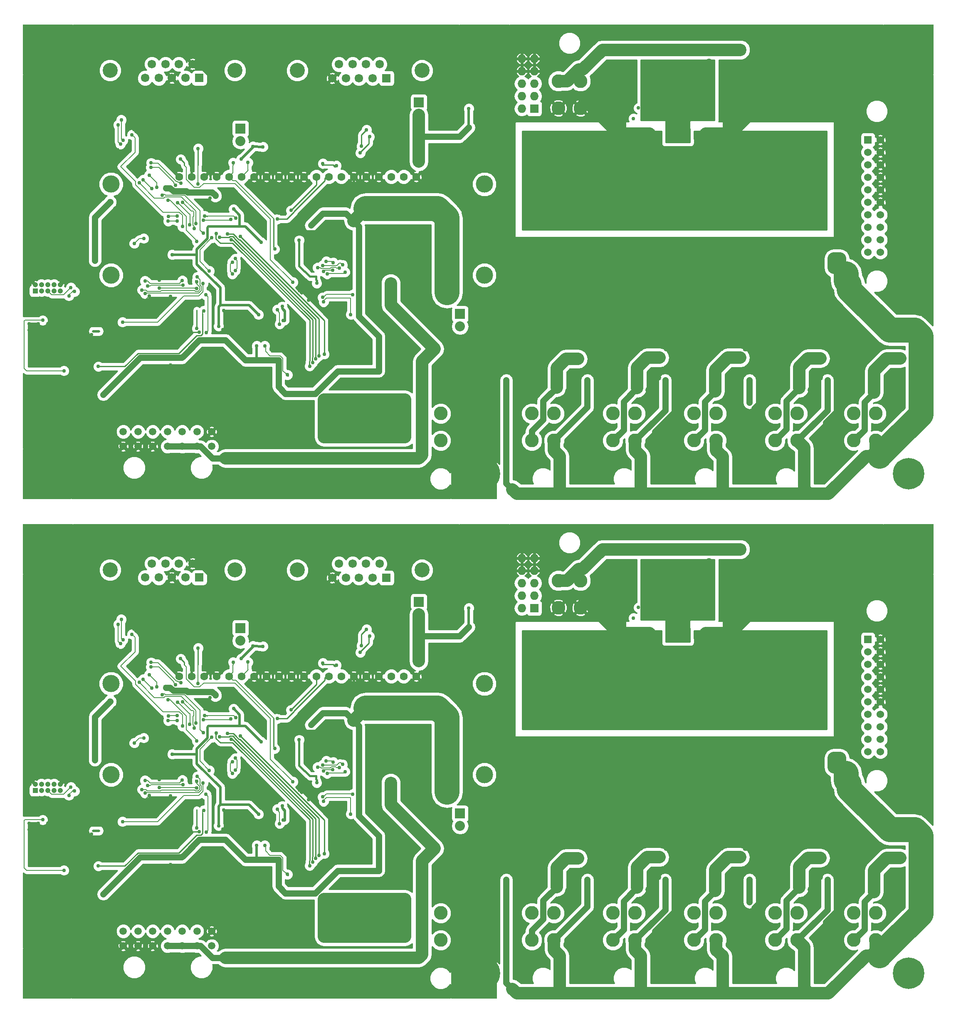
<source format=gbr>
G04 #@! TF.FileFunction,Copper,L2,Bot,Mixed*
%FSLAX46Y46*%
G04 Gerber Fmt 4.6, Leading zero omitted, Abs format (unit mm)*
G04 Created by KiCad (PCBNEW 4.0.2-stable) date 4/20/2016 1:41:14 PM*
%MOMM*%
G01*
G04 APERTURE LIST*
%ADD10C,0.100000*%
%ADD11C,1.600000*%
%ADD12C,3.500000*%
%ADD13R,1.524000X1.524000*%
%ADD14C,1.524000*%
%ADD15C,6.400000*%
%ADD16C,0.600000*%
%ADD17C,0.330000*%
%ADD18C,2.800000*%
%ADD19R,1.727200X1.727200*%
%ADD20O,1.727200X1.727200*%
%ADD21C,3.050000*%
%ADD22R,1.724000X1.724000*%
%ADD23C,1.724000*%
%ADD24R,2.032000X2.032000*%
%ADD25O,2.032000X2.032000*%
%ADD26C,1.500000*%
%ADD27R,1.050000X1.050000*%
%ADD28C,1.050000*%
%ADD29C,0.762000*%
%ADD30C,1.270000*%
%ADD31C,2.540000*%
%ADD32C,0.508000*%
%ADD33C,0.152400*%
%ADD34C,1.270000*%
%ADD35C,0.203200*%
%ADD36C,0.254000*%
%ADD37C,0.381000*%
%ADD38C,2.540000*%
%ADD39C,5.080000*%
G04 APERTURE END LIST*
D10*
D11*
X90270000Y-175792000D03*
X92810000Y-175792000D03*
X95350000Y-175792000D03*
X97890000Y-175792000D03*
X100430000Y-175792000D03*
X102970000Y-175792000D03*
X105510000Y-175792000D03*
X108050000Y-175792000D03*
X110590000Y-175792000D03*
X113130000Y-175792000D03*
X115670000Y-175792000D03*
X118210000Y-175792000D03*
X120750000Y-175792000D03*
X123290000Y-175792000D03*
X125830000Y-175792000D03*
X128370000Y-175792000D03*
X130910000Y-175792000D03*
X133450000Y-175792000D03*
X135990000Y-175792000D03*
X138530000Y-175792000D03*
D12*
X76400000Y-177292000D03*
X152400000Y-177292000D03*
X76400000Y-195792000D03*
X152400000Y-195792000D03*
D13*
X230505000Y-168275000D03*
D14*
X233045000Y-168275000D03*
X230505000Y-170815000D03*
X233045000Y-170815000D03*
X230505000Y-173355000D03*
X233045000Y-173355000D03*
X230505000Y-175895000D03*
X233045000Y-175895000D03*
X230505000Y-178435000D03*
X233045000Y-178435000D03*
X230505000Y-180975000D03*
X233045000Y-180975000D03*
X230505000Y-183515000D03*
X233045000Y-183515000D03*
X230505000Y-186055000D03*
X233045000Y-186055000D03*
X230505000Y-188595000D03*
X233045000Y-188595000D03*
X230505000Y-191135000D03*
X233045000Y-191135000D03*
D15*
X238760000Y-149860000D03*
D16*
X241160000Y-149860000D03*
X240457056Y-151557056D03*
X238760000Y-152260000D03*
X237062944Y-151557056D03*
X236360000Y-149860000D03*
X237062944Y-148162944D03*
X238760000Y-147460000D03*
X240457056Y-148162944D03*
D17*
X191111000Y-172446400D03*
X192611000Y-172446400D03*
X191111000Y-173946400D03*
X192611000Y-173946400D03*
X191111000Y-175446400D03*
X192611000Y-175446400D03*
D18*
X195084000Y-223945000D03*
X195084000Y-229445000D03*
X199584000Y-223945000D03*
X199584000Y-229445000D03*
X227620000Y-223945000D03*
X227620000Y-229445000D03*
X232120000Y-223945000D03*
X232120000Y-229445000D03*
D15*
X238760000Y-236220000D03*
D16*
X241160000Y-236220000D03*
X240457056Y-237917056D03*
X238760000Y-238620000D03*
X237062944Y-237917056D03*
X236360000Y-236220000D03*
X237062944Y-234522944D03*
X238760000Y-233820000D03*
X240457056Y-234522944D03*
D18*
X211594000Y-223945000D03*
X211594000Y-229445000D03*
X216094000Y-223945000D03*
X216094000Y-229445000D03*
X171970000Y-161840000D03*
X171970000Y-156340000D03*
X167470000Y-161840000D03*
X167470000Y-156340000D03*
D15*
X152400000Y-149860000D03*
D16*
X154800000Y-149860000D03*
X154097056Y-151557056D03*
X152400000Y-152260000D03*
X150702944Y-151557056D03*
X150000000Y-149860000D03*
X150702944Y-148162944D03*
X152400000Y-147460000D03*
X154097056Y-148162944D03*
D19*
X162560000Y-161925000D03*
D20*
X160020000Y-161925000D03*
X162560000Y-159385000D03*
X160020000Y-159385000D03*
X162560000Y-156845000D03*
X160020000Y-156845000D03*
X162560000Y-154305000D03*
X160020000Y-154305000D03*
X162560000Y-151765000D03*
X160020000Y-151765000D03*
D21*
X139700000Y-154178000D03*
X114300000Y-154178000D03*
D22*
X132461000Y-155742400D03*
D23*
X129667000Y-155742400D03*
X126873000Y-155742400D03*
X124206000Y-155742400D03*
X121412000Y-155742400D03*
X122809000Y-152908000D03*
X125603000Y-152908000D03*
X128270000Y-152908000D03*
X131064000Y-152908000D03*
D24*
X139065000Y-160655000D03*
D25*
X139065000Y-163195000D03*
D24*
X102743000Y-165989000D03*
D25*
X102743000Y-168529000D03*
D21*
X101600000Y-154137600D03*
X76200000Y-154137600D03*
D22*
X94361000Y-155702000D03*
D23*
X91567000Y-155702000D03*
X88773000Y-155702000D03*
X86106000Y-155702000D03*
X83312000Y-155702000D03*
X84709000Y-152867600D03*
X87503000Y-152867600D03*
X90170000Y-152867600D03*
X92964000Y-152867600D03*
D15*
X63500000Y-149860000D03*
D16*
X65900000Y-149860000D03*
X65197056Y-151557056D03*
X63500000Y-152260000D03*
X61802944Y-151557056D03*
X61100000Y-149860000D03*
X61802944Y-148162944D03*
X63500000Y-147460000D03*
X65197056Y-148162944D03*
D15*
X63500000Y-236220000D03*
D16*
X65900000Y-236220000D03*
X65197056Y-237917056D03*
X63500000Y-238620000D03*
X61802944Y-237917056D03*
X61100000Y-236220000D03*
X61802944Y-234522944D03*
X63500000Y-233820000D03*
X65197056Y-234522944D03*
D26*
X96884000Y-230630000D03*
X96884000Y-227630000D03*
X93884000Y-227630000D03*
X93884000Y-230630000D03*
X90884000Y-230630000D03*
X90884000Y-227630000D03*
X87884000Y-227630000D03*
X87884000Y-230630000D03*
X84884000Y-230630000D03*
X84884000Y-227630000D03*
X81884000Y-227630000D03*
X81884000Y-230630000D03*
X78884000Y-227630000D03*
X78884000Y-230630000D03*
D27*
X60960000Y-199009000D03*
D28*
X62230000Y-199009000D03*
X63500000Y-199009000D03*
X64770000Y-199009000D03*
X66040000Y-199009000D03*
X62230000Y-197739000D03*
X63500000Y-197739000D03*
X64770000Y-197739000D03*
X66040000Y-197739000D03*
X60960000Y-197739000D03*
D18*
X143510000Y-223945000D03*
X143510000Y-229445000D03*
D15*
X152400000Y-236220000D03*
D16*
X154800000Y-236220000D03*
X154097056Y-237917056D03*
X152400000Y-238620000D03*
X150702944Y-237917056D03*
X150000000Y-236220000D03*
X150702944Y-234522944D03*
X152400000Y-233820000D03*
X154097056Y-234522944D03*
D24*
X147447000Y-203708000D03*
D25*
X147447000Y-206248000D03*
D18*
X178574000Y-223945000D03*
X178574000Y-229445000D03*
X183074000Y-223945000D03*
X183074000Y-229445000D03*
X162064000Y-223945000D03*
X162064000Y-229445000D03*
X166564000Y-223945000D03*
X166564000Y-229445000D03*
D27*
X60960000Y-97409000D03*
D28*
X62230000Y-97409000D03*
X63500000Y-97409000D03*
X64770000Y-97409000D03*
X66040000Y-97409000D03*
X62230000Y-96139000D03*
X63500000Y-96139000D03*
X64770000Y-96139000D03*
X66040000Y-96139000D03*
X60960000Y-96139000D03*
D24*
X147447000Y-102108000D03*
D25*
X147447000Y-104648000D03*
D26*
X96884000Y-129030000D03*
X96884000Y-126030000D03*
X93884000Y-126030000D03*
X93884000Y-129030000D03*
X90884000Y-129030000D03*
X90884000Y-126030000D03*
X87884000Y-126030000D03*
X87884000Y-129030000D03*
X84884000Y-129030000D03*
X84884000Y-126030000D03*
X81884000Y-126030000D03*
X81884000Y-129030000D03*
X78884000Y-126030000D03*
X78884000Y-129030000D03*
D24*
X102743000Y-64389000D03*
D25*
X102743000Y-66929000D03*
D24*
X139065000Y-59055000D03*
D25*
X139065000Y-61595000D03*
D15*
X63500000Y-48260000D03*
D16*
X65900000Y-48260000D03*
X65197056Y-49957056D03*
X63500000Y-50660000D03*
X61802944Y-49957056D03*
X61100000Y-48260000D03*
X61802944Y-46562944D03*
X63500000Y-45860000D03*
X65197056Y-46562944D03*
D15*
X63500000Y-134620000D03*
D16*
X65900000Y-134620000D03*
X65197056Y-136317056D03*
X63500000Y-137020000D03*
X61802944Y-136317056D03*
X61100000Y-134620000D03*
X61802944Y-132922944D03*
X63500000Y-132220000D03*
X65197056Y-132922944D03*
D15*
X152400000Y-134620000D03*
D16*
X154800000Y-134620000D03*
X154097056Y-136317056D03*
X152400000Y-137020000D03*
X150702944Y-136317056D03*
X150000000Y-134620000D03*
X150702944Y-132922944D03*
X152400000Y-132220000D03*
X154097056Y-132922944D03*
D15*
X238760000Y-134620000D03*
D16*
X241160000Y-134620000D03*
X240457056Y-136317056D03*
X238760000Y-137020000D03*
X237062944Y-136317056D03*
X236360000Y-134620000D03*
X237062944Y-132922944D03*
X238760000Y-132220000D03*
X240457056Y-132922944D03*
D17*
X191111000Y-70846400D03*
X192611000Y-70846400D03*
X191111000Y-72346400D03*
X192611000Y-72346400D03*
X191111000Y-73846400D03*
X192611000Y-73846400D03*
D15*
X238760000Y-48260000D03*
D16*
X241160000Y-48260000D03*
X240457056Y-49957056D03*
X238760000Y-50660000D03*
X237062944Y-49957056D03*
X236360000Y-48260000D03*
X237062944Y-46562944D03*
X238760000Y-45860000D03*
X240457056Y-46562944D03*
D15*
X152400000Y-48260000D03*
D16*
X154800000Y-48260000D03*
X154097056Y-49957056D03*
X152400000Y-50660000D03*
X150702944Y-49957056D03*
X150000000Y-48260000D03*
X150702944Y-46562944D03*
X152400000Y-45860000D03*
X154097056Y-46562944D03*
D11*
X90270000Y-74192000D03*
X92810000Y-74192000D03*
X95350000Y-74192000D03*
X97890000Y-74192000D03*
X100430000Y-74192000D03*
X102970000Y-74192000D03*
X105510000Y-74192000D03*
X108050000Y-74192000D03*
X110590000Y-74192000D03*
X113130000Y-74192000D03*
X115670000Y-74192000D03*
X118210000Y-74192000D03*
X120750000Y-74192000D03*
X123290000Y-74192000D03*
X125830000Y-74192000D03*
X128370000Y-74192000D03*
X130910000Y-74192000D03*
X133450000Y-74192000D03*
X135990000Y-74192000D03*
X138530000Y-74192000D03*
D12*
X76400000Y-75692000D03*
X152400000Y-75692000D03*
X76400000Y-94192000D03*
X152400000Y-94192000D03*
D19*
X162560000Y-60325000D03*
D20*
X160020000Y-60325000D03*
X162560000Y-57785000D03*
X160020000Y-57785000D03*
X162560000Y-55245000D03*
X160020000Y-55245000D03*
X162560000Y-52705000D03*
X160020000Y-52705000D03*
X162560000Y-50165000D03*
X160020000Y-50165000D03*
D13*
X230505000Y-66675000D03*
D14*
X233045000Y-66675000D03*
X230505000Y-69215000D03*
X233045000Y-69215000D03*
X230505000Y-71755000D03*
X233045000Y-71755000D03*
X230505000Y-74295000D03*
X233045000Y-74295000D03*
X230505000Y-76835000D03*
X233045000Y-76835000D03*
X230505000Y-79375000D03*
X233045000Y-79375000D03*
X230505000Y-81915000D03*
X233045000Y-81915000D03*
X230505000Y-84455000D03*
X233045000Y-84455000D03*
X230505000Y-86995000D03*
X233045000Y-86995000D03*
X230505000Y-89535000D03*
X233045000Y-89535000D03*
D18*
X171970000Y-60240000D03*
X171970000Y-54740000D03*
X167470000Y-60240000D03*
X167470000Y-54740000D03*
X143510000Y-122345000D03*
X143510000Y-127845000D03*
X162064000Y-122345000D03*
X162064000Y-127845000D03*
X166564000Y-122345000D03*
X166564000Y-127845000D03*
X211594000Y-122345000D03*
X211594000Y-127845000D03*
X216094000Y-122345000D03*
X216094000Y-127845000D03*
X178574000Y-122345000D03*
X178574000Y-127845000D03*
X183074000Y-122345000D03*
X183074000Y-127845000D03*
X195084000Y-122345000D03*
X195084000Y-127845000D03*
X199584000Y-122345000D03*
X199584000Y-127845000D03*
X227620000Y-122345000D03*
X227620000Y-127845000D03*
X232120000Y-122345000D03*
X232120000Y-127845000D03*
D21*
X139700000Y-52578000D03*
X114300000Y-52578000D03*
D22*
X132461000Y-54142400D03*
D23*
X129667000Y-54142400D03*
X126873000Y-54142400D03*
X124206000Y-54142400D03*
X121412000Y-54142400D03*
X122809000Y-51308000D03*
X125603000Y-51308000D03*
X128270000Y-51308000D03*
X131064000Y-51308000D03*
D21*
X101600000Y-52537600D03*
X76200000Y-52537600D03*
D22*
X94361000Y-54102000D03*
D23*
X91567000Y-54102000D03*
X88773000Y-54102000D03*
X86106000Y-54102000D03*
X83312000Y-54102000D03*
X84709000Y-51267600D03*
X87503000Y-51267600D03*
X90170000Y-51267600D03*
X92964000Y-51267600D03*
D29*
X205867000Y-215138000D03*
D30*
X204216000Y-216662000D03*
X205549500Y-210693000D03*
D29*
X201676000Y-192024000D03*
X200279000Y-189103000D03*
X201676000Y-189103000D03*
X200279000Y-192024000D03*
X210439000Y-219329000D03*
D30*
X203200000Y-227330000D03*
X203708000Y-234442000D03*
X221615000Y-234315000D03*
X202311000Y-219202000D03*
X218821000Y-219202000D03*
X220345000Y-228600000D03*
D31*
X224409000Y-204216000D03*
D29*
X214376000Y-201676000D03*
D30*
X220726000Y-216662000D03*
D29*
X221742000Y-215138000D03*
D30*
X221932500Y-210566000D03*
X238760000Y-201295000D03*
X238760000Y-190500000D03*
D29*
X226949000Y-189611000D03*
D30*
X236855000Y-216662000D03*
D29*
X226441000Y-219329000D03*
D30*
X234696000Y-219329000D03*
X187769500Y-216662000D03*
D29*
X193929000Y-219202000D03*
X189230000Y-215138000D03*
D30*
X189484000Y-210693000D03*
X185801000Y-219202000D03*
X193675000Y-190500000D03*
X191770000Y-190500000D03*
X189865000Y-190500000D03*
X189865000Y-192405000D03*
X191770000Y-192405000D03*
X193675000Y-192405000D03*
D29*
X198882000Y-192024000D03*
X198882000Y-189103000D03*
X183390540Y-189105540D03*
X175768000Y-195961000D03*
X182118000Y-189103000D03*
X184785000Y-189103000D03*
X182118000Y-192024000D03*
X184785000Y-192024000D03*
X183388000Y-192024000D03*
D30*
X187325000Y-227965000D03*
X186817000Y-234315000D03*
X170688000Y-234442000D03*
X170815000Y-227965000D03*
D29*
X172466000Y-215392000D03*
X177292000Y-219519500D03*
D30*
X172656500Y-210566000D03*
X171386500Y-217043000D03*
X169418000Y-219456000D03*
D29*
X191706500Y-184213500D03*
X192659000Y-177165000D03*
X191706500Y-182308500D03*
X191135000Y-177165000D03*
D30*
X200660000Y-175006000D03*
X200660000Y-180467000D03*
D29*
X191770000Y-178943000D03*
D30*
X197739000Y-177927000D03*
X215519000Y-160020000D03*
X238760000Y-170180000D03*
X238760000Y-160020000D03*
X238760000Y-180340000D03*
X228447600Y-153657300D03*
X216027000Y-148209000D03*
D29*
X226441000Y-181229000D03*
D30*
X212217000Y-162433000D03*
X209232500Y-160274000D03*
X186182000Y-177927000D03*
X182880000Y-180467000D03*
X182880000Y-175006000D03*
D29*
X187325000Y-170180000D03*
X186055000Y-167005000D03*
D30*
X186911337Y-146721314D03*
X191135000Y-147320000D03*
D29*
X197485000Y-167005000D03*
X191135000Y-170815000D03*
X192659000Y-170815000D03*
X196215000Y-170180000D03*
X178054000Y-161417000D03*
X178816000Y-163449000D03*
D30*
X123825000Y-179705000D03*
X121285000Y-187960000D03*
D29*
X144780000Y-169545000D03*
X135890000Y-168910000D03*
X144780000Y-165708948D03*
X157861000Y-194945000D03*
X139192000Y-194564000D03*
X149098000Y-194310000D03*
D30*
X129540000Y-187325000D03*
X147955000Y-179705000D03*
X145415000Y-149225000D03*
X158115000Y-149225000D03*
D29*
X144780000Y-161898948D03*
X142240000Y-202057000D03*
X129540000Y-203835000D03*
X139319000Y-197993000D03*
D30*
X156400500Y-210629500D03*
D29*
X156743464Y-215265000D03*
X159766000Y-220853000D03*
X151257000Y-222377000D03*
X150876000Y-228346000D03*
X161036000Y-219329000D03*
X132016500Y-217614500D03*
X145923000Y-217932000D03*
X102489000Y-228854000D03*
D30*
X77470000Y-235585000D03*
X88900000Y-235585000D03*
X101981000Y-238760000D03*
D29*
X76835000Y-224282000D03*
X80911000Y-217793000D03*
X84455000Y-220091000D03*
X71628000Y-221996000D03*
X65405000Y-218503500D03*
D30*
X71755000Y-235585000D03*
D29*
X70485000Y-223520000D03*
X67945000Y-231140000D03*
X66548000Y-226822000D03*
X64020000Y-225794000D03*
X63500000Y-218440000D03*
X88519000Y-200152000D03*
X88519000Y-214122000D03*
X97282000Y-199580500D03*
X90043000Y-203581000D03*
X91313000Y-208407000D03*
X88888000Y-190131000D03*
X86360000Y-195199000D03*
X86233000Y-196837248D03*
X96528420Y-180119000D03*
X95250000Y-181610000D03*
X85788500Y-190690500D03*
X65405000Y-173990000D03*
X77786601Y-170335953D03*
X69850000Y-173990000D03*
X74295000Y-172085000D03*
X65405000Y-160655000D03*
X74295000Y-160655000D03*
X69850000Y-160655000D03*
D30*
X71755000Y-148590000D03*
D29*
X64135000Y-191135000D03*
X64135000Y-181610000D03*
X75438000Y-186309000D03*
X97790000Y-164592000D03*
X94361000Y-161671000D03*
X88011000Y-160020000D03*
X98044000Y-156845000D03*
X84709000Y-167132000D03*
X81023637Y-166203335D03*
X113030000Y-214376000D03*
X114935000Y-217805000D03*
X116642145Y-200857855D03*
X114737146Y-198952854D03*
X105918000Y-218567000D03*
X107848400Y-214985600D03*
X109855000Y-225425000D03*
X106934000Y-199136000D03*
X103623620Y-200033380D03*
X94361000Y-207391000D03*
X106045000Y-207645000D03*
X95250000Y-217805000D03*
X99186743Y-206882905D03*
X94234000Y-212090000D03*
X98298000Y-217678000D03*
X61341000Y-195199000D03*
X61595000Y-218440000D03*
X63500000Y-217170000D03*
X61595000Y-217170000D03*
X65405000Y-217170000D03*
X59690000Y-218440000D03*
X65239900Y-213817200D03*
X59690000Y-217170000D03*
X61595000Y-205740000D03*
X59690000Y-205740000D03*
X61595000Y-207010000D03*
X59690000Y-207010000D03*
X63500000Y-207010000D03*
X65405000Y-207010000D03*
X65405000Y-205740000D03*
X63500000Y-205740000D03*
X84215767Y-200046791D03*
X83820000Y-206629000D03*
X81661000Y-204216000D03*
X79883000Y-202057000D03*
X76708000Y-201676000D03*
X72390000Y-207899000D03*
X114427000Y-186944000D03*
X111898927Y-191385744D03*
X102560128Y-180014853D03*
X107950000Y-180340000D03*
X107315000Y-184785000D03*
X110490000Y-182880000D03*
X118364000Y-164338000D03*
X107950000Y-167894000D03*
X110363000Y-164338000D03*
X113157000Y-171069000D03*
X116332000Y-170942000D03*
X99352987Y-203019245D03*
X102997000Y-204851000D03*
X101830000Y-200420020D03*
X101473000Y-203200000D03*
D30*
X216027000Y-46609000D03*
D29*
X98044000Y-55245000D03*
X88011000Y-58420000D03*
D30*
X187325000Y-126365000D03*
X220345000Y-127000000D03*
X203200000Y-125730000D03*
X170815000Y-126365000D03*
D29*
X150876000Y-126746000D03*
X151257000Y-120777000D03*
X145923000Y-116332000D03*
X156743464Y-113665000D03*
D30*
X228447600Y-52057300D03*
D29*
X84215767Y-98446791D03*
X65239900Y-112217200D03*
X99352987Y-101419245D03*
X94234000Y-110490000D03*
X226949000Y-88011000D03*
X226441000Y-79629000D03*
X86233000Y-95237248D03*
X88519000Y-98552000D03*
X76708000Y-100076000D03*
X79883000Y-100457000D03*
X81661000Y-102616000D03*
X72390000Y-106299000D03*
X114935000Y-116205000D03*
X105918000Y-116967000D03*
X98298000Y-116078000D03*
X95250000Y-116205000D03*
X84455000Y-118491000D03*
X80911000Y-116193000D03*
X76835000Y-122682000D03*
X64020000Y-124194000D03*
X66548000Y-125222000D03*
X67945000Y-129540000D03*
X159766000Y-119253000D03*
X172466000Y-113792000D03*
X221742000Y-113538000D03*
X189230000Y-113538000D03*
X205867000Y-113538000D03*
X113157000Y-69469000D03*
X116332000Y-69342000D03*
X107950000Y-66294000D03*
X110363000Y-62738000D03*
X118364000Y-62738000D03*
X61341000Y-93599000D03*
X75438000Y-84709000D03*
X94361000Y-60071000D03*
X77786601Y-68735953D03*
X81023637Y-64603335D03*
X94361000Y-105791000D03*
X91313000Y-106807000D03*
X99186743Y-105282905D03*
X102997000Y-103251000D03*
X101473000Y-101600000D03*
X101830000Y-98820020D03*
X103623620Y-98433380D03*
X106934000Y-97536000D03*
X70485000Y-121920000D03*
X59690000Y-104140000D03*
X61595000Y-104140000D03*
X63500000Y-104140000D03*
X65405000Y-104140000D03*
X65405000Y-105410000D03*
X63500000Y-105410000D03*
X61595000Y-105410000D03*
X59690000Y-105410000D03*
X175768000Y-94361000D03*
X157861000Y-93345000D03*
X149098000Y-92710000D03*
X139192000Y-92964000D03*
X139319000Y-96393000D03*
X90043000Y-101981000D03*
X83820000Y-105029000D03*
D30*
X170688000Y-132842000D03*
X186817000Y-132715000D03*
X203708000Y-132842000D03*
X221615000Y-132715000D03*
X129540000Y-85725000D03*
X121285000Y-86360000D03*
X123825000Y-78105000D03*
X71755000Y-46990000D03*
X158115000Y-47625000D03*
X145415000Y-47625000D03*
X147955000Y-78105000D03*
X156400500Y-109029500D03*
X101981000Y-137160000D03*
X88900000Y-133985000D03*
X77470000Y-133985000D03*
X71755000Y-133985000D03*
D29*
X106045000Y-106045000D03*
X107315000Y-83185000D03*
X110490000Y-81280000D03*
X107950000Y-78740000D03*
X95250000Y-80010000D03*
X135890000Y-67310000D03*
X74295000Y-70485000D03*
X69850000Y-72390000D03*
X65405000Y-72390000D03*
X74295000Y-59055000D03*
X69850000Y-59055000D03*
X65405000Y-59055000D03*
X65405000Y-116903500D03*
X65405000Y-115570000D03*
X63500000Y-116840000D03*
X61595000Y-116840000D03*
X59690000Y-116840000D03*
X85788500Y-89090500D03*
X132016500Y-116014500D03*
X96528420Y-78519000D03*
D30*
X209232500Y-58674000D03*
D29*
X97282000Y-97980500D03*
X102489000Y-127254000D03*
X109855000Y-123825000D03*
D31*
X224409000Y-102616000D03*
D29*
X214376000Y-100076000D03*
X84709000Y-65532000D03*
X102560128Y-78414853D03*
X64135000Y-80010000D03*
X64135000Y-89535000D03*
X129540000Y-102235000D03*
X63500000Y-115570000D03*
X61595000Y-115570000D03*
X59690000Y-115570000D03*
X111898927Y-89785744D03*
D30*
X238760000Y-58420000D03*
X238760000Y-68580000D03*
X238760000Y-78740000D03*
X238760000Y-88900000D03*
X238760000Y-99695000D03*
D29*
X144780000Y-60298948D03*
X144780000Y-64108948D03*
X144780000Y-67945000D03*
X107848400Y-113385600D03*
X97790000Y-62992000D03*
X142240000Y-100457000D03*
X114737146Y-97352854D03*
X116642145Y-99257855D03*
X113030000Y-112776000D03*
X86360000Y-93599000D03*
X88888000Y-88531000D03*
X71628000Y-120396000D03*
X88519000Y-112522000D03*
X114427000Y-85344000D03*
X186055000Y-65405000D03*
X197485000Y-65405000D03*
X196215000Y-68580000D03*
X187325000Y-68580000D03*
D30*
X186911337Y-45121314D03*
X191135000Y-45720000D03*
X200660000Y-73406000D03*
X200660000Y-78867000D03*
X197739000Y-76327000D03*
X182880000Y-73406000D03*
X186182000Y-76327000D03*
X182880000Y-78867000D03*
D29*
X191770000Y-77343000D03*
X192659000Y-75565000D03*
X191135000Y-75565000D03*
X192659000Y-69215000D03*
X191135000Y-69215000D03*
X191706500Y-80708500D03*
X191706500Y-82613500D03*
X184785000Y-90424000D03*
X182118000Y-90424000D03*
X183388000Y-90424000D03*
X184785000Y-87503000D03*
X182118000Y-87503000D03*
X183390540Y-87505540D03*
X201676000Y-87503000D03*
X200279000Y-87503000D03*
X198882000Y-87503000D03*
X198882000Y-90424000D03*
X200279000Y-90424000D03*
X201676000Y-90424000D03*
D30*
X193675000Y-90805000D03*
X191770000Y-90805000D03*
X189865000Y-90805000D03*
X189865000Y-88900000D03*
X191770000Y-88900000D03*
X193675000Y-88900000D03*
X212217000Y-60833000D03*
X215519000Y-58420000D03*
D29*
X178816000Y-61849000D03*
X178054000Y-59817000D03*
X210439000Y-117729000D03*
X193929000Y-117602000D03*
X177292000Y-117919500D03*
X161036000Y-117729000D03*
D30*
X169418000Y-117856000D03*
X185801000Y-117602000D03*
X202311000Y-117602000D03*
X218821000Y-117602000D03*
X234696000Y-117729000D03*
D29*
X226441000Y-117729000D03*
D30*
X236855000Y-115062000D03*
X221932500Y-108966000D03*
X205549500Y-109093000D03*
X220726000Y-115062000D03*
X204216000Y-115062000D03*
X189484000Y-109093000D03*
X187769500Y-115062000D03*
X171386500Y-115443000D03*
X172656500Y-108966000D03*
D29*
X206375000Y-217170000D03*
X222250000Y-217170000D03*
D30*
X224790000Y-194310000D03*
X224790000Y-192405000D03*
X223520000Y-192405000D03*
X223520000Y-194310000D03*
D29*
X189230000Y-217170000D03*
X173355000Y-217170000D03*
D30*
X186690000Y-162560000D03*
X189230000Y-162560000D03*
X194310000Y-162560000D03*
X191770000Y-162560000D03*
X198120000Y-160020000D03*
X198120000Y-152400000D03*
X198120000Y-154940000D03*
X198120000Y-157480000D03*
X185420000Y-154940000D03*
X185420000Y-152600020D03*
X185420000Y-157480000D03*
X196850000Y-162560000D03*
D29*
X182753000Y-163957000D03*
D30*
X185420000Y-160020000D03*
D29*
X183769000Y-161798000D03*
X156845000Y-217170000D03*
D30*
X158087001Y-239367001D03*
X158087001Y-137767001D03*
X223520000Y-90805000D03*
X223520000Y-92710000D03*
X224790000Y-90805000D03*
X224790000Y-92710000D03*
D29*
X156845000Y-115570000D03*
X173355000Y-115570000D03*
X189230000Y-115570000D03*
X222250000Y-115570000D03*
X206375000Y-115570000D03*
D30*
X185420000Y-51000020D03*
X196850000Y-60960000D03*
X194310000Y-60960000D03*
X191770000Y-60960000D03*
X189230000Y-60960000D03*
X186690000Y-60960000D03*
X185420000Y-58420000D03*
X185420000Y-55880000D03*
X185420000Y-53340000D03*
X198120000Y-58420000D03*
X198120000Y-55880000D03*
X198120000Y-53340000D03*
X198120000Y-50800000D03*
D29*
X183769000Y-60198000D03*
X182753000Y-62357000D03*
X149225000Y-165735000D03*
D30*
X139065000Y-172717000D03*
X135890000Y-182245000D03*
D29*
X149225000Y-161925000D03*
D31*
X144780000Y-199390000D03*
D29*
X129286000Y-206629000D03*
X130873500Y-215328500D03*
X74803000Y-220091000D03*
X93833598Y-206629000D03*
X91186000Y-212217000D03*
X93789500Y-209613500D03*
D30*
X87543453Y-178081612D03*
X97602637Y-179648866D03*
X76200000Y-180911500D03*
D29*
X110490000Y-213106000D03*
X118287800Y-197434200D03*
X113665000Y-219900500D03*
X106045000Y-210185000D03*
X99695000Y-209042000D03*
D30*
X73088500Y-192810000D03*
D29*
X117094000Y-185674000D03*
X114681000Y-188696000D03*
X102870000Y-172212000D03*
X107315000Y-169705402D03*
X105286421Y-169615225D03*
D30*
X139065000Y-71117000D03*
D29*
X118287800Y-95834200D03*
X93833598Y-105029000D03*
X114681000Y-87096000D03*
X113665000Y-118300500D03*
X106045000Y-108585000D03*
D30*
X87543453Y-76481612D03*
X97602637Y-78048866D03*
D29*
X130873500Y-113728500D03*
X105286421Y-68015225D03*
D30*
X76200000Y-79311500D03*
X73088500Y-91210000D03*
D29*
X93789500Y-108013500D03*
X102870000Y-70612000D03*
X107315000Y-68105402D03*
D30*
X135890000Y-80645000D03*
D29*
X74803000Y-118491000D03*
X149225000Y-64135000D03*
X149225000Y-60325000D03*
D31*
X144780000Y-97790000D03*
D29*
X117094000Y-84074000D03*
X129286000Y-105029000D03*
X110490000Y-111506000D03*
X91186000Y-110617000D03*
X99695000Y-107442000D03*
X88036400Y-183819800D03*
X89814400Y-183794400D03*
X95429874Y-183737188D03*
X101777800Y-184169402D03*
X89814400Y-82194400D03*
X88036400Y-82219800D03*
X95429874Y-82137188D03*
X101777800Y-82569402D03*
X88011000Y-184810400D03*
X89890600Y-184785000D03*
X95148400Y-184607200D03*
X81127600Y-189357000D03*
X83058000Y-188341000D03*
X100812600Y-184429400D03*
X89890600Y-83185000D03*
X88011000Y-83210400D03*
X95148400Y-83007200D03*
X100812600Y-82829400D03*
X83058000Y-86741000D03*
X81127600Y-87757000D03*
X111252000Y-202158600D03*
X111429800Y-205003400D03*
X111252000Y-100558600D03*
X111429800Y-103403400D03*
X95758000Y-207518000D03*
X95694980Y-199783813D03*
X95694980Y-98183813D03*
X95758000Y-105918000D03*
X88836500Y-191643000D03*
X106426000Y-203835000D03*
X98298000Y-206184500D03*
X106934000Y-189103000D03*
X101346000Y-182372000D03*
X101346000Y-80772000D03*
X88836500Y-90043000D03*
X106426000Y-102235000D03*
X106934000Y-87503000D03*
X98298000Y-104584500D03*
D31*
X133350000Y-197485000D03*
X133350000Y-95885000D03*
D29*
X93853000Y-198501000D03*
X86182200Y-198462880D03*
X86182200Y-96862880D03*
X93853000Y-96901000D03*
D30*
X167132000Y-214693500D03*
X171450000Y-212852000D03*
X171450000Y-111252000D03*
X167132000Y-113093500D03*
X216535000Y-214503000D03*
X220853000Y-212725000D03*
X220853000Y-111125000D03*
X216535000Y-112903000D03*
X183515000Y-214630000D03*
X188087000Y-212598000D03*
X188087000Y-110998000D03*
X183515000Y-113030000D03*
X200025000Y-214503000D03*
X204470000Y-212598000D03*
X204470000Y-110998000D03*
X200025000Y-112903000D03*
X232410000Y-214630000D03*
X237109000Y-212725000D03*
X237109000Y-111125000D03*
X232410000Y-113030000D03*
D29*
X129032000Y-167640000D03*
X127127000Y-170942000D03*
X127127000Y-69342000D03*
X129032000Y-66040000D03*
X127381000Y-169545000D03*
X128397000Y-166243000D03*
X127381000Y-67945000D03*
X128397000Y-64643000D03*
X122264220Y-173518770D03*
X119507000Y-173101000D03*
X122264220Y-71918770D03*
X119507000Y-71501000D03*
X104251321Y-172885520D03*
X104251321Y-71285520D03*
X109728000Y-190500000D03*
X101241145Y-172899006D03*
X101241145Y-71299006D03*
X109728000Y-88900000D03*
X91040768Y-197802000D03*
X67818000Y-200025000D03*
X68961000Y-199136000D03*
X83820000Y-197993000D03*
X91040768Y-96202000D03*
X83820000Y-96393000D03*
X67818000Y-98425000D03*
X68961000Y-97536000D03*
X93853000Y-197167500D03*
X82677000Y-198831170D03*
X82677000Y-97231170D03*
X93853000Y-95567500D03*
X93916500Y-196151500D03*
X83327431Y-199535647D03*
X83327431Y-97935647D03*
X93916500Y-94551500D03*
X125603000Y-199771000D03*
X119456200Y-200304400D03*
X125603000Y-98171000D03*
X119456200Y-98704400D03*
X125190234Y-203810186D03*
X119659400Y-201218800D03*
X125190234Y-102210186D03*
X119659400Y-99618800D03*
X90899976Y-196898492D03*
X68199000Y-198310500D03*
X83312000Y-196977000D03*
X90899976Y-95298492D03*
X83312000Y-95377000D03*
X68199000Y-96710500D03*
X95278565Y-203070671D03*
X73787000Y-214376000D03*
X95278565Y-101470671D03*
X73787000Y-112776000D03*
X88011000Y-180530500D03*
X93853000Y-188976000D03*
X84137500Y-175450500D03*
X85661500Y-177927000D03*
X101092000Y-195580000D03*
X101092000Y-193167000D03*
X84137500Y-73850500D03*
X85661500Y-76327000D03*
X88011000Y-78930500D03*
X93853000Y-87376000D03*
X101092000Y-93980000D03*
X101092000Y-91567000D03*
X90932000Y-185928000D03*
X80645000Y-167259000D03*
X101663229Y-194865964D03*
X101663229Y-192452964D03*
X90932000Y-84328000D03*
X80645000Y-65659000D03*
X101663229Y-93265964D03*
X101663229Y-90852964D03*
X90551000Y-172212000D03*
X113411000Y-197231000D03*
X90551000Y-70612000D03*
X113411000Y-95631000D03*
X112302023Y-216073606D03*
X110226598Y-202793600D03*
X107696000Y-210165533D03*
X110693200Y-205765400D03*
X110226598Y-101193600D03*
X110693200Y-104165400D03*
X107696000Y-108565533D03*
X112302023Y-114473606D03*
X89966800Y-181076600D03*
X92405200Y-185572400D03*
X77851000Y-165227000D03*
X89535000Y-177469800D03*
X78305947Y-169160466D03*
X84516638Y-173862138D03*
X84516638Y-72262138D03*
X89535000Y-75869800D03*
X89966800Y-79476600D03*
X92405200Y-83972400D03*
X78305947Y-67560466D03*
X77851000Y-63627000D03*
X90932000Y-180975000D03*
X93345000Y-186334400D03*
X90644728Y-177071664D03*
X78486000Y-164211000D03*
X78816710Y-168402000D03*
X84556600Y-172948600D03*
X84556600Y-71348600D03*
X90644728Y-75471664D03*
X90932000Y-79375000D03*
X93345000Y-84734400D03*
X78816710Y-66802000D03*
X78486000Y-62611000D03*
X93656598Y-185293000D03*
X82105500Y-177038000D03*
X82105500Y-75438000D03*
X93656598Y-83693000D03*
X124031380Y-195191006D03*
X120381287Y-195545002D03*
X120381287Y-93945002D03*
X124031380Y-93591006D03*
X121557414Y-194815477D03*
X119617491Y-195042246D03*
X121557414Y-93215477D03*
X119617491Y-93442246D03*
X122853572Y-194319691D03*
X118452900Y-194271900D03*
X122853572Y-92719691D03*
X118452900Y-92671900D03*
X123542573Y-193718503D03*
X119473055Y-193823025D03*
X123542573Y-92118503D03*
X119473055Y-92223025D03*
X121615200Y-193243200D03*
X120192800Y-192963800D03*
X120192800Y-91363800D03*
X121615200Y-91643200D03*
X95216721Y-187282179D03*
X86817200Y-179501800D03*
X84709000Y-178181000D03*
X82931000Y-176376330D03*
X82931000Y-74776330D03*
X84709000Y-76581000D03*
X86817200Y-77901800D03*
X95216721Y-85682179D03*
X113012000Y-182626000D03*
X113012000Y-81026000D03*
X110236000Y-184404000D03*
X110236000Y-82804000D03*
X119820629Y-211874041D03*
X102743000Y-187960000D03*
X102743000Y-86360000D03*
X119820629Y-110274041D03*
X117424761Y-213609503D03*
X100899119Y-188596322D03*
X100899119Y-86996322D03*
X117424761Y-112009503D03*
X118745000Y-212217000D03*
X100130982Y-187453611D03*
X100130982Y-85853611D03*
X118745000Y-110617000D03*
X98480191Y-188122877D03*
X118029319Y-212852000D03*
X98480191Y-86522877D03*
X118029319Y-111252000D03*
X97830000Y-187322650D03*
X116840000Y-214312500D03*
X97830000Y-85722650D03*
X116840000Y-112712500D03*
X96393000Y-194945000D03*
X95123000Y-197485000D03*
X96901000Y-188214000D03*
X66802000Y-215265000D03*
X62484000Y-204978000D03*
X78740000Y-205359000D03*
X96901000Y-86614000D03*
X78740000Y-103759000D03*
X62484000Y-103378000D03*
X66802000Y-113665000D03*
X95123000Y-95885000D03*
X96393000Y-93345000D03*
X94107000Y-177292000D03*
X94107000Y-170044549D03*
X94107000Y-68444549D03*
X94107000Y-75692000D03*
D31*
X204524611Y-149955251D03*
X204524611Y-48355251D03*
D30*
X136271000Y-228727000D03*
X136271000Y-226822000D03*
X136271000Y-224917000D03*
X136271000Y-223012000D03*
X136271000Y-221107000D03*
X119761000Y-228727000D03*
X119761000Y-226822000D03*
X119761000Y-224917000D03*
X119761000Y-223012000D03*
X119761000Y-221107000D03*
X136271000Y-119507000D03*
X136271000Y-121412000D03*
X136271000Y-123317000D03*
X136271000Y-125222000D03*
X136271000Y-127127000D03*
X119761000Y-119507000D03*
X119761000Y-121412000D03*
X119761000Y-123317000D03*
X119761000Y-125222000D03*
X119761000Y-127127000D03*
D32*
X72745600Y-207187800D02*
X73964800Y-207187800D01*
X72745600Y-105587800D02*
X73964800Y-105587800D01*
X83820000Y-206629000D02*
X86995000Y-206629000D01*
X86995000Y-206629000D02*
X90043000Y-203581000D01*
D33*
X82205558Y-202057000D02*
X79883000Y-202057000D01*
X84215767Y-200046791D02*
X82205558Y-202057000D01*
D32*
X71755000Y-235585000D02*
X77470000Y-235585000D01*
D34*
X107950000Y-180340000D02*
X110490000Y-182880000D01*
D32*
X125830000Y-177700000D02*
X123825000Y-179705000D01*
X125830000Y-175792000D02*
X125830000Y-177700000D01*
X92862400Y-174608230D02*
X92862400Y-173736000D01*
X92810000Y-174660630D02*
X92862400Y-174608230D01*
X92810000Y-175792000D02*
X92810000Y-174660630D01*
X139319000Y-194691000D02*
X139192000Y-194564000D01*
X139319000Y-197993000D02*
X139319000Y-194691000D01*
X81952302Y-167132000D02*
X81404636Y-166584334D01*
X81404636Y-166584334D02*
X81023637Y-166203335D01*
X84709000Y-167132000D02*
X81952302Y-167132000D01*
D34*
X98044000Y-156411078D02*
X98044000Y-156845000D01*
X95175922Y-153543000D02*
X98044000Y-156411078D01*
X92964000Y-153035000D02*
X94667922Y-153035000D01*
X94667922Y-153035000D02*
X95175922Y-153543000D01*
D35*
X152400000Y-235400078D02*
X153670000Y-234130078D01*
X153670000Y-233680000D02*
X154305000Y-233045000D01*
X153670000Y-234130078D02*
X153670000Y-233680000D01*
X154305000Y-233045000D02*
X154305000Y-217932000D01*
D34*
X151257000Y-227965000D02*
X150876000Y-228346000D01*
X151257000Y-222377000D02*
X151257000Y-227965000D01*
X148590000Y-215265000D02*
X145923000Y-217932000D01*
D36*
X92329000Y-207391000D02*
X91313000Y-208407000D01*
X94361000Y-207391000D02*
X92329000Y-207391000D01*
D35*
X100530245Y-203019245D02*
X100711000Y-203200000D01*
X100711000Y-203200000D02*
X101473000Y-203200000D01*
X99352987Y-203019245D02*
X100530245Y-203019245D01*
D32*
X115289292Y-199505000D02*
X114109500Y-198325208D01*
X114109500Y-198325208D02*
X114221792Y-198325208D01*
X114737146Y-198952854D02*
X115289292Y-199505000D01*
X120269000Y-186944000D02*
X121285000Y-187960000D01*
X114427000Y-186944000D02*
X120269000Y-186944000D01*
X145486401Y-149153599D02*
X145415000Y-149225000D01*
D36*
X238760000Y-180340000D02*
X238760000Y-170180000D01*
X238760000Y-201295000D02*
X238760000Y-190500000D01*
D32*
X151693599Y-149153599D02*
X145486401Y-149153599D01*
X152400000Y-149860000D02*
X151693599Y-149153599D01*
X157861000Y-194945000D02*
X158877000Y-195961000D01*
X158877000Y-195961000D02*
X175768000Y-195961000D01*
D35*
X154305000Y-217932000D02*
X156972000Y-215265000D01*
D34*
X156743464Y-215265000D02*
X148590000Y-215265000D01*
D35*
X152400000Y-236220000D02*
X152400000Y-235400078D01*
D32*
X156400500Y-210629500D02*
X154495500Y-210629500D01*
D35*
X59690000Y-217170000D02*
X61595000Y-217170000D01*
X63500000Y-217170000D02*
X65405000Y-217170000D01*
D33*
X59690000Y-218440000D02*
X61595000Y-218440000D01*
D32*
X64795400Y-231140000D02*
X62623700Y-228968300D01*
X62623700Y-228968300D02*
X62623700Y-227190300D01*
X66548000Y-226822000D02*
X65048000Y-226822000D01*
X67945000Y-231140000D02*
X64795400Y-231140000D01*
X65048000Y-226822000D02*
X64020000Y-225794000D01*
X62623700Y-227190300D02*
X62611000Y-227177600D01*
X62636400Y-227177600D02*
X64020000Y-225794000D01*
X62611000Y-227177600D02*
X62636400Y-227177600D01*
D33*
X63500000Y-218440000D02*
X65214500Y-218440000D01*
D32*
X65405000Y-205740000D02*
X63500000Y-205740000D01*
X61595000Y-205740000D02*
X59690000Y-205740000D01*
X63500000Y-207010000D02*
X65405000Y-207010000D01*
D37*
X66040000Y-197739000D02*
X66040000Y-196850000D01*
X66040000Y-196850000D02*
X66675000Y-196215000D01*
D35*
X63500000Y-236220000D02*
X64319922Y-236220000D01*
X66224922Y-238125000D02*
X67310000Y-238125000D01*
D32*
X88900000Y-235585000D02*
X92075000Y-238760000D01*
X101981000Y-238760000D02*
X92075000Y-238760000D01*
D35*
X64319922Y-236220000D02*
X66224922Y-238125000D01*
D37*
X65405000Y-173990000D02*
X69850000Y-173990000D01*
D32*
X64490655Y-159740655D02*
X64490655Y-150850655D01*
X69850000Y-160655000D02*
X65405000Y-160655000D01*
X65405000Y-160655000D02*
X64490655Y-159740655D01*
X63500000Y-149860000D02*
X64206401Y-150566401D01*
X69778599Y-150566401D02*
X71755000Y-148590000D01*
X64206401Y-150566401D02*
X69778599Y-150566401D01*
X64490655Y-150850655D02*
X63500000Y-149860000D01*
X226441000Y-219329000D02*
X226441000Y-220853000D01*
X226441000Y-220853000D02*
X221615000Y-225679000D01*
X186817000Y-227584000D02*
X186817000Y-234315000D01*
X193929000Y-220472000D02*
X186817000Y-227584000D01*
X206995188Y-224423812D02*
X203708000Y-227711000D01*
X206995188Y-222772812D02*
X206995188Y-224423812D01*
X210439000Y-219329000D02*
X206995188Y-222772812D01*
X221615000Y-225679000D02*
X221615000Y-234315000D01*
X203708000Y-227711000D02*
X203708000Y-234442000D01*
X193929000Y-219202000D02*
X193929000Y-220472000D01*
X170688000Y-227584000D02*
X170688000Y-234442000D01*
X175260000Y-221551500D02*
X175260000Y-223012000D01*
X177292000Y-219519500D02*
X175260000Y-221551500D01*
X175260000Y-223012000D02*
X170688000Y-227584000D01*
D38*
X178816000Y-170942000D02*
X182880000Y-175006000D01*
X187325000Y-170180000D02*
X181013100Y-170180000D01*
X186055000Y-167005000D02*
X179781200Y-167005000D01*
X178816000Y-163449000D02*
X179997100Y-162267900D01*
X179997100Y-169164000D02*
X179997100Y-162267900D01*
X181013100Y-170180000D02*
X179997100Y-169164000D01*
X179781200Y-167005000D02*
X172720000Y-159943800D01*
X178816000Y-163449000D02*
X178816000Y-170942000D01*
X197485000Y-167005000D02*
X202501500Y-167005000D01*
X202222100Y-173443900D02*
X200660000Y-175006000D01*
X202222100Y-163487100D02*
X202222100Y-173443900D01*
X202514200Y-163195000D02*
X202222100Y-163487100D01*
D36*
X238125001Y-150494999D02*
X238760000Y-149860000D01*
X238760000Y-160020000D02*
X238125001Y-159385001D01*
D38*
X202501500Y-167005000D02*
X209232500Y-160274000D01*
X211318975Y-162433000D02*
X210556975Y-163195000D01*
X212217000Y-162433000D02*
X211318975Y-162433000D01*
D36*
X238125001Y-159385001D02*
X238125001Y-150494999D01*
D38*
X210556975Y-163195000D02*
X202514200Y-163195000D01*
D34*
X95175922Y-51943000D02*
X98044000Y-54811078D01*
X98044000Y-54811078D02*
X98044000Y-55245000D01*
X92964000Y-51435000D02*
X94667922Y-51435000D01*
X94667922Y-51435000D02*
X95175922Y-51943000D01*
X151257000Y-120777000D02*
X151257000Y-126365000D01*
X151257000Y-126365000D02*
X150876000Y-126746000D01*
X156743464Y-113665000D02*
X148590000Y-113665000D01*
X148590000Y-113665000D02*
X145923000Y-116332000D01*
D38*
X181013100Y-68580000D02*
X179997100Y-67564000D01*
X179997100Y-67564000D02*
X179997100Y-60667900D01*
X187325000Y-68580000D02*
X181013100Y-68580000D01*
X178816000Y-61849000D02*
X179997100Y-60667900D01*
X212217000Y-60833000D02*
X211318975Y-60833000D01*
X211318975Y-60833000D02*
X210556975Y-61595000D01*
X210556975Y-61595000D02*
X202514200Y-61595000D01*
X202514200Y-61595000D02*
X202222100Y-61887100D01*
X202222100Y-61887100D02*
X202222100Y-71843900D01*
X202222100Y-71843900D02*
X200660000Y-73406000D01*
X178816000Y-61849000D02*
X178816000Y-69342000D01*
X178816000Y-69342000D02*
X182880000Y-73406000D01*
X197485000Y-65405000D02*
X202501500Y-65405000D01*
X202501500Y-65405000D02*
X209232500Y-58674000D01*
X179781200Y-65405000D02*
X172720000Y-58343800D01*
X186055000Y-65405000D02*
X179781200Y-65405000D01*
D33*
X84215767Y-98446791D02*
X82205558Y-100457000D01*
X82205558Y-100457000D02*
X79883000Y-100457000D01*
D32*
X62611000Y-125577600D02*
X62636400Y-125577600D01*
X62636400Y-125577600D02*
X64020000Y-124194000D01*
X62623700Y-127368300D02*
X62623700Y-125590300D01*
X62623700Y-125590300D02*
X62611000Y-125577600D01*
X64795400Y-129540000D02*
X62623700Y-127368300D01*
X67945000Y-129540000D02*
X64795400Y-129540000D01*
X66548000Y-125222000D02*
X65048000Y-125222000D01*
X65048000Y-125222000D02*
X64020000Y-124194000D01*
D35*
X100530245Y-101419245D02*
X100711000Y-101600000D01*
X100711000Y-101600000D02*
X101473000Y-101600000D01*
X99352987Y-101419245D02*
X100530245Y-101419245D01*
D32*
X81952302Y-65532000D02*
X81404636Y-64984334D01*
X84709000Y-65532000D02*
X81952302Y-65532000D01*
X81404636Y-64984334D02*
X81023637Y-64603335D01*
D36*
X94361000Y-105791000D02*
X92329000Y-105791000D01*
X92329000Y-105791000D02*
X91313000Y-106807000D01*
D37*
X66040000Y-95250000D02*
X66675000Y-94615000D01*
X66040000Y-96139000D02*
X66040000Y-95250000D01*
D32*
X61595000Y-104140000D02*
X59690000Y-104140000D01*
X65405000Y-104140000D02*
X63500000Y-104140000D01*
X63500000Y-105410000D02*
X65405000Y-105410000D01*
X101981000Y-137160000D02*
X92075000Y-137160000D01*
X157861000Y-93345000D02*
X158877000Y-94361000D01*
X158877000Y-94361000D02*
X175768000Y-94361000D01*
X139319000Y-96393000D02*
X139319000Y-93091000D01*
X139319000Y-93091000D02*
X139192000Y-92964000D01*
X83820000Y-105029000D02*
X86995000Y-105029000D01*
X86995000Y-105029000D02*
X90043000Y-101981000D01*
X175260000Y-121412000D02*
X170688000Y-125984000D01*
X170688000Y-125984000D02*
X170688000Y-132842000D01*
X175260000Y-119951500D02*
X175260000Y-121412000D01*
X177292000Y-117919500D02*
X175260000Y-119951500D01*
X193929000Y-118872000D02*
X186817000Y-125984000D01*
X186817000Y-125984000D02*
X186817000Y-132715000D01*
X193929000Y-117602000D02*
X193929000Y-118872000D01*
X206995188Y-122823812D02*
X203708000Y-126111000D01*
X203708000Y-126111000D02*
X203708000Y-132842000D01*
X210439000Y-117729000D02*
X206995188Y-121172812D01*
X206995188Y-121172812D02*
X206995188Y-122823812D01*
X226441000Y-119253000D02*
X221615000Y-124079000D01*
X221615000Y-124079000D02*
X221615000Y-132715000D01*
X226441000Y-117729000D02*
X226441000Y-119253000D01*
X114427000Y-85344000D02*
X120269000Y-85344000D01*
X120269000Y-85344000D02*
X121285000Y-86360000D01*
X125830000Y-74192000D02*
X125830000Y-76100000D01*
X125830000Y-76100000D02*
X123825000Y-78105000D01*
X63500000Y-48260000D02*
X64206401Y-48966401D01*
X69778599Y-48966401D02*
X71755000Y-46990000D01*
X64206401Y-48966401D02*
X69778599Y-48966401D01*
X152400000Y-48260000D02*
X151693599Y-47553599D01*
X151693599Y-47553599D02*
X145486401Y-47553599D01*
X145486401Y-47553599D02*
X145415000Y-47625000D01*
X156400500Y-109029500D02*
X154495500Y-109029500D01*
X88900000Y-133985000D02*
X92075000Y-137160000D01*
X71755000Y-133985000D02*
X77470000Y-133985000D01*
X65405000Y-59055000D02*
X64490655Y-58140655D01*
X64490655Y-58140655D02*
X64490655Y-49250655D01*
X64490655Y-49250655D02*
X63500000Y-48260000D01*
X69850000Y-59055000D02*
X65405000Y-59055000D01*
D35*
X154305000Y-131445000D02*
X154305000Y-116332000D01*
X154305000Y-116332000D02*
X156972000Y-113665000D01*
X66224922Y-136525000D02*
X67310000Y-136525000D01*
X63500000Y-134620000D02*
X64319922Y-134620000D01*
X64319922Y-134620000D02*
X66224922Y-136525000D01*
X153670000Y-132080000D02*
X154305000Y-131445000D01*
X153670000Y-132530078D02*
X153670000Y-132080000D01*
X152400000Y-134620000D02*
X152400000Y-133800078D01*
X152400000Y-133800078D02*
X153670000Y-132530078D01*
D34*
X107950000Y-78740000D02*
X110490000Y-81280000D01*
D37*
X65405000Y-72390000D02*
X69850000Y-72390000D01*
D33*
X63500000Y-116840000D02*
X65214500Y-116840000D01*
X59690000Y-116840000D02*
X61595000Y-116840000D01*
D32*
X114109500Y-96725208D02*
X114221792Y-96725208D01*
X115289292Y-97905000D02*
X114109500Y-96725208D01*
X114737146Y-97352854D02*
X115289292Y-97905000D01*
X92862400Y-73008230D02*
X92862400Y-72136000D01*
X92810000Y-74192000D02*
X92810000Y-73060630D01*
X92810000Y-73060630D02*
X92862400Y-73008230D01*
D35*
X63500000Y-115570000D02*
X65405000Y-115570000D01*
X59690000Y-115570000D02*
X61595000Y-115570000D01*
D36*
X238760000Y-58420000D02*
X238125001Y-57785001D01*
X238125001Y-57785001D02*
X238125001Y-48894999D01*
X238125001Y-48894999D02*
X238760000Y-48260000D01*
X238760000Y-78740000D02*
X238760000Y-68580000D01*
X238760000Y-99695000D02*
X238760000Y-88900000D01*
D38*
X167767000Y-240284000D02*
X159004000Y-240284000D01*
D34*
X156845000Y-238125000D02*
X158087001Y-239367001D01*
D38*
X159004000Y-240284000D02*
X158087001Y-239367001D01*
X183074000Y-229445000D02*
X183074000Y-231424898D01*
X183074000Y-231424898D02*
X184277000Y-232627898D01*
X184277000Y-232627898D02*
X184277000Y-240284000D01*
X167767000Y-232627898D02*
X167767000Y-240284000D01*
X166564000Y-229445000D02*
X166564000Y-231424898D01*
X184277000Y-240284000D02*
X167767000Y-240284000D01*
X166564000Y-231424898D02*
X167767000Y-232627898D01*
D39*
X234315000Y-231140000D02*
X233045000Y-232410000D01*
X241300000Y-224155000D02*
X234315000Y-231140000D01*
X233045000Y-232410000D02*
X232819999Y-232635001D01*
D34*
X156845000Y-217170000D02*
X156845000Y-238125000D01*
X173355000Y-222654000D02*
X166564000Y-229445000D01*
X222250000Y-217170000D02*
X222250000Y-223289000D01*
X222250000Y-223289000D02*
X216094000Y-229445000D01*
D39*
X241300000Y-208280000D02*
X241300000Y-224155000D01*
X226695000Y-198755000D02*
X234950000Y-207010000D01*
X234950000Y-207010000D02*
X240030000Y-207010000D01*
X240030000Y-207010000D02*
X241300000Y-208280000D01*
D38*
X226060000Y-195580000D02*
X224790000Y-194310000D01*
D39*
X226060000Y-195580000D02*
X226060000Y-197003802D01*
D38*
X224790000Y-192405000D02*
X223520000Y-192405000D01*
X224790000Y-194310000D02*
X224790000Y-192405000D01*
D39*
X226695000Y-197638802D02*
X226695000Y-198755000D01*
D38*
X223520000Y-192405000D02*
X223520000Y-194310000D01*
D39*
X226060000Y-197003802D02*
X226695000Y-197638802D01*
D34*
X232120000Y-229445000D02*
X233815000Y-231140000D01*
D38*
X232120000Y-231935002D02*
X232120000Y-229445000D01*
X200914000Y-232754898D02*
X200914000Y-240284000D01*
X199584000Y-231424898D02*
X200914000Y-232754898D01*
X200914000Y-240284000D02*
X184277000Y-240284000D01*
D34*
X206375000Y-217170000D02*
X206375000Y-221716000D01*
D38*
X222455846Y-240284000D02*
X218440000Y-240284000D01*
X217493999Y-239337999D02*
X218440000Y-240284000D01*
X218440000Y-240284000D02*
X200914000Y-240284000D01*
X217493999Y-230844999D02*
X217493999Y-239337999D01*
X216094000Y-229445000D02*
X217493999Y-230844999D01*
X232819999Y-232635001D02*
X230104845Y-232635001D01*
D34*
X233815000Y-231140000D02*
X234315000Y-231140000D01*
D38*
X230104845Y-232635001D02*
X222455846Y-240284000D01*
X232819999Y-232635001D02*
X232120000Y-231935002D01*
D34*
X231826999Y-231642001D02*
X232819999Y-232635001D01*
D38*
X199584000Y-229445000D02*
X199584000Y-231424898D01*
D34*
X189230000Y-217170000D02*
X189230000Y-223289000D01*
X173355000Y-217170000D02*
X173355000Y-222654000D01*
X189230000Y-223289000D02*
X183074000Y-229445000D01*
X173355000Y-115570000D02*
X173355000Y-121054000D01*
X173355000Y-121054000D02*
X166564000Y-127845000D01*
X189230000Y-121689000D02*
X183074000Y-127845000D01*
X189230000Y-115570000D02*
X189230000Y-121689000D01*
D39*
X241300000Y-122555000D02*
X234315000Y-129540000D01*
X234315000Y-129540000D02*
X233045000Y-130810000D01*
D34*
X232120000Y-127845000D02*
X233815000Y-129540000D01*
X233815000Y-129540000D02*
X234315000Y-129540000D01*
X222250000Y-115570000D02*
X222250000Y-121689000D01*
X222250000Y-121689000D02*
X216094000Y-127845000D01*
D38*
X184277000Y-138684000D02*
X167767000Y-138684000D01*
X167767000Y-131027898D02*
X167767000Y-138684000D01*
X167767000Y-138684000D02*
X159004000Y-138684000D01*
X166564000Y-127845000D02*
X166564000Y-129824898D01*
X166564000Y-129824898D02*
X167767000Y-131027898D01*
X200914000Y-138684000D02*
X184277000Y-138684000D01*
X184277000Y-131027898D02*
X184277000Y-138684000D01*
X183074000Y-127845000D02*
X183074000Y-129824898D01*
X183074000Y-129824898D02*
X184277000Y-131027898D01*
X218440000Y-138684000D02*
X200914000Y-138684000D01*
X200914000Y-131154898D02*
X200914000Y-138684000D01*
X199584000Y-127845000D02*
X199584000Y-129824898D01*
X199584000Y-129824898D02*
X200914000Y-131154898D01*
X222455846Y-138684000D02*
X218440000Y-138684000D01*
X216094000Y-127845000D02*
X217493999Y-129244999D01*
X217493999Y-129244999D02*
X217493999Y-137737999D01*
X217493999Y-137737999D02*
X218440000Y-138684000D01*
X159004000Y-138684000D02*
X158087001Y-137767001D01*
X232819999Y-131035001D02*
X230104845Y-131035001D01*
X230104845Y-131035001D02*
X222455846Y-138684000D01*
X232819999Y-131035001D02*
X232120000Y-130335002D01*
X232120000Y-130335002D02*
X232120000Y-127845000D01*
D34*
X156845000Y-115570000D02*
X156845000Y-136525000D01*
X156845000Y-136525000D02*
X158087001Y-137767001D01*
X206375000Y-115570000D02*
X206375000Y-120116000D01*
X231826999Y-130042001D02*
X232819999Y-131035001D01*
D39*
X233045000Y-130810000D02*
X232819999Y-131035001D01*
X241300000Y-106680000D02*
X241300000Y-122555000D01*
X240030000Y-105410000D02*
X241300000Y-106680000D01*
X234950000Y-105410000D02*
X240030000Y-105410000D01*
X226695000Y-97155000D02*
X234950000Y-105410000D01*
X226695000Y-96038802D02*
X226695000Y-97155000D01*
X226060000Y-93980000D02*
X226060000Y-95403802D01*
X226060000Y-95403802D02*
X226695000Y-96038802D01*
D38*
X223520000Y-90805000D02*
X223520000Y-92710000D01*
X224790000Y-90805000D02*
X223520000Y-90805000D01*
X224790000Y-92710000D02*
X224790000Y-90805000D01*
X226060000Y-93980000D02*
X224790000Y-92710000D01*
D34*
X82296001Y-212597999D02*
X75183999Y-219710001D01*
X75183999Y-219710001D02*
X74803000Y-220091000D01*
X88441478Y-178081612D02*
X87543453Y-178081612D01*
X89048868Y-178689002D02*
X88441478Y-178081612D01*
X73088500Y-184023000D02*
X76200000Y-180911500D01*
X73088500Y-192810000D02*
X73088500Y-184023000D01*
X124206000Y-183261000D02*
X119507000Y-183261000D01*
X126819002Y-185874002D02*
X125730000Y-184785000D01*
X125730000Y-184785000D02*
X124206000Y-183261000D01*
D32*
X105286421Y-169615225D02*
X105376598Y-169705402D01*
X107315000Y-169705402D02*
X105286421Y-169615225D01*
X105376598Y-169705402D02*
X102870000Y-172212000D01*
D34*
X97602637Y-179540823D02*
X97001297Y-178939483D01*
X97602637Y-179648866D02*
X97602637Y-179540823D01*
X91959313Y-178939483D02*
X91708832Y-178689002D01*
X97001297Y-178939483D02*
X91959313Y-178939483D01*
X91708832Y-178689002D02*
X89048868Y-178689002D01*
D32*
X149225000Y-161925000D02*
X149225000Y-165735000D01*
D34*
X147320000Y-167640000D02*
X149225000Y-165735000D01*
D38*
X139065000Y-163195000D02*
X139065000Y-172717000D01*
D34*
X139065000Y-167640000D02*
X147320000Y-167640000D01*
X139065000Y-167640000D02*
X139065000Y-172717000D01*
D39*
X135890000Y-182245000D02*
X128270000Y-182245000D01*
D38*
X128270000Y-182245000D02*
X125730000Y-184785000D01*
D34*
X126819002Y-204162002D02*
X126819002Y-185874002D01*
X139065000Y-165100000D02*
X139065000Y-163195000D01*
X139065000Y-165100000D02*
X139065000Y-167640000D01*
D39*
X144780000Y-199390000D02*
X144780000Y-184150000D01*
X144780000Y-184150000D02*
X142875000Y-182245000D01*
D32*
X135990000Y-182145000D02*
X135890000Y-182245000D01*
D39*
X142875000Y-182245000D02*
X135890000Y-182245000D01*
D34*
X110490000Y-213106000D02*
X110490000Y-218503500D01*
X110490000Y-218503500D02*
X111887000Y-219900500D01*
X111887000Y-219900500D02*
X113665000Y-219900500D01*
X117983000Y-219900500D02*
X122555000Y-215328500D01*
X113665000Y-219900500D02*
X117983000Y-219900500D01*
X122555000Y-215328500D02*
X130873500Y-215328500D01*
X130873500Y-208216500D02*
X129286000Y-206629000D01*
X130873500Y-215328500D02*
X130873500Y-208216500D01*
X129286000Y-206629000D02*
X126819002Y-204162002D01*
X91186000Y-212217000D02*
X90805001Y-212597999D01*
X91186000Y-212217000D02*
X94361000Y-209042000D01*
X94361000Y-209042000D02*
X99695000Y-209042000D01*
X110490000Y-213106000D02*
X106045000Y-213106000D01*
X106045000Y-213106000D02*
X103759000Y-213106000D01*
D32*
X106045000Y-210185000D02*
X106045000Y-213106000D01*
D34*
X103759000Y-213106000D02*
X99695000Y-209042000D01*
D37*
X118110000Y-196717585D02*
X118110000Y-196088000D01*
X118287800Y-196895385D02*
X118110000Y-196717585D01*
X118287800Y-197434200D02*
X118287800Y-196895385D01*
X118110000Y-196088000D02*
X116840000Y-196088000D01*
X114681000Y-193929000D02*
X114681000Y-188696000D01*
X116840000Y-196088000D02*
X114681000Y-193929000D01*
D34*
X119507000Y-183261000D02*
X117094000Y-185674000D01*
D32*
X119507000Y-183261000D02*
X120015000Y-183261000D01*
D36*
X93853000Y-202946000D02*
X93853000Y-206629000D01*
D34*
X90805001Y-212597999D02*
X82296001Y-212597999D01*
X97001297Y-77339483D02*
X91959313Y-77339483D01*
X91959313Y-77339483D02*
X91708832Y-77089002D01*
X97602637Y-78048866D02*
X97602637Y-77940823D01*
X91708832Y-77089002D02*
X89048868Y-77089002D01*
X97602637Y-77940823D02*
X97001297Y-77339483D01*
X88441478Y-76481612D02*
X87543453Y-76481612D01*
X89048868Y-77089002D02*
X88441478Y-76481612D01*
D37*
X118287800Y-95834200D02*
X118287800Y-95295385D01*
X118287800Y-95295385D02*
X118110000Y-95117585D01*
X118110000Y-95117585D02*
X118110000Y-94488000D01*
X118110000Y-94488000D02*
X116840000Y-94488000D01*
X116840000Y-94488000D02*
X114681000Y-92329000D01*
X114681000Y-92329000D02*
X114681000Y-87096000D01*
D39*
X135890000Y-80645000D02*
X128270000Y-80645000D01*
D34*
X111887000Y-118300500D02*
X113665000Y-118300500D01*
X113665000Y-118300500D02*
X117983000Y-118300500D01*
X110490000Y-111506000D02*
X106045000Y-111506000D01*
X106045000Y-111506000D02*
X103759000Y-111506000D01*
D32*
X106045000Y-108585000D02*
X106045000Y-111506000D01*
D38*
X139065000Y-61595000D02*
X139065000Y-71117000D01*
D34*
X117983000Y-118300500D02*
X122555000Y-113728500D01*
X122555000Y-113728500D02*
X130873500Y-113728500D01*
X110490000Y-116903500D02*
X111887000Y-118300500D01*
X110490000Y-111506000D02*
X110490000Y-116903500D01*
X130873500Y-113728500D02*
X130873500Y-106616500D01*
X130873500Y-106616500D02*
X129286000Y-105029000D01*
D32*
X107315000Y-68105402D02*
X105286421Y-68015225D01*
X105286421Y-68015225D02*
X105376598Y-68105402D01*
D34*
X73088500Y-82423000D02*
X76200000Y-79311500D01*
X73088500Y-91210000D02*
X73088500Y-82423000D01*
D32*
X105376598Y-68105402D02*
X102870000Y-70612000D01*
D34*
X139065000Y-63500000D02*
X139065000Y-61595000D01*
X139065000Y-66040000D02*
X139065000Y-71117000D01*
X139065000Y-66040000D02*
X147320000Y-66040000D01*
X139065000Y-63500000D02*
X139065000Y-66040000D01*
D36*
X93853000Y-101346000D02*
X93853000Y-105029000D01*
D34*
X82296001Y-110997999D02*
X75183999Y-118110001D01*
X90805001Y-110997999D02*
X82296001Y-110997999D01*
X91186000Y-110617000D02*
X90805001Y-110997999D01*
X75183999Y-118110001D02*
X74803000Y-118491000D01*
X147320000Y-66040000D02*
X149225000Y-64135000D01*
X126819002Y-84274002D02*
X125730000Y-83185000D01*
X126819002Y-102562002D02*
X126819002Y-84274002D01*
X129286000Y-105029000D02*
X126819002Y-102562002D01*
D39*
X142875000Y-80645000D02*
X135890000Y-80645000D01*
D32*
X135990000Y-80545000D02*
X135890000Y-80645000D01*
X149225000Y-60325000D02*
X149225000Y-64135000D01*
D34*
X125730000Y-83185000D02*
X124206000Y-81661000D01*
D38*
X128270000Y-80645000D02*
X125730000Y-83185000D01*
D39*
X144780000Y-82550000D02*
X142875000Y-80645000D01*
X144780000Y-97790000D02*
X144780000Y-82550000D01*
D32*
X119507000Y-81661000D02*
X120015000Y-81661000D01*
D34*
X119507000Y-81661000D02*
X117094000Y-84074000D01*
X124206000Y-81661000D02*
X119507000Y-81661000D01*
X103759000Y-111506000D02*
X99695000Y-107442000D01*
X91186000Y-110617000D02*
X94361000Y-107442000D01*
X94361000Y-107442000D02*
X99695000Y-107442000D01*
D33*
X101707578Y-184099180D02*
X101777800Y-184169402D01*
X101396801Y-183788403D02*
X96043377Y-183788403D01*
X96043377Y-183788403D02*
X95986599Y-183845181D01*
X101777800Y-184169402D02*
X101396801Y-183788403D01*
X95523008Y-183737188D02*
X95429874Y-183737188D01*
D36*
X95986599Y-183845181D02*
X95986599Y-183755098D01*
X95968689Y-183737188D02*
X95429874Y-183737188D01*
X95986599Y-183755098D02*
X95968689Y-183737188D01*
D35*
X89814400Y-183794400D02*
X88163400Y-183794400D01*
X88138000Y-183819800D02*
X88036400Y-183819800D01*
X88163400Y-183794400D02*
X88138000Y-183819800D01*
D36*
X95986599Y-82245181D02*
X95986599Y-82155098D01*
X95986599Y-82155098D02*
X95968689Y-82137188D01*
X95968689Y-82137188D02*
X95429874Y-82137188D01*
D33*
X95523008Y-82137188D02*
X95429874Y-82137188D01*
X101777800Y-82569402D02*
X101396801Y-82188403D01*
X101396801Y-82188403D02*
X96043377Y-82188403D01*
X96043377Y-82188403D02*
X95986599Y-82245181D01*
X101707578Y-82499180D02*
X101777800Y-82569402D01*
D35*
X88163400Y-82194400D02*
X88138000Y-82219800D01*
X88138000Y-82219800D02*
X88036400Y-82219800D01*
X89814400Y-82194400D02*
X88163400Y-82194400D01*
D33*
X81127600Y-189357000D02*
X82143600Y-188341000D01*
X82143600Y-188341000D02*
X83058000Y-188341000D01*
D35*
X95148400Y-184607200D02*
X100304600Y-184607200D01*
X100689162Y-184607200D02*
X100784826Y-184702864D01*
D33*
X100634800Y-184607200D02*
X100304600Y-184607200D01*
X100812600Y-184429400D02*
X100634800Y-184607200D01*
D35*
X100304600Y-184607200D02*
X100689162Y-184607200D01*
X89890600Y-184785000D02*
X88036400Y-184785000D01*
X88036400Y-184785000D02*
X88011000Y-184810400D01*
X95148400Y-83007200D02*
X100304600Y-83007200D01*
X100304600Y-83007200D02*
X100689162Y-83007200D01*
D33*
X100812600Y-82829400D02*
X100634800Y-83007200D01*
X100634800Y-83007200D02*
X100304600Y-83007200D01*
X81127600Y-87757000D02*
X82143600Y-86741000D01*
X82143600Y-86741000D02*
X83058000Y-86741000D01*
D35*
X100689162Y-83007200D02*
X100784826Y-83102864D01*
X89890600Y-83185000D02*
X88036400Y-83185000D01*
X88036400Y-83185000D02*
X88011000Y-83210400D01*
D32*
X111760000Y-205105000D02*
X111760000Y-204546200D01*
D35*
X111810799Y-204596999D02*
X111760000Y-204546200D01*
X111810799Y-204622401D02*
X111810799Y-204596999D01*
D32*
X111760000Y-204546200D02*
X111760000Y-203073000D01*
D35*
X111429800Y-205003400D02*
X111810799Y-204622401D01*
D32*
X111760000Y-203073000D02*
X111252000Y-202565000D01*
D37*
X111252000Y-202158600D02*
X111252000Y-202697415D01*
X111252000Y-202697415D02*
X111627585Y-203073000D01*
X111627585Y-203073000D02*
X111760000Y-203073000D01*
X111252000Y-100558600D02*
X111252000Y-101097415D01*
X111252000Y-101097415D02*
X111627585Y-101473000D01*
X111627585Y-101473000D02*
X111760000Y-101473000D01*
D32*
X111760000Y-103505000D02*
X111760000Y-102946200D01*
X111760000Y-102946200D02*
X111760000Y-101473000D01*
D35*
X111429800Y-103403400D02*
X111810799Y-103022401D01*
X111810799Y-103022401D02*
X111810799Y-102996999D01*
X111810799Y-102996999D02*
X111760000Y-102946200D01*
D32*
X111760000Y-101473000D02*
X111252000Y-100965000D01*
D35*
X95758000Y-207518000D02*
X96138999Y-207137001D01*
X96075979Y-200164812D02*
X95694980Y-199783813D01*
X96138999Y-200227832D02*
X96075979Y-200164812D01*
X96138999Y-207137001D02*
X96138999Y-200227832D01*
X96075979Y-98564812D02*
X95694980Y-98183813D01*
X96138999Y-98627832D02*
X96075979Y-98564812D01*
X95758000Y-105918000D02*
X96138999Y-105537001D01*
X96138999Y-105537001D02*
X96138999Y-98627832D01*
D32*
X106426000Y-203835000D02*
X104521000Y-201930000D01*
X96012000Y-186118500D02*
X96202500Y-185928000D01*
X96202500Y-185928000D02*
X102362000Y-185928000D01*
X96012000Y-188384564D02*
X96012000Y-186118500D01*
X103759000Y-185928000D02*
X106553001Y-188722001D01*
X106553001Y-188722001D02*
X106934000Y-189103000D01*
X102362000Y-185928000D02*
X103759000Y-185928000D01*
X102565202Y-183591202D02*
X102565202Y-185724798D01*
X102565202Y-185724798D02*
X102362000Y-185928000D01*
X101346000Y-182372000D02*
X102565202Y-183591202D01*
X93853000Y-191770000D02*
X93853000Y-190543564D01*
X93726000Y-191643000D02*
X93853000Y-191770000D01*
X88836500Y-191643000D02*
X93726000Y-191643000D01*
X93853000Y-190543564D02*
X96012000Y-188384564D01*
X93853000Y-193570354D02*
X93853000Y-191770000D01*
X98615500Y-198332854D02*
X93853000Y-193570354D01*
X104521000Y-201930000D02*
X98615500Y-201930000D01*
X98615500Y-201930000D02*
X98615500Y-198332854D01*
X98298000Y-202247500D02*
X98615500Y-201930000D01*
X98298000Y-206184500D02*
X98298000Y-202247500D01*
X102565202Y-84124798D02*
X102362000Y-84328000D01*
X102565202Y-81991202D02*
X102565202Y-84124798D01*
X101346000Y-80772000D02*
X102565202Y-81991202D01*
X98298000Y-100647500D02*
X98615500Y-100330000D01*
X98298000Y-104584500D02*
X98298000Y-100647500D01*
X98615500Y-96732854D02*
X93853000Y-91970354D01*
X93853000Y-91970354D02*
X93853000Y-90170000D01*
X98615500Y-100330000D02*
X98615500Y-96732854D01*
X102362000Y-84328000D02*
X103759000Y-84328000D01*
X96202500Y-84328000D02*
X102362000Y-84328000D01*
X106553001Y-87122001D02*
X106934000Y-87503000D01*
X103759000Y-84328000D02*
X106553001Y-87122001D01*
X93853000Y-88943564D02*
X96012000Y-86784564D01*
X96012000Y-86784564D02*
X96012000Y-84518500D01*
X96012000Y-84518500D02*
X96202500Y-84328000D01*
X93853000Y-90170000D02*
X93853000Y-88943564D01*
X88836500Y-90043000D02*
X93726000Y-90043000D01*
X93726000Y-90043000D02*
X93853000Y-90170000D01*
X106426000Y-102235000D02*
X104521000Y-100330000D01*
X104521000Y-100330000D02*
X98615500Y-100330000D01*
D34*
X97023646Y-233045000D02*
X94608646Y-230630000D01*
D38*
X133350000Y-197485000D02*
X133350000Y-201930000D01*
X139065000Y-233045000D02*
X99695000Y-233045000D01*
D34*
X99695000Y-233045000D02*
X97023646Y-233045000D01*
D38*
X139700000Y-232410000D02*
X139065000Y-233045000D01*
X142240000Y-210820000D02*
X139700000Y-213360000D01*
X133350000Y-201930000D02*
X142240000Y-210820000D01*
X139700000Y-213360000D02*
X139700000Y-232410000D01*
D34*
X94608646Y-230630000D02*
X92710000Y-230630000D01*
X87884000Y-230630000D02*
X92710000Y-230630000D01*
X92710000Y-230630000D02*
X93884000Y-230630000D01*
X87884000Y-129030000D02*
X92710000Y-129030000D01*
X94608646Y-129030000D02*
X92710000Y-129030000D01*
X92710000Y-129030000D02*
X93884000Y-129030000D01*
X99695000Y-131445000D02*
X97023646Y-131445000D01*
X97023646Y-131445000D02*
X94608646Y-129030000D01*
D38*
X139065000Y-131445000D02*
X99695000Y-131445000D01*
X139700000Y-130810000D02*
X139065000Y-131445000D01*
X139700000Y-111760000D02*
X139700000Y-130810000D01*
X142240000Y-109220000D02*
X139700000Y-111760000D01*
X133350000Y-100330000D02*
X142240000Y-109220000D01*
X133350000Y-95885000D02*
X133350000Y-100330000D01*
D35*
X86182200Y-198462880D02*
X93472008Y-198462880D01*
X93472008Y-198462880D02*
X93510070Y-198424818D01*
X93510128Y-198501000D02*
X93472008Y-198462880D01*
D33*
X93764069Y-198412069D02*
X93853000Y-198501000D01*
X93764069Y-198170819D02*
X93764069Y-198412069D01*
D35*
X93853000Y-198501000D02*
X93510128Y-198501000D01*
X93510070Y-198424818D02*
X93764069Y-198170819D01*
X93853000Y-96901000D02*
X93510128Y-96901000D01*
X93510128Y-96901000D02*
X93472008Y-96862880D01*
D33*
X93764069Y-96570819D02*
X93764069Y-96812069D01*
X93764069Y-96812069D02*
X93853000Y-96901000D01*
D35*
X93510070Y-96824818D02*
X93764069Y-96570819D01*
X93472008Y-96862880D02*
X93510070Y-96824818D01*
X86182200Y-96862880D02*
X93472008Y-96862880D01*
D34*
X164376599Y-221408799D02*
X167132000Y-218653398D01*
X164376599Y-225152503D02*
X164376599Y-221408799D01*
X162064000Y-227465102D02*
X164376599Y-225152503D01*
X162064000Y-229445000D02*
X162064000Y-227465102D01*
D38*
X168973500Y-212852000D02*
X167132000Y-214693500D01*
X171450000Y-212852000D02*
X168973500Y-212852000D01*
X167132000Y-214693500D02*
X167132000Y-218653398D01*
D34*
X162064000Y-127845000D02*
X162064000Y-125865102D01*
X162064000Y-125865102D02*
X164376599Y-123552503D01*
X164376599Y-123552503D02*
X164376599Y-119808799D01*
X164376599Y-119808799D02*
X167132000Y-117053398D01*
D38*
X167132000Y-113093500D02*
X167132000Y-117053398D01*
X171450000Y-111252000D02*
X168973500Y-111252000D01*
X168973500Y-111252000D02*
X167132000Y-113093500D01*
X218313000Y-212725000D02*
X216535000Y-214503000D01*
X216535000Y-214503000D02*
X216535000Y-218780398D01*
X220853000Y-212725000D02*
X218313000Y-212725000D01*
D34*
X213906599Y-221408799D02*
X216535000Y-218780398D01*
X213906599Y-227132401D02*
X213906599Y-221408799D01*
X211594000Y-229445000D02*
X213906599Y-227132401D01*
X211594000Y-127845000D02*
X213906599Y-125532401D01*
X213906599Y-125532401D02*
X213906599Y-119808799D01*
X213906599Y-119808799D02*
X216535000Y-117180398D01*
D38*
X216535000Y-112903000D02*
X216535000Y-117180398D01*
X220853000Y-111125000D02*
X218313000Y-111125000D01*
X218313000Y-111125000D02*
X216535000Y-112903000D01*
X185547000Y-212598000D02*
X183515000Y-214630000D01*
X188087000Y-212598000D02*
X185547000Y-212598000D01*
X183515000Y-214630000D02*
X183515000Y-218780398D01*
D34*
X180761401Y-221533997D02*
X183515000Y-218780398D01*
X180761401Y-227257599D02*
X180761401Y-221533997D01*
X178574000Y-229445000D02*
X180761401Y-227257599D01*
X178574000Y-127845000D02*
X180761401Y-125657599D01*
X180761401Y-125657599D02*
X180761401Y-119933997D01*
X180761401Y-119933997D02*
X183515000Y-117180398D01*
D38*
X183515000Y-113030000D02*
X183515000Y-117180398D01*
X188087000Y-110998000D02*
X185547000Y-110998000D01*
X185547000Y-110998000D02*
X183515000Y-113030000D01*
X201930000Y-212598000D02*
X200025000Y-214503000D01*
X200025000Y-214503000D02*
X199390001Y-215137999D01*
X199390001Y-215137999D02*
X199390001Y-219415397D01*
X204470000Y-212598000D02*
X201930000Y-212598000D01*
D34*
X197271401Y-221533997D02*
X199390001Y-219415397D01*
X195084000Y-229445000D02*
X197271401Y-227257599D01*
X197271401Y-227257599D02*
X197271401Y-221533997D01*
X195084000Y-127845000D02*
X197271401Y-125657599D01*
X197271401Y-125657599D02*
X197271401Y-119933997D01*
X197271401Y-119933997D02*
X199390001Y-117815397D01*
D38*
X200025000Y-112903000D02*
X199390001Y-113537999D01*
X199390001Y-113537999D02*
X199390001Y-117815397D01*
X204470000Y-110998000D02*
X201930000Y-110998000D01*
X201930000Y-110998000D02*
X200025000Y-112903000D01*
X234315000Y-212725000D02*
X232410000Y-214630000D01*
X232410000Y-214630000D02*
X231775001Y-215264999D01*
X237109000Y-212725000D02*
X234315000Y-212725000D01*
X231775001Y-215264999D02*
X231775001Y-219645397D01*
D34*
X229807401Y-221612997D02*
X231775001Y-219645397D01*
X229807401Y-227257599D02*
X229807401Y-221612997D01*
X227620000Y-229445000D02*
X229807401Y-227257599D01*
X227620000Y-127845000D02*
X229807401Y-125657599D01*
X229807401Y-125657599D02*
X229807401Y-120012997D01*
X229807401Y-120012997D02*
X231775001Y-118045397D01*
D38*
X232410000Y-113030000D02*
X231775001Y-113664999D01*
X231775001Y-113664999D02*
X231775001Y-118045397D01*
X237109000Y-111125000D02*
X234315000Y-111125000D01*
X234315000Y-111125000D02*
X232410000Y-113030000D01*
D36*
X128905000Y-167767000D02*
X128905000Y-169037000D01*
X128905000Y-169037000D02*
X127127000Y-170815000D01*
D37*
X127127000Y-170815000D02*
X127127000Y-170942000D01*
X128905000Y-167767000D02*
X129032000Y-167640000D01*
X127127000Y-69215000D02*
X127127000Y-69342000D01*
X128905000Y-66167000D02*
X129032000Y-66040000D01*
D36*
X128905000Y-67437000D02*
X127127000Y-69215000D01*
X128905000Y-66167000D02*
X128905000Y-67437000D01*
X127381000Y-169545000D02*
X127381000Y-167259000D01*
X127381000Y-167259000D02*
X128143000Y-166497000D01*
X128143000Y-166497000D02*
X128270000Y-166370000D01*
D37*
X128270000Y-166370000D02*
X128397000Y-166243000D01*
X128270000Y-64770000D02*
X128397000Y-64643000D01*
D36*
X127381000Y-65659000D02*
X128143000Y-64897000D01*
X128143000Y-64897000D02*
X128270000Y-64770000D01*
X127381000Y-67945000D02*
X127381000Y-65659000D01*
X119507000Y-173355000D02*
X121592452Y-173355000D01*
D37*
X119507000Y-173355000D02*
X119507000Y-173101000D01*
D36*
X121592452Y-173355000D02*
X121756222Y-173518770D01*
D37*
X122264220Y-173518770D02*
X121936682Y-173518770D01*
D36*
X121846452Y-173609000D02*
X122010221Y-173772769D01*
X121756222Y-173518770D02*
X121846452Y-173609000D01*
D37*
X121936682Y-173518770D02*
X121846452Y-173609000D01*
D36*
X121756222Y-71918770D02*
X121846452Y-72009000D01*
X121846452Y-72009000D02*
X122010221Y-72172769D01*
D37*
X122264220Y-71918770D02*
X121936682Y-71918770D01*
X121936682Y-71918770D02*
X121846452Y-72009000D01*
X119507000Y-71755000D02*
X119507000Y-71501000D01*
D36*
X121592452Y-71755000D02*
X121756222Y-71918770D01*
X119507000Y-71755000D02*
X121592452Y-71755000D01*
D35*
X104309800Y-174452200D02*
X102970000Y-175792000D01*
D33*
X104251321Y-174393721D02*
X104309800Y-174452200D01*
X104251321Y-172885520D02*
X104251321Y-174393721D01*
X104251321Y-71285520D02*
X104251321Y-72793721D01*
X104251321Y-72793721D02*
X104309800Y-72852200D01*
D35*
X104309800Y-72852200D02*
X102970000Y-74192000D01*
X101761999Y-176591999D02*
X109474000Y-184304000D01*
X101219000Y-175003000D02*
X100430000Y-175792000D01*
X100430000Y-175792000D02*
X101229999Y-176591999D01*
D33*
X101219000Y-173459966D02*
X101219000Y-175003000D01*
X101241145Y-173437821D02*
X101219000Y-173459966D01*
D35*
X101229999Y-176591999D02*
X101761999Y-176591999D01*
D37*
X101219000Y-172876861D02*
X101241145Y-172899006D01*
D33*
X101241145Y-172899006D02*
X101241145Y-173437821D01*
D36*
X109474000Y-184304000D02*
X109474000Y-190119000D01*
X109474000Y-190119000D02*
X109728000Y-190373000D01*
X109728000Y-190373000D02*
X109728000Y-190500000D01*
D33*
X101241145Y-71299006D02*
X101241145Y-71837821D01*
X101241145Y-71837821D02*
X101219000Y-71859966D01*
X101219000Y-71859966D02*
X101219000Y-73403000D01*
D35*
X100430000Y-74192000D02*
X101229999Y-74991999D01*
X101229999Y-74991999D02*
X101761999Y-74991999D01*
X101761999Y-74991999D02*
X109474000Y-82704000D01*
D37*
X101219000Y-71276861D02*
X101241145Y-71299006D01*
D35*
X101219000Y-73403000D02*
X100430000Y-74192000D01*
D36*
X109728000Y-88773000D02*
X109728000Y-88900000D01*
X109474000Y-88519000D02*
X109728000Y-88773000D01*
X109474000Y-82704000D02*
X109474000Y-88519000D01*
D35*
X84358815Y-197993000D02*
X83820000Y-197993000D01*
X84523936Y-197827879D02*
X84358815Y-197993000D01*
X91014889Y-197827879D02*
X84523936Y-197827879D01*
X91040665Y-197802103D02*
X91014889Y-197827879D01*
D33*
X68580000Y-199072500D02*
X67754500Y-199898000D01*
X68897500Y-199072500D02*
X68961000Y-199136000D01*
X68580000Y-199072500D02*
X68897500Y-199072500D01*
X68008500Y-199834500D02*
X68008500Y-199644000D01*
X67818000Y-200025000D02*
X68008500Y-199834500D01*
X68580000Y-198945500D02*
X68580000Y-199072500D01*
D35*
X84358815Y-96393000D02*
X83820000Y-96393000D01*
X84523936Y-96227879D02*
X84358815Y-96393000D01*
X91014889Y-96227879D02*
X84523936Y-96227879D01*
X91040665Y-96202103D02*
X91014889Y-96227879D01*
D33*
X67818000Y-98425000D02*
X68008500Y-98234500D01*
X68008500Y-98234500D02*
X68008500Y-98044000D01*
X68580000Y-97472500D02*
X68897500Y-97472500D01*
X68897500Y-97472500D02*
X68961000Y-97536000D01*
X68580000Y-97345500D02*
X68580000Y-97472500D01*
X68580000Y-97472500D02*
X67754500Y-98298000D01*
X83769691Y-199072481D02*
X83528380Y-198831170D01*
D35*
X82744454Y-198831170D02*
X82677000Y-198831170D01*
D33*
X83528380Y-198831170D02*
X82744454Y-198831170D01*
X86474809Y-199072481D02*
X83769691Y-199072481D01*
X86601790Y-198945500D02*
X86474809Y-199072481D01*
X93395288Y-198945500D02*
X86601790Y-198945500D01*
D36*
X93599000Y-196913500D02*
X93853000Y-197167500D01*
D33*
X93535500Y-196850000D02*
X93599000Y-196913500D01*
X93853000Y-197167500D02*
X93853000Y-197598788D01*
X93560390Y-199110602D02*
X93395288Y-198945500D01*
X94145610Y-199110602D02*
X93560390Y-199110602D01*
X94462602Y-198208390D02*
X94462602Y-198793610D01*
X94462602Y-198793610D02*
X94145610Y-199110602D01*
X93853000Y-197598788D02*
X94462602Y-198208390D01*
X93395288Y-97345500D02*
X86601790Y-97345500D01*
X83528380Y-97231170D02*
X82744454Y-97231170D01*
X83769691Y-97472481D02*
X83528380Y-97231170D01*
X86474809Y-97472481D02*
X83769691Y-97472481D01*
X94462602Y-97193610D02*
X94145610Y-97510602D01*
X93853000Y-95567500D02*
X93853000Y-95998788D01*
X94462602Y-96608390D02*
X94462602Y-97193610D01*
X93853000Y-95998788D02*
X94462602Y-96608390D01*
X94145610Y-97510602D02*
X93560390Y-97510602D01*
X86601790Y-97345500D02*
X86474809Y-97472481D01*
X93560390Y-97510602D02*
X93395288Y-97345500D01*
D35*
X82744454Y-97231170D02*
X82677000Y-97231170D01*
D33*
X93535500Y-95250000D02*
X93599000Y-95313500D01*
D36*
X93599000Y-95313500D02*
X93853000Y-95567500D01*
D33*
X83391810Y-199437190D02*
X83375500Y-199453500D01*
X84508376Y-199437190D02*
X83391810Y-199437190D01*
X84524686Y-199453500D02*
X84508376Y-199437190D01*
X94233779Y-199453500D02*
X84524686Y-199453500D01*
X93916500Y-196151500D02*
X94513399Y-196748399D01*
X94767413Y-198082134D02*
X94767413Y-198919866D01*
X94513399Y-197828121D02*
X94767413Y-198082134D01*
X94767413Y-198919866D02*
X94233779Y-199453500D01*
X94513399Y-196748399D02*
X94513399Y-197828121D01*
X83391810Y-97837190D02*
X83375500Y-97853500D01*
X84508376Y-97837190D02*
X83391810Y-97837190D01*
X94233779Y-97853500D02*
X84524686Y-97853500D01*
X94767413Y-96482134D02*
X94767413Y-97319866D01*
X84524686Y-97853500D02*
X84508376Y-97837190D01*
X94513399Y-96228121D02*
X94767413Y-96482134D01*
X94767413Y-97319866D02*
X94233779Y-97853500D01*
X94513399Y-95148399D02*
X94513399Y-96228121D01*
X93916500Y-94551500D02*
X94513399Y-95148399D01*
X124538881Y-199677326D02*
X124898091Y-199677326D01*
X125509326Y-199677326D02*
X125603000Y-199771000D01*
X124898091Y-199677326D02*
X125509326Y-199677326D01*
X120235674Y-199677326D02*
X124538881Y-199677326D01*
X119837200Y-200075800D02*
X120235674Y-199677326D01*
X119507000Y-200406000D02*
X119837200Y-200075800D01*
X119684800Y-200075800D02*
X119837200Y-200075800D01*
X119456200Y-200304400D02*
X119684800Y-200075800D01*
X119507000Y-98806000D02*
X119837200Y-98475800D01*
X119456200Y-98704400D02*
X119684800Y-98475800D01*
X119837200Y-98475800D02*
X120235674Y-98077326D01*
X119684800Y-98475800D02*
X119837200Y-98475800D01*
X124898091Y-98077326D02*
X125509326Y-98077326D01*
X125509326Y-98077326D02*
X125603000Y-98171000D01*
X120235674Y-98077326D02*
X124538881Y-98077326D01*
X124538881Y-98077326D02*
X124898091Y-98077326D01*
X124783410Y-200417558D02*
X125142620Y-200417558D01*
X125190234Y-203349214D02*
X125142620Y-203301600D01*
D35*
X125190234Y-203810186D02*
X125190234Y-203019014D01*
X125190234Y-203019014D02*
X125142620Y-202971400D01*
D33*
X125190234Y-203810186D02*
X125190234Y-203349214D01*
D35*
X125142620Y-202971400D02*
X125142620Y-203301600D01*
X125142620Y-200417558D02*
X125142620Y-202971400D01*
D33*
X120257442Y-200417558D02*
X124783410Y-200417558D01*
X119507000Y-201168000D02*
X120257442Y-200417558D01*
X119761000Y-201117200D02*
X119761000Y-200914000D01*
X119659400Y-201218800D02*
X119761000Y-201117200D01*
D35*
X125142620Y-98817558D02*
X125142620Y-101371400D01*
X125142620Y-101371400D02*
X125142620Y-101701600D01*
X125190234Y-102210186D02*
X125190234Y-101419014D01*
X125190234Y-101419014D02*
X125142620Y-101371400D01*
D33*
X125190234Y-102210186D02*
X125190234Y-101749214D01*
X125190234Y-101749214D02*
X125142620Y-101701600D01*
X119659400Y-99618800D02*
X119761000Y-99517200D01*
X119761000Y-99517200D02*
X119761000Y-99314000D01*
X120257442Y-98817558D02*
X124783410Y-98817558D01*
X124783410Y-98817558D02*
X125142620Y-98817558D01*
X119507000Y-99568000D02*
X120257442Y-98817558D01*
D35*
X83312000Y-196977000D02*
X83850815Y-196977000D01*
X83850815Y-196977000D02*
X84346083Y-197472268D01*
X84346083Y-197472268D02*
X90326200Y-197472268D01*
X90326200Y-197472268D02*
X90518977Y-197279491D01*
X90518977Y-197279491D02*
X90899976Y-196898492D01*
D33*
X68072000Y-198437500D02*
X68199000Y-198310500D01*
X66746899Y-199762601D02*
X68072000Y-198437500D01*
X63500000Y-199009000D02*
X64253601Y-199762601D01*
X64253601Y-199762601D02*
X66746899Y-199762601D01*
D35*
X90326200Y-95872268D02*
X90518977Y-95679491D01*
X83850815Y-95377000D02*
X84346083Y-95872268D01*
X84346083Y-95872268D02*
X90326200Y-95872268D01*
X83312000Y-95377000D02*
X83850815Y-95377000D01*
X90518977Y-95679491D02*
X90899976Y-95298492D01*
D33*
X66746899Y-98162601D02*
X68072000Y-96837500D01*
X63500000Y-97409000D02*
X64253601Y-98162601D01*
X64253601Y-98162601D02*
X66746899Y-98162601D01*
X68072000Y-96837500D02*
X68199000Y-96710500D01*
D36*
X81917240Y-211683589D02*
X79224830Y-214376000D01*
X79224830Y-214376000D02*
X74019210Y-214376000D01*
X90195411Y-211683589D02*
X81917240Y-211683589D01*
X74019210Y-214376000D02*
X73787000Y-214376000D01*
X73787000Y-214376000D02*
X73660000Y-214376000D01*
X93827599Y-208051401D02*
X90195411Y-211683589D01*
X94677993Y-208051401D02*
X93827599Y-208051401D01*
X95021401Y-207707993D02*
X94677993Y-208051401D01*
D35*
X95021401Y-203327835D02*
X95278565Y-203070671D01*
D36*
X95021401Y-203575209D02*
X95021401Y-207707993D01*
D35*
X95021401Y-203575209D02*
X95021401Y-203327835D01*
X95021401Y-101975209D02*
X95021401Y-101727835D01*
X95021401Y-101727835D02*
X95278565Y-101470671D01*
D36*
X74019210Y-112776000D02*
X73787000Y-112776000D01*
X73787000Y-112776000D02*
X73660000Y-112776000D01*
X79224830Y-112776000D02*
X74019210Y-112776000D01*
X90195411Y-110083589D02*
X81917240Y-110083589D01*
X94677993Y-106451401D02*
X93827599Y-106451401D01*
X95021401Y-106107993D02*
X94677993Y-106451401D01*
X95021401Y-101975209D02*
X95021401Y-106107993D01*
X93827599Y-106451401D02*
X90195411Y-110083589D01*
X81917240Y-110083589D02*
X79224830Y-112776000D01*
D33*
X85661500Y-176974500D02*
X85661500Y-177927000D01*
X84137500Y-175450500D02*
X85661500Y-176974500D01*
X93624400Y-188620400D02*
X91694000Y-186690000D01*
X93624400Y-188747400D02*
X93624400Y-188620400D01*
X93853000Y-188976000D02*
X93624400Y-188747400D01*
X91694000Y-183854290D02*
X88370210Y-180530500D01*
X88370210Y-180530500D02*
X88011000Y-180530500D01*
X91694000Y-186690000D02*
X91694000Y-183854290D01*
X101092000Y-195453000D02*
X100711001Y-195072001D01*
X100711001Y-195072001D02*
X100711001Y-193547999D01*
X100711001Y-193547999D02*
X101092000Y-193167000D01*
X93853000Y-87376000D02*
X93624400Y-87147400D01*
X93624400Y-87147400D02*
X93624400Y-87020400D01*
X93624400Y-87020400D02*
X91694000Y-85090000D01*
X88370210Y-78930500D02*
X88011000Y-78930500D01*
X91694000Y-85090000D02*
X91694000Y-82254290D01*
X91694000Y-82254290D02*
X88370210Y-78930500D01*
X100711001Y-91947999D02*
X101092000Y-91567000D01*
X100711001Y-93472001D02*
X100711001Y-91947999D01*
X101092000Y-93853000D02*
X100711001Y-93472001D01*
X84137500Y-73850500D02*
X85661500Y-75374500D01*
X85661500Y-75374500D02*
X85661500Y-76327000D01*
X78359000Y-173736000D02*
X81407000Y-176784000D01*
X81407000Y-176784000D02*
X81407000Y-177419000D01*
X81407000Y-177419000D02*
X86995000Y-183007000D01*
X86995000Y-183007000D02*
X90297000Y-183007000D01*
X81280000Y-170815000D02*
X78359000Y-173736000D01*
X81280000Y-167894000D02*
X81280000Y-170815000D01*
X80645000Y-167259000D02*
X81280000Y-167894000D01*
X90297000Y-183007000D02*
X90932000Y-183642000D01*
X90932000Y-183642000D02*
X90932000Y-185928000D01*
X102044228Y-192833963D02*
X102044228Y-194484965D01*
X102044228Y-194484965D02*
X101663229Y-194865964D01*
X101663229Y-192452964D02*
X102044228Y-192833963D01*
X80645000Y-65659000D02*
X81280000Y-66294000D01*
X81280000Y-66294000D02*
X81280000Y-69215000D01*
X81280000Y-69215000D02*
X78359000Y-72136000D01*
X78359000Y-72136000D02*
X81407000Y-75184000D01*
X81407000Y-75184000D02*
X81407000Y-75819000D01*
X81407000Y-75819000D02*
X86995000Y-81407000D01*
X86995000Y-81407000D02*
X90297000Y-81407000D01*
X90297000Y-81407000D02*
X90932000Y-82042000D01*
X90932000Y-82042000D02*
X90932000Y-84328000D01*
X102044228Y-92884965D02*
X101663229Y-93265964D01*
X101663229Y-90852964D02*
X102044228Y-91233963D01*
X102044228Y-91233963D02*
X102044228Y-92884965D01*
D35*
X101600000Y-177165000D02*
X108839000Y-184404000D01*
X91313000Y-173482000D02*
X91693999Y-173862999D01*
X91693999Y-173862999D02*
X91693999Y-176306369D01*
D36*
X91313000Y-173482000D02*
X91313000Y-172974000D01*
D35*
X95244252Y-177165000D02*
X101600000Y-177165000D01*
X94434650Y-177974602D02*
X95244252Y-177165000D01*
X93362232Y-177974602D02*
X94434650Y-177974602D01*
X91693999Y-176306369D02*
X93362232Y-177974602D01*
D36*
X91313000Y-172974000D02*
X90551000Y-172212000D01*
D35*
X113030001Y-196850001D02*
X113411000Y-197231000D01*
X108839000Y-184404000D02*
X108839000Y-192659000D01*
X108839000Y-192659000D02*
X113030001Y-196850001D01*
D36*
X91313000Y-71882000D02*
X91313000Y-71374000D01*
X91313000Y-71374000D02*
X90551000Y-70612000D01*
D35*
X108839000Y-91059000D02*
X113030001Y-95250001D01*
X101600000Y-75565000D02*
X108839000Y-82804000D01*
X108839000Y-82804000D02*
X108839000Y-91059000D01*
X91693999Y-72262999D02*
X91693999Y-74706369D01*
X95244252Y-75565000D02*
X101600000Y-75565000D01*
X94434650Y-76374602D02*
X95244252Y-75565000D01*
X91313000Y-71882000D02*
X91693999Y-72262999D01*
X113030001Y-95250001D02*
X113411000Y-95631000D01*
X93362232Y-76374602D02*
X94434650Y-76374602D01*
X91693999Y-74706369D02*
X93362232Y-76374602D01*
X111379010Y-213474239D02*
X111379010Y-215275196D01*
X111379010Y-215275196D02*
X112302023Y-216073606D01*
D37*
X112411937Y-216183520D02*
X112302023Y-216073606D01*
X107594400Y-210267133D02*
X107696000Y-210165533D01*
X107594400Y-210292533D02*
X107594400Y-210267133D01*
D35*
X107594400Y-210292533D02*
X107848399Y-210546532D01*
X107848399Y-210546532D02*
X107848399Y-211327999D01*
X110693200Y-203479400D02*
X110693200Y-205765400D01*
X107848399Y-211327999D02*
X108737390Y-212216990D01*
X110490000Y-203276200D02*
X110693200Y-203479400D01*
X108737390Y-212216990D02*
X110858239Y-212216990D01*
X111379010Y-212737761D02*
X111379010Y-213474239D01*
X110858239Y-212216990D02*
X111379010Y-212737761D01*
D33*
X110490000Y-203057002D02*
X110490000Y-203276200D01*
X110226598Y-202793600D02*
X110490000Y-203057002D01*
D35*
X110159800Y-202946000D02*
X110490000Y-203276200D01*
X110159800Y-101346000D02*
X110490000Y-101676200D01*
X110490000Y-101676200D02*
X110693200Y-101879400D01*
D33*
X110226598Y-101193600D02*
X110490000Y-101457002D01*
X110490000Y-101457002D02*
X110490000Y-101676200D01*
D37*
X107594400Y-108692533D02*
X107594400Y-108667133D01*
X107594400Y-108667133D02*
X107696000Y-108565533D01*
X112411937Y-114583520D02*
X112302023Y-114473606D01*
D35*
X111379010Y-113675196D02*
X112302023Y-114473606D01*
X111379010Y-111874239D02*
X111379010Y-113675196D01*
X107594400Y-108692533D02*
X107848399Y-108946532D01*
X107848399Y-108946532D02*
X107848399Y-109727999D01*
X107848399Y-109727999D02*
X108737390Y-110616990D01*
X111379010Y-111137761D02*
X111379010Y-111874239D01*
X108737390Y-110616990D02*
X110858239Y-110616990D01*
X110858239Y-110616990D02*
X111379010Y-111137761D01*
X110693200Y-101879400D02*
X110693200Y-104165400D01*
D33*
X85055453Y-173862138D02*
X84516638Y-173862138D01*
X86135280Y-173862138D02*
X85055453Y-173862138D01*
X89154001Y-176880859D02*
X86135280Y-173862138D01*
X89535000Y-177469800D02*
X89154001Y-177088801D01*
X89154001Y-177088801D02*
X89154001Y-176880859D01*
X77851000Y-168705519D02*
X77924948Y-168779467D01*
X77851000Y-165227000D02*
X77851000Y-168705519D01*
X77924948Y-168779467D02*
X78305947Y-169160466D01*
X92456000Y-185039000D02*
X92456000Y-185521600D01*
X92456000Y-185521600D02*
X92405200Y-185572400D01*
X90220800Y-181330600D02*
X90271600Y-181330600D01*
X90271600Y-181330600D02*
X90043000Y-181102000D01*
X89966800Y-181076600D02*
X90220800Y-181330600D01*
X92329000Y-183388000D02*
X90271600Y-181330600D01*
X92456000Y-185039000D02*
X92456000Y-183388000D01*
X92456000Y-183388000D02*
X92329000Y-183388000D01*
X89154001Y-75280859D02*
X86135280Y-72262138D01*
X89535000Y-75869800D02*
X89154001Y-75488801D01*
X86135280Y-72262138D02*
X85055453Y-72262138D01*
X85055453Y-72262138D02*
X84516638Y-72262138D01*
X89154001Y-75488801D02*
X89154001Y-75280859D01*
X92329000Y-81788000D02*
X90271600Y-79730600D01*
X90271600Y-79730600D02*
X90043000Y-79502000D01*
X89966800Y-79476600D02*
X90220800Y-79730600D01*
X90220800Y-79730600D02*
X90271600Y-79730600D01*
X92456000Y-83439000D02*
X92456000Y-83921600D01*
X92456000Y-83921600D02*
X92405200Y-83972400D01*
X77851000Y-67105519D02*
X77924948Y-67179467D01*
X77924948Y-67179467D02*
X78305947Y-67560466D01*
X77851000Y-63627000D02*
X77851000Y-67105519D01*
X92456000Y-81788000D02*
X92329000Y-81788000D01*
X92456000Y-83439000D02*
X92456000Y-81788000D01*
X85993170Y-173037500D02*
X84941210Y-173037500D01*
X84941210Y-173037500D02*
X84582000Y-173037500D01*
X89714268Y-176758598D02*
X85993170Y-173037500D01*
X90072544Y-176952732D02*
X89878410Y-176758598D01*
X90598796Y-176952732D02*
X90072544Y-176952732D01*
X89878410Y-176758598D02*
X89714268Y-176758598D01*
X78698188Y-168283478D02*
X78816710Y-168402000D01*
X78631340Y-168283478D02*
X78698188Y-168283478D01*
X78486000Y-168138138D02*
X78631340Y-168283478D01*
X78486000Y-164211000D02*
X78486000Y-168138138D01*
X93345000Y-185928000D02*
X93046996Y-185629996D01*
X93345000Y-186334400D02*
X93345000Y-185928000D01*
X93091000Y-182753000D02*
X92710000Y-182753000D01*
X93218000Y-182880000D02*
X93091000Y-182753000D01*
X93218000Y-183769000D02*
X93218000Y-182880000D01*
X93046996Y-183940004D02*
X93218000Y-183769000D01*
X92710000Y-182753000D02*
X90932000Y-180975000D01*
X93046996Y-185629996D02*
X93046996Y-183940004D01*
X90598796Y-75352732D02*
X90072544Y-75352732D01*
X89714268Y-75158598D02*
X85993170Y-71437500D01*
X89878410Y-75158598D02*
X89714268Y-75158598D01*
X90072544Y-75352732D02*
X89878410Y-75158598D01*
X84941210Y-71437500D02*
X84582000Y-71437500D01*
X85993170Y-71437500D02*
X84941210Y-71437500D01*
X92710000Y-81153000D02*
X90932000Y-79375000D01*
X93345000Y-84734400D02*
X93345000Y-84328000D01*
X93345000Y-84328000D02*
X93046996Y-84029996D01*
X93046996Y-82340004D02*
X93218000Y-82169000D01*
X93046996Y-84029996D02*
X93046996Y-82340004D01*
X93218000Y-82169000D02*
X93218000Y-81280000D01*
X93218000Y-81280000D02*
X93091000Y-81153000D01*
X93091000Y-81153000D02*
X92710000Y-81153000D01*
X78631340Y-66683478D02*
X78698188Y-66683478D01*
X78698188Y-66683478D02*
X78816710Y-66802000D01*
X78486000Y-62611000D02*
X78486000Y-66538138D01*
X78486000Y-66538138D02*
X78631340Y-66683478D01*
X82359499Y-177291999D02*
X82105500Y-177038000D01*
X87109809Y-180111401D02*
X85178901Y-180111401D01*
X85178901Y-180111401D02*
X82359499Y-177291999D01*
X93656598Y-182797386D02*
X90716635Y-179857423D01*
X90716635Y-179857423D02*
X87363787Y-179857423D01*
X87363787Y-179857423D02*
X87109809Y-180111401D01*
X93726000Y-185293000D02*
X93656598Y-185293000D01*
X93656598Y-185293000D02*
X93656598Y-182797386D01*
X85178901Y-78511401D02*
X82359499Y-75691999D01*
X87109809Y-78511401D02*
X85178901Y-78511401D01*
X87363787Y-78257423D02*
X87109809Y-78511401D01*
X93656598Y-81197386D02*
X90716635Y-78257423D01*
X93656598Y-83693000D02*
X93656598Y-81197386D01*
X90716635Y-78257423D02*
X87363787Y-78257423D01*
X82359499Y-75691999D02*
X82105500Y-75438000D01*
X93726000Y-83693000D02*
X93656598Y-83693000D01*
X123766108Y-195456278D02*
X124031380Y-195191006D01*
X120227838Y-195456278D02*
X123766108Y-195456278D01*
X120142000Y-195370440D02*
X120227838Y-195456278D01*
X120227838Y-93856278D02*
X123766108Y-93856278D01*
X120142000Y-93770440D02*
X120227838Y-93856278D01*
X123766108Y-93856278D02*
X124031380Y-93591006D01*
X121018599Y-194815477D02*
X121557414Y-194815477D01*
X119844260Y-194815477D02*
X121018599Y-194815477D01*
X119617491Y-195042246D02*
X119844260Y-194815477D01*
X119617491Y-93442246D02*
X119844260Y-93215477D01*
X121018599Y-93215477D02*
X121557414Y-93215477D01*
X119844260Y-93215477D02*
X121018599Y-93215477D01*
X121264804Y-194205875D02*
X122200941Y-194205875D01*
X122200941Y-194205875D02*
X122314757Y-194319691D01*
X121038053Y-194432626D02*
X121264804Y-194205875D01*
X122314757Y-194319691D02*
X122853572Y-194319691D01*
X118991715Y-194271900D02*
X119152441Y-194432626D01*
X119152441Y-194432626D02*
X121038053Y-194432626D01*
X118452900Y-194271900D02*
X118991715Y-194271900D01*
X121264804Y-92605875D02*
X122200941Y-92605875D01*
X121038053Y-92832626D02*
X121264804Y-92605875D01*
X118452900Y-92671900D02*
X118991715Y-92671900D01*
X119152441Y-92832626D02*
X121038053Y-92832626D01*
X122200941Y-92605875D02*
X122314757Y-92719691D01*
X118991715Y-92671900D02*
X119152441Y-92832626D01*
X122314757Y-92719691D02*
X122853572Y-92719691D01*
X123161574Y-193337504D02*
X123542573Y-193718503D01*
X122901506Y-193337504D02*
X123161574Y-193337504D01*
X122386208Y-193852802D02*
X122901506Y-193337504D01*
X120041647Y-193852802D02*
X122386208Y-193852802D01*
X119473055Y-193823025D02*
X120011870Y-193823025D01*
X120011870Y-193823025D02*
X120041647Y-193852802D01*
X122901506Y-91737504D02*
X123161574Y-91737504D01*
X120011870Y-92223025D02*
X120041647Y-92252802D01*
X122386208Y-92252802D02*
X122901506Y-91737504D01*
X120041647Y-92252802D02*
X122386208Y-92252802D01*
X119473055Y-92223025D02*
X120011870Y-92223025D01*
X123161574Y-91737504D02*
X123542573Y-92118503D01*
X121564400Y-193294000D02*
X121615200Y-193243200D01*
X120192800Y-192963800D02*
X121335800Y-192963800D01*
X121335800Y-192963800D02*
X121615200Y-193243200D01*
X121539000Y-193294000D02*
X121564400Y-193294000D01*
X120192800Y-91363800D02*
X121335800Y-91363800D01*
X121335800Y-91363800D02*
X121615200Y-91643200D01*
X121539000Y-91694000D02*
X121564400Y-91694000D01*
X121564400Y-91694000D02*
X121615200Y-91643200D01*
X82931000Y-176403000D02*
X84709000Y-178181000D01*
X86964530Y-179354470D02*
X87172800Y-179354470D01*
X87172800Y-179354470D02*
X86928242Y-179354470D01*
X86817200Y-179501800D02*
X86964530Y-179354470D01*
X94488000Y-182689500D02*
X91351113Y-179552613D01*
X87485595Y-179552613D02*
X87287452Y-179354470D01*
X87287452Y-179354470D02*
X87172800Y-179354470D01*
X91351113Y-179552613D02*
X87485595Y-179552613D01*
X94932500Y-187058402D02*
X94792698Y-186918600D01*
X94792698Y-186918600D02*
X94810118Y-186901180D01*
X94835722Y-186901180D02*
X95216721Y-187282179D01*
X94810118Y-186901180D02*
X94835722Y-186901180D01*
X94792698Y-186918600D02*
X94488000Y-186613902D01*
X94488000Y-186613902D02*
X94488000Y-182689500D01*
X87287452Y-77754470D02*
X87172800Y-77754470D01*
X87172800Y-77754470D02*
X86928242Y-77754470D01*
X86817200Y-77901800D02*
X86964530Y-77754470D01*
X86964530Y-77754470D02*
X87172800Y-77754470D01*
X94792698Y-85318600D02*
X94488000Y-85013902D01*
X91351113Y-77952613D02*
X87485595Y-77952613D01*
X94488000Y-81089500D02*
X91351113Y-77952613D01*
X87485595Y-77952613D02*
X87287452Y-77754470D01*
X94488000Y-85013902D02*
X94488000Y-81089500D01*
X94792698Y-85318600D02*
X94810118Y-85301180D01*
X94810118Y-85301180D02*
X94835722Y-85301180D01*
X94835722Y-85301180D02*
X95216721Y-85682179D01*
X94932500Y-85458402D02*
X94792698Y-85318600D01*
X82931000Y-74803000D02*
X84709000Y-76581000D01*
D36*
X113030000Y-182626000D02*
X118210000Y-177446000D01*
X118210000Y-177446000D02*
X118210000Y-175260000D01*
X113030000Y-81026000D02*
X118210000Y-75846000D01*
X118210000Y-75846000D02*
X118210000Y-73660000D01*
X113672401Y-182872599D02*
X119950001Y-176594999D01*
X119950001Y-176594999D02*
X119950001Y-176059999D01*
X119950001Y-176059999D02*
X120750000Y-175260000D01*
X110236000Y-184404000D02*
X112211394Y-184404000D01*
X112211394Y-184404000D02*
X113672401Y-182942993D01*
X113672401Y-182942993D02*
X113672401Y-182872599D01*
X119950001Y-74459999D02*
X120750000Y-73660000D01*
X119950001Y-74994999D02*
X119950001Y-74459999D01*
X113672401Y-81272599D02*
X119950001Y-74994999D01*
X113672401Y-81342993D02*
X113672401Y-81272599D01*
X112211394Y-82804000D02*
X113672401Y-81342993D01*
X110236000Y-82804000D02*
X112211394Y-82804000D01*
X119820629Y-211514831D02*
X119820629Y-211874041D01*
X119820629Y-205037629D02*
X119820629Y-211514831D01*
X102743000Y-187960000D02*
X119820629Y-205037629D01*
X119820629Y-103437629D02*
X119820629Y-109914831D01*
X102743000Y-86360000D02*
X119820629Y-103437629D01*
X119820629Y-109914831D02*
X119820629Y-110274041D01*
D37*
X117416523Y-213609503D02*
X117424761Y-213609503D01*
X117368918Y-213561898D02*
X117416523Y-213609503D01*
D36*
X101100390Y-188596322D02*
X100899119Y-188596322D01*
X100899119Y-188596322D02*
X101026110Y-188723313D01*
X101026110Y-188723313D02*
X101227380Y-188723313D01*
X117368918Y-212535007D02*
X117368918Y-213561898D01*
X117421020Y-204916953D02*
X117421020Y-212482905D01*
X117421020Y-212482905D02*
X117368918Y-212535007D01*
X101227380Y-188657360D02*
X117421020Y-204851000D01*
D37*
X117416523Y-112009503D02*
X117424761Y-112009503D01*
X117368918Y-111961898D02*
X117416523Y-112009503D01*
D36*
X117368918Y-110935007D02*
X117368918Y-111961898D01*
X117421020Y-110882905D02*
X117368918Y-110935007D01*
X117421020Y-103316953D02*
X117421020Y-110882905D01*
X101026110Y-87123313D02*
X101227380Y-87123313D01*
X100899119Y-86996322D02*
X101026110Y-87123313D01*
X101227380Y-87057360D02*
X117421020Y-103251000D01*
X101100390Y-86996322D02*
X100899119Y-86996322D01*
X100669797Y-187453611D02*
X100130982Y-187453611D01*
X101308553Y-187453611D02*
X100669797Y-187453611D01*
X102426007Y-188620401D02*
X101965931Y-188160325D01*
X101965931Y-188160325D02*
X101965931Y-188110989D01*
X101965931Y-188110989D02*
X101308553Y-187453611D01*
X118745000Y-204800028D02*
X118745000Y-212217000D01*
X102641401Y-188620401D02*
X102426007Y-188620401D01*
X118745000Y-204724000D02*
X102641401Y-188620401D01*
X100669797Y-85853611D02*
X100130982Y-85853611D01*
X101965931Y-86510989D02*
X101308553Y-85853611D01*
X101308553Y-85853611D02*
X100669797Y-85853611D01*
X101965931Y-86560325D02*
X101965931Y-86510989D01*
X102426007Y-87020401D02*
X101965931Y-86560325D01*
X118745000Y-103124000D02*
X102641401Y-87020401D01*
X102641401Y-87020401D02*
X102426007Y-87020401D01*
X118745000Y-103200028D02*
X118745000Y-110617000D01*
X99019006Y-188122877D02*
X98480191Y-188122877D01*
X100395170Y-188122877D02*
X99019006Y-188122877D01*
X100582126Y-187935921D02*
X100395170Y-188122877D01*
X101216112Y-187935921D02*
X100582126Y-187935921D01*
X101559520Y-188279329D02*
X101216112Y-187935921D01*
X101559520Y-188328665D02*
X101559520Y-188279329D01*
X118029319Y-212852000D02*
X118029319Y-204798464D01*
X118029319Y-204798464D02*
X101559520Y-188328665D01*
X101559520Y-86728665D02*
X101559520Y-86679329D01*
X101216112Y-86335921D02*
X100582126Y-86335921D01*
X118029319Y-103198464D02*
X101559520Y-86728665D01*
X100395170Y-86522877D02*
X99019006Y-86522877D01*
X99019006Y-86522877D02*
X98480191Y-86522877D01*
X101559520Y-86679329D02*
X101216112Y-86335921D01*
X118029319Y-111252000D02*
X118029319Y-103198464D01*
X100582126Y-86335921D02*
X100395170Y-86522877D01*
D37*
X116760618Y-214233118D02*
X116840000Y-214312500D01*
D36*
X116760618Y-214233118D02*
X116760618Y-213297006D01*
X98617329Y-189256723D02*
X97764599Y-188403993D01*
X101118723Y-189256723D02*
X98617329Y-189256723D01*
X97764599Y-188403993D02*
X97764599Y-187404091D01*
X97764599Y-187404091D02*
X97838020Y-187330670D01*
X116760618Y-213297006D02*
X116840000Y-213217624D01*
X116840000Y-213217624D02*
X116840000Y-204978000D01*
X116840000Y-204978000D02*
X101118723Y-189256723D01*
X97764599Y-85804091D02*
X97838020Y-85730670D01*
X101118723Y-87656723D02*
X98617329Y-87656723D01*
X98617329Y-87656723D02*
X97764599Y-86803993D01*
X116840000Y-103378000D02*
X101118723Y-87656723D01*
X116840000Y-111617624D02*
X116840000Y-103378000D01*
X116760618Y-111697006D02*
X116840000Y-111617624D01*
X116760618Y-112633118D02*
X116760618Y-111697006D01*
X97764599Y-86803993D02*
X97764599Y-85804091D01*
D37*
X116760618Y-112633118D02*
X116840000Y-112712500D01*
D35*
X78867000Y-205359000D02*
X78740000Y-205359000D01*
X85852000Y-205359000D02*
X78867000Y-205359000D01*
X91186000Y-200025000D02*
X85852000Y-205359000D01*
X94488000Y-190627000D02*
X94488000Y-192151000D01*
X96901000Y-188214000D02*
X94488000Y-190627000D01*
X94488000Y-193040000D02*
X96393000Y-194945000D01*
X94488000Y-192151000D02*
X94488000Y-193040000D01*
X94234000Y-200025000D02*
X91186000Y-200025000D01*
D36*
X94996000Y-197612000D02*
X95123000Y-197485000D01*
X94996000Y-197739000D02*
X94996000Y-197612000D01*
D35*
X95097624Y-197840624D02*
X95097624Y-199161376D01*
X94996000Y-197739000D02*
X95097624Y-197840624D01*
X95097624Y-199161376D02*
X94234000Y-200025000D01*
X66294000Y-215265000D02*
X66548000Y-215265000D01*
X64389000Y-215265000D02*
X66294000Y-215265000D01*
X66802000Y-215265000D02*
X66294000Y-215265000D01*
D33*
X64389000Y-215265000D02*
X59220100Y-215265000D01*
X58712100Y-214757000D02*
X58712100Y-205092300D01*
X58826400Y-204978000D02*
X62484000Y-204978000D01*
X58712100Y-205092300D02*
X58826400Y-204978000D01*
X59220100Y-215265000D02*
X58712100Y-214757000D01*
X58712100Y-103492300D02*
X58826400Y-103378000D01*
X58826400Y-103378000D02*
X62484000Y-103378000D01*
X58712100Y-113157000D02*
X58712100Y-103492300D01*
X59220100Y-113665000D02*
X58712100Y-113157000D01*
X64389000Y-113665000D02*
X59220100Y-113665000D01*
D35*
X95097624Y-97561376D02*
X94234000Y-98425000D01*
X94996000Y-96139000D02*
X95097624Y-96240624D01*
X95097624Y-96240624D02*
X95097624Y-97561376D01*
X94234000Y-98425000D02*
X91186000Y-98425000D01*
X91186000Y-98425000D02*
X85852000Y-103759000D01*
X85852000Y-103759000D02*
X78867000Y-103759000D01*
X78867000Y-103759000D02*
X78740000Y-103759000D01*
X64389000Y-113665000D02*
X66294000Y-113665000D01*
X66802000Y-113665000D02*
X66294000Y-113665000D01*
X66294000Y-113665000D02*
X66548000Y-113665000D01*
D36*
X94996000Y-96139000D02*
X94996000Y-96012000D01*
X94996000Y-96012000D02*
X95123000Y-95885000D01*
D35*
X94488000Y-90551000D02*
X94488000Y-91440000D01*
X94488000Y-91440000D02*
X96393000Y-93345000D01*
X96901000Y-86614000D02*
X94488000Y-89027000D01*
X94488000Y-89027000D02*
X94488000Y-90551000D01*
X94107000Y-173482000D02*
X94107000Y-177292000D01*
D36*
X94107000Y-173482000D02*
X94107000Y-170044549D01*
X94107000Y-71882000D02*
X94107000Y-68444549D01*
D35*
X94107000Y-71882000D02*
X94107000Y-75692000D01*
D38*
X169242358Y-156340000D02*
X167470000Y-156340000D01*
X172412410Y-153977590D02*
X171604768Y-153977590D01*
D34*
X171604768Y-154875615D02*
X171055191Y-155425192D01*
X171604768Y-153977590D02*
X171604768Y-154875615D01*
D38*
X176434749Y-149955251D02*
X172412410Y-153977590D01*
X176434749Y-149955251D02*
X204524611Y-149955251D01*
X170515358Y-155067000D02*
X169242358Y-156340000D01*
X171604768Y-153977590D02*
X170515358Y-155067000D01*
D34*
X171970000Y-156340000D02*
X171788358Y-156340000D01*
X171788358Y-156340000D02*
X170515358Y-155067000D01*
D38*
X171604768Y-52377590D02*
X170515358Y-53467000D01*
X170515358Y-53467000D02*
X169242358Y-54740000D01*
D34*
X171970000Y-54740000D02*
X171788358Y-54740000D01*
X171788358Y-54740000D02*
X170515358Y-53467000D01*
X171604768Y-52377590D02*
X171604768Y-53275615D01*
X171604768Y-53275615D02*
X171055191Y-53825192D01*
D38*
X176434749Y-48355251D02*
X172412410Y-52377590D01*
X172412410Y-52377590D02*
X171604768Y-52377590D01*
X169242358Y-54740000D02*
X167470000Y-54740000D01*
X176434749Y-48355251D02*
X204524611Y-48355251D01*
X119761000Y-226822000D02*
X119761000Y-224917000D01*
X119761000Y-226822000D02*
X136271000Y-226822000D01*
X119761000Y-223012000D02*
X119761000Y-228727000D01*
X119761000Y-228727000D02*
X136271000Y-228727000D01*
X136271000Y-224917000D02*
X136271000Y-223012000D01*
X136271000Y-226822000D02*
X136271000Y-224917000D01*
X136271000Y-228727000D02*
X136271000Y-226822000D01*
X119761000Y-223012000D02*
X119761000Y-221107000D01*
X119761000Y-223012000D02*
X136271000Y-223012000D01*
X136271000Y-224917000D02*
X119761000Y-224917000D01*
X136271000Y-223012000D02*
X136271000Y-221107000D01*
X119761000Y-221107000D02*
X136271000Y-221107000D01*
X119761000Y-119507000D02*
X136271000Y-119507000D01*
X136271000Y-127127000D02*
X136271000Y-125222000D01*
X136271000Y-125222000D02*
X136271000Y-123317000D01*
X119761000Y-125222000D02*
X136271000Y-125222000D01*
X136271000Y-123317000D02*
X136271000Y-121412000D01*
X136271000Y-123317000D02*
X119761000Y-123317000D01*
X136271000Y-121412000D02*
X136271000Y-119507000D01*
X119761000Y-121412000D02*
X136271000Y-121412000D01*
X119761000Y-127127000D02*
X136271000Y-127127000D01*
X119761000Y-121412000D02*
X119761000Y-127127000D01*
X119761000Y-121412000D02*
X119761000Y-119507000D01*
X119761000Y-125222000D02*
X119761000Y-123317000D01*
D36*
G36*
X188468000Y-67310000D02*
X188520113Y-67586955D01*
X188683792Y-67841320D01*
X188933539Y-68011965D01*
X189230000Y-68072000D01*
X194385708Y-68072000D01*
X194679506Y-68013084D01*
X194929898Y-67843387D01*
X195094541Y-67589643D01*
X195147491Y-67291835D01*
X195109734Y-65708400D01*
X195098985Y-64897000D01*
X222123000Y-64897000D01*
X222123000Y-84963000D01*
X160147000Y-84963000D01*
X160147000Y-64897000D01*
X188468000Y-64897000D01*
X188468000Y-67310000D01*
X188468000Y-67310000D01*
G37*
X188468000Y-67310000D02*
X188520113Y-67586955D01*
X188683792Y-67841320D01*
X188933539Y-68011965D01*
X189230000Y-68072000D01*
X194385708Y-68072000D01*
X194679506Y-68013084D01*
X194929898Y-67843387D01*
X195094541Y-67589643D01*
X195147491Y-67291835D01*
X195109734Y-65708400D01*
X195098985Y-64897000D01*
X222123000Y-64897000D01*
X222123000Y-84963000D01*
X160147000Y-84963000D01*
X160147000Y-64897000D01*
X188468000Y-64897000D01*
X188468000Y-67310000D01*
G36*
X147193000Y-53340000D02*
X147201685Y-53386159D01*
X147228965Y-53428553D01*
X147270590Y-53456994D01*
X147320000Y-53467000D01*
X157480000Y-53467000D01*
X157526159Y-53458315D01*
X157568553Y-53431035D01*
X157596994Y-53389410D01*
X157607000Y-53340000D01*
X157607000Y-52324441D01*
X158835008Y-52324441D01*
X158886547Y-52514500D01*
X159829500Y-52514500D01*
X159829500Y-51570298D01*
X160210500Y-51570298D01*
X160210500Y-52514500D01*
X161153453Y-52514500D01*
X161204992Y-52324441D01*
X161375008Y-52324441D01*
X161426547Y-52514500D01*
X162369500Y-52514500D01*
X162369500Y-51570298D01*
X162750500Y-51570298D01*
X162750500Y-52514500D01*
X163693453Y-52514500D01*
X163744992Y-52324441D01*
X163667025Y-52136171D01*
X163365076Y-51755830D01*
X162940562Y-51519992D01*
X162750500Y-51570298D01*
X162369500Y-51570298D01*
X162179438Y-51519992D01*
X161754924Y-51755830D01*
X161452975Y-52136171D01*
X161375008Y-52324441D01*
X161204992Y-52324441D01*
X161127025Y-52136171D01*
X160825076Y-51755830D01*
X160400562Y-51519992D01*
X160210500Y-51570298D01*
X159829500Y-51570298D01*
X159639438Y-51519992D01*
X159214924Y-51755830D01*
X158912975Y-52136171D01*
X158835008Y-52324441D01*
X157607000Y-52324441D01*
X157607000Y-50545559D01*
X158835008Y-50545559D01*
X158912975Y-50733829D01*
X159214924Y-51114170D01*
X159639438Y-51350008D01*
X159829500Y-51299702D01*
X159829500Y-50355500D01*
X160210500Y-50355500D01*
X160210500Y-51299702D01*
X160400562Y-51350008D01*
X160825076Y-51114170D01*
X161127025Y-50733829D01*
X161204992Y-50545559D01*
X161375008Y-50545559D01*
X161452975Y-50733829D01*
X161754924Y-51114170D01*
X162179438Y-51350008D01*
X162369500Y-51299702D01*
X162369500Y-50355500D01*
X162750500Y-50355500D01*
X162750500Y-51299702D01*
X162940562Y-51350008D01*
X163365076Y-51114170D01*
X163667025Y-50733829D01*
X163744992Y-50545559D01*
X163693453Y-50355500D01*
X162750500Y-50355500D01*
X162369500Y-50355500D01*
X161426547Y-50355500D01*
X161375008Y-50545559D01*
X161204992Y-50545559D01*
X161153453Y-50355500D01*
X160210500Y-50355500D01*
X159829500Y-50355500D01*
X158886547Y-50355500D01*
X158835008Y-50545559D01*
X157607000Y-50545559D01*
X157607000Y-49784441D01*
X158835008Y-49784441D01*
X158886547Y-49974500D01*
X159829500Y-49974500D01*
X159829500Y-49030298D01*
X160210500Y-49030298D01*
X160210500Y-49974500D01*
X161153453Y-49974500D01*
X161204992Y-49784441D01*
X161375008Y-49784441D01*
X161426547Y-49974500D01*
X162369500Y-49974500D01*
X162369500Y-49030298D01*
X162750500Y-49030298D01*
X162750500Y-49974500D01*
X163693453Y-49974500D01*
X163744992Y-49784441D01*
X163667025Y-49596171D01*
X163365076Y-49215830D01*
X162940562Y-48979992D01*
X162750500Y-49030298D01*
X162369500Y-49030298D01*
X162179438Y-48979992D01*
X161754924Y-49215830D01*
X161452975Y-49596171D01*
X161375008Y-49784441D01*
X161204992Y-49784441D01*
X161127025Y-49596171D01*
X160825076Y-49215830D01*
X160400562Y-48979992D01*
X160210500Y-49030298D01*
X159829500Y-49030298D01*
X159639438Y-48979992D01*
X159214924Y-49215830D01*
X158912975Y-49596171D01*
X158835008Y-49784441D01*
X157607000Y-49784441D01*
X157607000Y-47437966D01*
X167457608Y-47437966D01*
X167801252Y-48269646D01*
X168437007Y-48906512D01*
X169268086Y-49251606D01*
X170167966Y-49252392D01*
X170999646Y-48908748D01*
X171636512Y-48272993D01*
X171981606Y-47441914D01*
X171982392Y-46542034D01*
X171638748Y-45710354D01*
X171002993Y-45073488D01*
X170171914Y-44728394D01*
X169272034Y-44727608D01*
X168440354Y-45071252D01*
X167803488Y-45707007D01*
X167458394Y-46538086D01*
X167457608Y-47437966D01*
X157607000Y-47437966D01*
X157607000Y-43307000D01*
X233553000Y-43307000D01*
X233553000Y-53340000D01*
X233561685Y-53386159D01*
X233588965Y-53428553D01*
X233630590Y-53456994D01*
X233680000Y-53467000D01*
X243713000Y-53467000D01*
X243713000Y-104462067D01*
X243634867Y-104345133D01*
X243634864Y-104345131D01*
X242364867Y-103075133D01*
X242118916Y-102910794D01*
X241293621Y-102359350D01*
X241042827Y-102309464D01*
X240030000Y-102107999D01*
X240029995Y-102108000D01*
X236317734Y-102108000D01*
X231842556Y-97632822D01*
X231856486Y-97638606D01*
X232756366Y-97639392D01*
X233588046Y-97295748D01*
X234224912Y-96659993D01*
X234570006Y-95828914D01*
X234570792Y-94929034D01*
X234227148Y-94097354D01*
X233591393Y-93460488D01*
X232760314Y-93115394D01*
X231860434Y-93114608D01*
X231028754Y-93458252D01*
X230391888Y-94094007D01*
X230046794Y-94925086D01*
X230046008Y-95824966D01*
X230053970Y-95844236D01*
X229934544Y-95724810D01*
X229745651Y-94775182D01*
X229437113Y-94313423D01*
X229362000Y-94201008D01*
X229362000Y-93980000D01*
X229110650Y-92716379D01*
X228394867Y-91645133D01*
X227323621Y-90929350D01*
X226822000Y-90829571D01*
X226822000Y-90805000D01*
X226667323Y-90027387D01*
X226226841Y-89368159D01*
X225567613Y-88927677D01*
X224790000Y-88773000D01*
X223520000Y-88773000D01*
X222742387Y-88927677D01*
X222083159Y-89368159D01*
X221642677Y-90027387D01*
X221488000Y-90805000D01*
X221488000Y-92710000D01*
X221642677Y-93487613D01*
X222083159Y-94146841D01*
X222742387Y-94587323D01*
X222758000Y-94590429D01*
X222758000Y-95403797D01*
X222757999Y-95403802D01*
X222941654Y-96327092D01*
X223009350Y-96667423D01*
X223417525Y-97278301D01*
X223581814Y-98104234D01*
X223644350Y-98418621D01*
X224293702Y-99390446D01*
X224360133Y-99489867D01*
X232615133Y-107744867D01*
X233686379Y-108460650D01*
X233896028Y-108502352D01*
X234950000Y-108712001D01*
X234950005Y-108712000D01*
X237998000Y-108712000D01*
X237998000Y-109322103D01*
X237886613Y-109247677D01*
X237109000Y-109093000D01*
X234315000Y-109093000D01*
X233537387Y-109247677D01*
X232971579Y-109625738D01*
X232878159Y-109688159D01*
X230338160Y-112228158D01*
X229897678Y-112887386D01*
X229743001Y-113664999D01*
X229743001Y-118045397D01*
X229752349Y-118092393D01*
X228819573Y-119025169D01*
X228516741Y-119478388D01*
X228410401Y-120012997D01*
X228410401Y-120332224D01*
X228051935Y-120183376D01*
X227191838Y-120182626D01*
X226396925Y-120511077D01*
X225788214Y-121118726D01*
X225458376Y-121913065D01*
X225457626Y-122773162D01*
X225786077Y-123568075D01*
X226393726Y-124176786D01*
X227188065Y-124506624D01*
X228048162Y-124507374D01*
X228410401Y-124357700D01*
X228410401Y-125078943D01*
X227806182Y-125683162D01*
X227191838Y-125682626D01*
X226396925Y-126011077D01*
X225788214Y-126618726D01*
X225458376Y-127413065D01*
X225457626Y-128273162D01*
X225786077Y-129068075D01*
X226393726Y-129676786D01*
X227188065Y-130006624D01*
X228048162Y-130007374D01*
X228407100Y-129859064D01*
X221614164Y-136652000D01*
X219525999Y-136652000D01*
X219525999Y-129244999D01*
X219490807Y-129068075D01*
X219371323Y-128467387D01*
X218930840Y-127808158D01*
X218518669Y-127395987D01*
X223237828Y-122676828D01*
X223540660Y-122223609D01*
X223647000Y-121689000D01*
X223647000Y-115570000D01*
X223540660Y-115035391D01*
X223237828Y-114582172D01*
X222784609Y-114279340D01*
X222250000Y-114173000D01*
X221715391Y-114279340D01*
X221262172Y-114582172D01*
X220959340Y-115035391D01*
X220853000Y-115570000D01*
X220853000Y-121110344D01*
X216280182Y-125683162D01*
X215665838Y-125682626D01*
X215238604Y-125859155D01*
X215303599Y-125532401D01*
X215303599Y-124357776D01*
X215662065Y-124506624D01*
X216522162Y-124507374D01*
X217317075Y-124178923D01*
X217925786Y-123571274D01*
X218255624Y-122776935D01*
X218256374Y-121916838D01*
X217927923Y-121121925D01*
X217320274Y-120513214D01*
X216525935Y-120183376D01*
X215665838Y-120182626D01*
X215397591Y-120293463D01*
X216488004Y-119203050D01*
X216535000Y-119212398D01*
X217312613Y-119057721D01*
X217971841Y-118617239D01*
X218412323Y-117958011D01*
X218567000Y-117180398D01*
X218567000Y-113744682D01*
X219154682Y-113157000D01*
X220853000Y-113157000D01*
X221630613Y-113002323D01*
X222289841Y-112561841D01*
X222730323Y-111902613D01*
X222885000Y-111125000D01*
X222730323Y-110347387D01*
X222289841Y-109688159D01*
X221630613Y-109247677D01*
X220853000Y-109093000D01*
X218313000Y-109093000D01*
X217535387Y-109247677D01*
X216969579Y-109625738D01*
X216876159Y-109688159D01*
X215098159Y-111466159D01*
X214657677Y-112125387D01*
X214503000Y-112903000D01*
X214503000Y-117180398D01*
X214512348Y-117227394D01*
X212918771Y-118820971D01*
X212615939Y-119274190D01*
X212509599Y-119808799D01*
X212509599Y-120384211D01*
X212025935Y-120183376D01*
X211165838Y-120182626D01*
X210370925Y-120511077D01*
X209762214Y-121118726D01*
X209432376Y-121913065D01*
X209431626Y-122773162D01*
X209760077Y-123568075D01*
X210367726Y-124176786D01*
X211162065Y-124506624D01*
X212022162Y-124507374D01*
X212509599Y-124305969D01*
X212509599Y-124953745D01*
X211780182Y-125683162D01*
X211165838Y-125682626D01*
X210370925Y-126011077D01*
X209762214Y-126618726D01*
X209432376Y-127413065D01*
X209431626Y-128273162D01*
X209760077Y-129068075D01*
X210367726Y-129676786D01*
X211162065Y-130006624D01*
X212022162Y-130007374D01*
X212817075Y-129678923D01*
X213425786Y-129071274D01*
X213755624Y-128276935D01*
X213756163Y-127658493D01*
X213932316Y-127482340D01*
X213931626Y-128273162D01*
X214260077Y-129068075D01*
X214867726Y-129676786D01*
X215183029Y-129807711D01*
X215461999Y-130086681D01*
X215461999Y-134014079D01*
X215126993Y-133678488D01*
X214295914Y-133333394D01*
X213396034Y-133332608D01*
X212564354Y-133676252D01*
X211927488Y-134312007D01*
X211582394Y-135143086D01*
X211581608Y-136042966D01*
X211833256Y-136652000D01*
X202946000Y-136652000D01*
X202946000Y-131154898D01*
X202791323Y-130377285D01*
X202350841Y-129718057D01*
X201616000Y-128983216D01*
X201616000Y-128589105D01*
X201745624Y-128276935D01*
X201746374Y-127416838D01*
X201417923Y-126621925D01*
X200810274Y-126013214D01*
X200015935Y-125683376D01*
X199155838Y-125682626D01*
X198619328Y-125904307D01*
X198668401Y-125657599D01*
X198668401Y-124305789D01*
X199152065Y-124506624D01*
X200012162Y-124507374D01*
X200807075Y-124178923D01*
X201415786Y-123571274D01*
X201745624Y-122776935D01*
X201746374Y-121916838D01*
X201417923Y-121121925D01*
X200810274Y-120513214D01*
X200015935Y-120183376D01*
X199155838Y-120182626D01*
X198887591Y-120293463D01*
X199343005Y-119838049D01*
X199390001Y-119847397D01*
X200167614Y-119692720D01*
X200826842Y-119252238D01*
X201267324Y-118593010D01*
X201422001Y-117815397D01*
X201422001Y-115570000D01*
X204978000Y-115570000D01*
X204978000Y-120116000D01*
X205084340Y-120650609D01*
X205387172Y-121103828D01*
X205840391Y-121406660D01*
X206375000Y-121513000D01*
X206909609Y-121406660D01*
X207362828Y-121103828D01*
X207665660Y-120650609D01*
X207772000Y-120116000D01*
X207772000Y-115570000D01*
X207665660Y-115035391D01*
X207362828Y-114582172D01*
X206909609Y-114279340D01*
X206375000Y-114173000D01*
X205840391Y-114279340D01*
X205387172Y-114582172D01*
X205084340Y-115035391D01*
X204978000Y-115570000D01*
X201422001Y-115570000D01*
X201422001Y-114379681D01*
X202771682Y-113030000D01*
X204470000Y-113030000D01*
X205247613Y-112875323D01*
X205906841Y-112434841D01*
X206347323Y-111775613D01*
X206502000Y-110998000D01*
X206347323Y-110220387D01*
X205906841Y-109561159D01*
X205247613Y-109120677D01*
X204470000Y-108966000D01*
X201930000Y-108966000D01*
X201152387Y-109120677D01*
X200738071Y-109397514D01*
X200493159Y-109561159D01*
X197953160Y-112101158D01*
X197512678Y-112760386D01*
X197358001Y-113537999D01*
X197358001Y-117815397D01*
X197367349Y-117862393D01*
X196283573Y-118946169D01*
X195980741Y-119399388D01*
X195874401Y-119933997D01*
X195874401Y-120332224D01*
X195515935Y-120183376D01*
X194655838Y-120182626D01*
X193860925Y-120511077D01*
X193252214Y-121118726D01*
X192922376Y-121913065D01*
X192921626Y-122773162D01*
X193250077Y-123568075D01*
X193857726Y-124176786D01*
X194652065Y-124506624D01*
X195512162Y-124507374D01*
X195874401Y-124357700D01*
X195874401Y-125078943D01*
X195270182Y-125683162D01*
X194655838Y-125682626D01*
X193860925Y-126011077D01*
X193252214Y-126618726D01*
X192922376Y-127413065D01*
X192921626Y-128273162D01*
X193250077Y-129068075D01*
X193857726Y-129676786D01*
X194652065Y-130006624D01*
X195512162Y-130007374D01*
X196307075Y-129678923D01*
X196915786Y-129071274D01*
X197245624Y-128276935D01*
X197246163Y-127658493D01*
X197422316Y-127482340D01*
X197421626Y-128273162D01*
X197552000Y-128588692D01*
X197552000Y-129824898D01*
X197706677Y-130602511D01*
X198147159Y-131261739D01*
X198882000Y-131996580D01*
X198882000Y-133943958D01*
X198616993Y-133678488D01*
X197785914Y-133333394D01*
X196886034Y-133332608D01*
X196054354Y-133676252D01*
X195417488Y-134312007D01*
X195072394Y-135143086D01*
X195071608Y-136042966D01*
X195323256Y-136652000D01*
X186309000Y-136652000D01*
X186309000Y-131027898D01*
X186154323Y-130250285D01*
X185713841Y-129591057D01*
X185106000Y-128983216D01*
X185106000Y-128589105D01*
X185235624Y-128276935D01*
X185236163Y-127658493D01*
X190217828Y-122676828D01*
X190520660Y-122223609D01*
X190627000Y-121689000D01*
X190627000Y-115570000D01*
X190520660Y-115035391D01*
X190217828Y-114582172D01*
X189764609Y-114279340D01*
X189230000Y-114173000D01*
X188695391Y-114279340D01*
X188242172Y-114582172D01*
X187939340Y-115035391D01*
X187833000Y-115570000D01*
X187833000Y-121110344D01*
X183260182Y-125683162D01*
X182645838Y-125682626D01*
X182109328Y-125904307D01*
X182158401Y-125657599D01*
X182158401Y-124305789D01*
X182642065Y-124506624D01*
X183502162Y-124507374D01*
X184297075Y-124178923D01*
X184905786Y-123571274D01*
X185235624Y-122776935D01*
X185236374Y-121916838D01*
X184907923Y-121121925D01*
X184300274Y-120513214D01*
X183505935Y-120183376D01*
X182645838Y-120182626D01*
X182377591Y-120293463D01*
X183468004Y-119203050D01*
X183515000Y-119212398D01*
X184292613Y-119057721D01*
X184951841Y-118617239D01*
X185392323Y-117958011D01*
X185547000Y-117180398D01*
X185547000Y-113871682D01*
X186388682Y-113030000D01*
X188087000Y-113030000D01*
X188864613Y-112875323D01*
X189523841Y-112434841D01*
X189964323Y-111775613D01*
X190119000Y-110998000D01*
X189964323Y-110220387D01*
X189523841Y-109561159D01*
X188864613Y-109120677D01*
X188087000Y-108966000D01*
X185547000Y-108966000D01*
X184769387Y-109120677D01*
X184355071Y-109397514D01*
X184110159Y-109561159D01*
X182078159Y-111593159D01*
X181637677Y-112252387D01*
X181483000Y-113030000D01*
X181483000Y-117180398D01*
X181492348Y-117227394D01*
X179773573Y-118946169D01*
X179470741Y-119399388D01*
X179364401Y-119933997D01*
X179364401Y-120332224D01*
X179005935Y-120183376D01*
X178145838Y-120182626D01*
X177350925Y-120511077D01*
X176742214Y-121118726D01*
X176412376Y-121913065D01*
X176411626Y-122773162D01*
X176740077Y-123568075D01*
X177347726Y-124176786D01*
X178142065Y-124506624D01*
X179002162Y-124507374D01*
X179364401Y-124357700D01*
X179364401Y-125078943D01*
X178760182Y-125683162D01*
X178145838Y-125682626D01*
X177350925Y-126011077D01*
X176742214Y-126618726D01*
X176412376Y-127413065D01*
X176411626Y-128273162D01*
X176740077Y-129068075D01*
X177347726Y-129676786D01*
X178142065Y-130006624D01*
X179002162Y-130007374D01*
X179797075Y-129678923D01*
X180405786Y-129071274D01*
X180735624Y-128276935D01*
X180736163Y-127658493D01*
X180912316Y-127482340D01*
X180911626Y-128273162D01*
X181042000Y-128588692D01*
X181042000Y-129824898D01*
X181196677Y-130602511D01*
X181637159Y-131261739D01*
X182245000Y-131869580D01*
X182245000Y-133816736D01*
X182106993Y-133678488D01*
X181275914Y-133333394D01*
X180376034Y-133332608D01*
X179544354Y-133676252D01*
X178907488Y-134312007D01*
X178562394Y-135143086D01*
X178561608Y-136042966D01*
X178813256Y-136652000D01*
X169799000Y-136652000D01*
X169799000Y-131027898D01*
X169644323Y-130250285D01*
X169203841Y-129591057D01*
X168596000Y-128983216D01*
X168596000Y-128589105D01*
X168725624Y-128276935D01*
X168726163Y-127658493D01*
X174342828Y-122041828D01*
X174645660Y-121588609D01*
X174752000Y-121054000D01*
X174752000Y-115570000D01*
X174645660Y-115035391D01*
X174342828Y-114582172D01*
X173889609Y-114279340D01*
X173355000Y-114173000D01*
X172820391Y-114279340D01*
X172367172Y-114582172D01*
X172064340Y-115035391D01*
X171958000Y-115570000D01*
X171958000Y-120475344D01*
X166750182Y-125683162D01*
X166135838Y-125682626D01*
X165340925Y-126011077D01*
X164732214Y-126618726D01*
X164402376Y-127413065D01*
X164401626Y-128273162D01*
X164532000Y-128588692D01*
X164532000Y-129824898D01*
X164686677Y-130602511D01*
X165127159Y-131261739D01*
X165735000Y-131869580D01*
X165735000Y-133816736D01*
X165596993Y-133678488D01*
X164765914Y-133333394D01*
X163866034Y-133332608D01*
X163034354Y-133676252D01*
X162397488Y-134312007D01*
X162052394Y-135143086D01*
X162051608Y-136042966D01*
X162303256Y-136652000D01*
X159845682Y-136652000D01*
X159523842Y-136330160D01*
X158864613Y-135889678D01*
X158242000Y-135765832D01*
X158242000Y-122773162D01*
X159901626Y-122773162D01*
X160230077Y-123568075D01*
X160837726Y-124176786D01*
X161501173Y-124452273D01*
X161076172Y-124877274D01*
X160773340Y-125330493D01*
X160667000Y-125865102D01*
X160667000Y-126184699D01*
X160232214Y-126618726D01*
X159902376Y-127413065D01*
X159901626Y-128273162D01*
X160230077Y-129068075D01*
X160837726Y-129676786D01*
X161632065Y-130006624D01*
X162492162Y-130007374D01*
X163287075Y-129678923D01*
X163895786Y-129071274D01*
X164225624Y-128276935D01*
X164226374Y-127416838D01*
X163897923Y-126621925D01*
X163590647Y-126314111D01*
X165364427Y-124540331D01*
X165548782Y-124264424D01*
X166132065Y-124506624D01*
X166992162Y-124507374D01*
X167787075Y-124178923D01*
X168395786Y-123571274D01*
X168725624Y-122776935D01*
X168726374Y-121916838D01*
X168397923Y-121121925D01*
X167790274Y-120513214D01*
X166995935Y-120183376D01*
X166135838Y-120182626D01*
X165867591Y-120293463D01*
X167085005Y-119076050D01*
X167132000Y-119085398D01*
X167909613Y-118930721D01*
X168568841Y-118490239D01*
X169009323Y-117831011D01*
X169164000Y-117053398D01*
X169164000Y-113935182D01*
X169815182Y-113284000D01*
X171450000Y-113284000D01*
X172227613Y-113129323D01*
X172886841Y-112688841D01*
X173327323Y-112029613D01*
X173482000Y-111252000D01*
X173327323Y-110474387D01*
X172886841Y-109815159D01*
X172227613Y-109374677D01*
X171450000Y-109220000D01*
X168973500Y-109220000D01*
X168195887Y-109374677D01*
X167536659Y-109815159D01*
X165695159Y-111656659D01*
X165254677Y-112315887D01*
X165100000Y-113093500D01*
X165100000Y-117053398D01*
X165109348Y-117100393D01*
X163388771Y-118820971D01*
X163085939Y-119274190D01*
X162979599Y-119808799D01*
X162979599Y-120384211D01*
X162495935Y-120183376D01*
X161635838Y-120182626D01*
X160840925Y-120511077D01*
X160232214Y-121118726D01*
X159902376Y-121913065D01*
X159901626Y-122773162D01*
X158242000Y-122773162D01*
X158242000Y-115570000D01*
X158135660Y-115035391D01*
X157832828Y-114582172D01*
X157379609Y-114279340D01*
X156845000Y-114173000D01*
X156310391Y-114279340D01*
X155857172Y-114582172D01*
X155554340Y-115035391D01*
X155448000Y-115570000D01*
X155448000Y-132618118D01*
X155067000Y-132263899D01*
X155067000Y-132222410D01*
X155114703Y-132174707D01*
X155067000Y-132127004D01*
X155067000Y-129540000D01*
X155058315Y-129493841D01*
X155031035Y-129451447D01*
X154989410Y-129423006D01*
X154940000Y-129413000D01*
X145568271Y-129413000D01*
X145522112Y-129421685D01*
X145479718Y-129448965D01*
X145451277Y-129490590D01*
X145441271Y-129540000D01*
X145441271Y-134345662D01*
X145428748Y-134315354D01*
X144792993Y-133678488D01*
X143961914Y-133333394D01*
X143062034Y-133332608D01*
X142230354Y-133676252D01*
X141593488Y-134312007D01*
X141248394Y-135143086D01*
X141247608Y-136042966D01*
X141591252Y-136874646D01*
X142227007Y-137511512D01*
X143058086Y-137856606D01*
X143957966Y-137857392D01*
X144789646Y-137513748D01*
X145426512Y-136877993D01*
X145441271Y-136842449D01*
X145441271Y-139573000D01*
X68357573Y-139573000D01*
X68357573Y-133807868D01*
X78771599Y-133807868D01*
X79122839Y-134657932D01*
X79772647Y-135308876D01*
X80622097Y-135661598D01*
X81541868Y-135662401D01*
X82391932Y-135311161D01*
X83042876Y-134661353D01*
X83395598Y-133811903D01*
X83396401Y-132892132D01*
X83045161Y-132042068D01*
X82395353Y-131391124D01*
X81545903Y-131038402D01*
X80626132Y-131037599D01*
X79776068Y-131388839D01*
X79125124Y-132038647D01*
X78772402Y-132888097D01*
X78771599Y-133807868D01*
X68357573Y-133807868D01*
X68357573Y-129900530D01*
X78282878Y-129900530D01*
X78369622Y-130062080D01*
X78803736Y-130180362D01*
X79250070Y-130123512D01*
X79398378Y-130062080D01*
X79485122Y-129900530D01*
X81282878Y-129900530D01*
X81369622Y-130062080D01*
X81803736Y-130180362D01*
X82250070Y-130123512D01*
X82398378Y-130062080D01*
X82485122Y-129900530D01*
X84282878Y-129900530D01*
X84369622Y-130062080D01*
X84803736Y-130180362D01*
X85250070Y-130123512D01*
X85398378Y-130062080D01*
X85485122Y-129900530D01*
X84884000Y-129299408D01*
X84282878Y-129900530D01*
X82485122Y-129900530D01*
X81884000Y-129299408D01*
X81282878Y-129900530D01*
X79485122Y-129900530D01*
X78884000Y-129299408D01*
X78282878Y-129900530D01*
X68357573Y-129900530D01*
X68357573Y-129540000D01*
X68348888Y-129493841D01*
X68321608Y-129451447D01*
X68279983Y-129423006D01*
X68230573Y-129413000D01*
X58547000Y-129413000D01*
X58547000Y-128949736D01*
X77733638Y-128949736D01*
X77790488Y-129396070D01*
X77851920Y-129544378D01*
X78013470Y-129631122D01*
X78614592Y-129030000D01*
X79153408Y-129030000D01*
X79754530Y-129631122D01*
X79916080Y-129544378D01*
X80034362Y-129110264D01*
X80013916Y-128949736D01*
X80733638Y-128949736D01*
X80790488Y-129396070D01*
X80851920Y-129544378D01*
X81013470Y-129631122D01*
X81614592Y-129030000D01*
X82153408Y-129030000D01*
X82754530Y-129631122D01*
X82916080Y-129544378D01*
X83034362Y-129110264D01*
X83013916Y-128949736D01*
X83733638Y-128949736D01*
X83790488Y-129396070D01*
X83851920Y-129544378D01*
X84013470Y-129631122D01*
X84614592Y-129030000D01*
X85153408Y-129030000D01*
X85754530Y-129631122D01*
X85916080Y-129544378D01*
X86034362Y-129110264D01*
X85977512Y-128663930D01*
X85916080Y-128515622D01*
X85754530Y-128428878D01*
X85153408Y-129030000D01*
X84614592Y-129030000D01*
X84013470Y-128428878D01*
X83851920Y-128515622D01*
X83733638Y-128949736D01*
X83013916Y-128949736D01*
X82977512Y-128663930D01*
X82916080Y-128515622D01*
X82754530Y-128428878D01*
X82153408Y-129030000D01*
X81614592Y-129030000D01*
X81013470Y-128428878D01*
X80851920Y-128515622D01*
X80733638Y-128949736D01*
X80013916Y-128949736D01*
X79977512Y-128663930D01*
X79916080Y-128515622D01*
X79754530Y-128428878D01*
X79153408Y-129030000D01*
X78614592Y-129030000D01*
X78013470Y-128428878D01*
X77851920Y-128515622D01*
X77733638Y-128949736D01*
X58547000Y-128949736D01*
X58547000Y-128159470D01*
X78282878Y-128159470D01*
X78884000Y-128760592D01*
X79485122Y-128159470D01*
X81282878Y-128159470D01*
X81884000Y-128760592D01*
X82485122Y-128159470D01*
X84282878Y-128159470D01*
X84884000Y-128760592D01*
X85485122Y-128159470D01*
X85398378Y-127997920D01*
X84964264Y-127879638D01*
X84517930Y-127936488D01*
X84369622Y-127997920D01*
X84282878Y-128159470D01*
X82485122Y-128159470D01*
X82398378Y-127997920D01*
X81964264Y-127879638D01*
X81517930Y-127936488D01*
X81369622Y-127997920D01*
X81282878Y-128159470D01*
X79485122Y-128159470D01*
X79398378Y-127997920D01*
X78964264Y-127879638D01*
X78517930Y-127936488D01*
X78369622Y-127997920D01*
X78282878Y-128159470D01*
X58547000Y-128159470D01*
X58547000Y-114177294D01*
X58627403Y-114257697D01*
X58899335Y-114439396D01*
X59220100Y-114503200D01*
X64261306Y-114503200D01*
X64389000Y-114528600D01*
X66049056Y-114528600D01*
X66153697Y-114633423D01*
X66573646Y-114807801D01*
X67028359Y-114808198D01*
X67448612Y-114634554D01*
X67770423Y-114313303D01*
X67944801Y-113893354D01*
X67945198Y-113438641D01*
X67771554Y-113018388D01*
X67755553Y-113002359D01*
X72643802Y-113002359D01*
X72817446Y-113422612D01*
X73138697Y-113744423D01*
X73558646Y-113918801D01*
X74013359Y-113919198D01*
X74433612Y-113745554D01*
X74514306Y-113665000D01*
X77653344Y-113665000D01*
X73815172Y-117503172D01*
X73512340Y-117956391D01*
X73406000Y-118491000D01*
X73512340Y-119025609D01*
X73815172Y-119478828D01*
X74268391Y-119781660D01*
X74803000Y-119888000D01*
X75337609Y-119781660D01*
X75790828Y-119478828D01*
X82874657Y-112394999D01*
X90805001Y-112394999D01*
X91339610Y-112288659D01*
X91792829Y-111985827D01*
X94939656Y-108839000D01*
X99116344Y-108839000D01*
X102771172Y-112493828D01*
X103224391Y-112796660D01*
X103759000Y-112903000D01*
X109093000Y-112903000D01*
X109093000Y-116903500D01*
X109199340Y-117438109D01*
X109502172Y-117891328D01*
X110899172Y-119288328D01*
X111352391Y-119591160D01*
X111887000Y-119697500D01*
X117729000Y-119697500D01*
X117729000Y-127127000D01*
X117883677Y-127904613D01*
X118324159Y-128563841D01*
X118983387Y-129004323D01*
X119761000Y-129159000D01*
X136271000Y-129159000D01*
X137048613Y-129004323D01*
X137668000Y-128590462D01*
X137668000Y-129413000D01*
X99695000Y-129413000D01*
X98917387Y-129567677D01*
X98258159Y-130008159D01*
X98231538Y-130048000D01*
X98004382Y-130048000D01*
X98165064Y-129887598D01*
X98395737Y-129332075D01*
X98396262Y-128730564D01*
X98166559Y-128174640D01*
X97741598Y-127748936D01*
X97186075Y-127518263D01*
X96584564Y-127517738D01*
X96028640Y-127747441D01*
X95664874Y-128110572D01*
X95596474Y-128042172D01*
X95143255Y-127739340D01*
X94608646Y-127633000D01*
X94462393Y-127633000D01*
X94213728Y-127529746D01*
X94739360Y-127312559D01*
X95152109Y-126900530D01*
X96282878Y-126900530D01*
X96369622Y-127062080D01*
X96803736Y-127180362D01*
X97250070Y-127123512D01*
X97398378Y-127062080D01*
X97485122Y-126900530D01*
X96884000Y-126299408D01*
X96282878Y-126900530D01*
X95152109Y-126900530D01*
X95165064Y-126887598D01*
X95395737Y-126332075D01*
X95396070Y-125949736D01*
X95733638Y-125949736D01*
X95790488Y-126396070D01*
X95851920Y-126544378D01*
X96013470Y-126631122D01*
X96614592Y-126030000D01*
X97153408Y-126030000D01*
X97754530Y-126631122D01*
X97916080Y-126544378D01*
X98034362Y-126110264D01*
X97977512Y-125663930D01*
X97916080Y-125515622D01*
X97754530Y-125428878D01*
X97153408Y-126030000D01*
X96614592Y-126030000D01*
X96013470Y-125428878D01*
X95851920Y-125515622D01*
X95733638Y-125949736D01*
X95396070Y-125949736D01*
X95396262Y-125730564D01*
X95166559Y-125174640D01*
X95151416Y-125159470D01*
X96282878Y-125159470D01*
X96884000Y-125760592D01*
X97485122Y-125159470D01*
X97398378Y-124997920D01*
X96964264Y-124879638D01*
X96517930Y-124936488D01*
X96369622Y-124997920D01*
X96282878Y-125159470D01*
X95151416Y-125159470D01*
X94741598Y-124748936D01*
X94186075Y-124518263D01*
X93584564Y-124517738D01*
X93028640Y-124747441D01*
X92602936Y-125172402D01*
X92383746Y-125700272D01*
X92166559Y-125174640D01*
X91741598Y-124748936D01*
X91186075Y-124518263D01*
X90584564Y-124517738D01*
X90028640Y-124747441D01*
X89602936Y-125172402D01*
X89383746Y-125700272D01*
X89166559Y-125174640D01*
X88741598Y-124748936D01*
X88186075Y-124518263D01*
X87584564Y-124517738D01*
X87028640Y-124747441D01*
X86602936Y-125172402D01*
X86383746Y-125700272D01*
X86166559Y-125174640D01*
X85741598Y-124748936D01*
X85186075Y-124518263D01*
X84584564Y-124517738D01*
X84028640Y-124747441D01*
X83602936Y-125172402D01*
X83383746Y-125700272D01*
X83166559Y-125174640D01*
X82741598Y-124748936D01*
X82186075Y-124518263D01*
X81584564Y-124517738D01*
X81028640Y-124747441D01*
X80602936Y-125172402D01*
X80383746Y-125700272D01*
X80166559Y-125174640D01*
X79741598Y-124748936D01*
X79186075Y-124518263D01*
X78584564Y-124517738D01*
X78028640Y-124747441D01*
X77602936Y-125172402D01*
X77372263Y-125727925D01*
X77371738Y-126329436D01*
X77601441Y-126885360D01*
X78026402Y-127311064D01*
X78581925Y-127541737D01*
X79183436Y-127542262D01*
X79739360Y-127312559D01*
X80165064Y-126887598D01*
X80384254Y-126359728D01*
X80601441Y-126885360D01*
X81026402Y-127311064D01*
X81581925Y-127541737D01*
X82183436Y-127542262D01*
X82739360Y-127312559D01*
X83165064Y-126887598D01*
X83384254Y-126359728D01*
X83601441Y-126885360D01*
X84026402Y-127311064D01*
X84581925Y-127541737D01*
X85183436Y-127542262D01*
X85739360Y-127312559D01*
X86165064Y-126887598D01*
X86384254Y-126359728D01*
X86601441Y-126885360D01*
X87026402Y-127311064D01*
X87554272Y-127530254D01*
X87028640Y-127747441D01*
X86602936Y-128172402D01*
X86372263Y-128727925D01*
X86371738Y-129329436D01*
X86601441Y-129885360D01*
X87026402Y-130311064D01*
X87581925Y-130541737D01*
X88183436Y-130542262D01*
X88462391Y-130427000D01*
X90305607Y-130427000D01*
X90581925Y-130541737D01*
X91183436Y-130542262D01*
X91462391Y-130427000D01*
X93305607Y-130427000D01*
X93581925Y-130541737D01*
X94145219Y-130542229D01*
X94640864Y-131037874D01*
X94326132Y-131037599D01*
X93476068Y-131388839D01*
X92825124Y-132038647D01*
X92472402Y-132888097D01*
X92471599Y-133807868D01*
X92822839Y-134657932D01*
X93472647Y-135308876D01*
X94322097Y-135661598D01*
X95241868Y-135662401D01*
X96091932Y-135311161D01*
X96742876Y-134661353D01*
X97095598Y-133811903D01*
X97096401Y-132892132D01*
X97075687Y-132842000D01*
X98231538Y-132842000D01*
X98258159Y-132881841D01*
X98917387Y-133322323D01*
X99695000Y-133477000D01*
X139065000Y-133477000D01*
X139842613Y-133322323D01*
X140501841Y-132881841D01*
X141136841Y-132246841D01*
X141577324Y-131587612D01*
X141732000Y-130810000D01*
X141732000Y-129124096D01*
X142283726Y-129676786D01*
X143078065Y-130006624D01*
X143938162Y-130007374D01*
X144733075Y-129678923D01*
X145341786Y-129071274D01*
X145671624Y-128276935D01*
X145672374Y-127416838D01*
X145343923Y-126621925D01*
X144736274Y-126013214D01*
X143941935Y-125683376D01*
X143081838Y-125682626D01*
X142286925Y-126011077D01*
X141732000Y-126565034D01*
X141732000Y-123624096D01*
X142283726Y-124176786D01*
X143078065Y-124506624D01*
X143938162Y-124507374D01*
X144733075Y-124178923D01*
X145341786Y-123571274D01*
X145671624Y-122776935D01*
X145672374Y-121916838D01*
X145343923Y-121121925D01*
X144736274Y-120513214D01*
X143941935Y-120183376D01*
X143081838Y-120182626D01*
X142286925Y-120511077D01*
X141732000Y-121065034D01*
X141732000Y-112601682D01*
X143676841Y-110656841D01*
X143756531Y-110537577D01*
X144117324Y-109997613D01*
X144272000Y-109220000D01*
X144117324Y-108442388D01*
X143676841Y-107783159D01*
X135382000Y-99488318D01*
X135382000Y-95885628D01*
X135382352Y-95482584D01*
X135073650Y-94735468D01*
X134502538Y-94163359D01*
X133755963Y-93853354D01*
X132947584Y-93852648D01*
X132200468Y-94161350D01*
X131628359Y-94732462D01*
X131318354Y-95479037D01*
X131317648Y-96287416D01*
X131318000Y-96288268D01*
X131318000Y-100330000D01*
X131472677Y-101107613D01*
X131784423Y-101574174D01*
X131913159Y-101766841D01*
X139366318Y-109220000D01*
X138263159Y-110323159D01*
X137822677Y-110982387D01*
X137668000Y-111760000D01*
X137668000Y-118043538D01*
X137048613Y-117629677D01*
X136271000Y-117475000D01*
X120784156Y-117475000D01*
X123133656Y-115125500D01*
X130873500Y-115125500D01*
X131408109Y-115019160D01*
X131861328Y-114716328D01*
X132164160Y-114263109D01*
X132270500Y-113728500D01*
X132270500Y-106616500D01*
X132164160Y-106081891D01*
X131861328Y-105628672D01*
X128216002Y-101983346D01*
X128216002Y-84274002D01*
X128146053Y-83922345D01*
X128270000Y-83947000D01*
X141478000Y-83947000D01*
X141478000Y-97790000D01*
X141729350Y-99053621D01*
X142445133Y-100124867D01*
X143516379Y-100840650D01*
X144780000Y-101092000D01*
X145690758Y-100910839D01*
X145654072Y-101092000D01*
X145654072Y-103124000D01*
X145707205Y-103406380D01*
X145874092Y-103665729D01*
X145940766Y-103711285D01*
X145769509Y-103967589D01*
X145634167Y-104648000D01*
X145769509Y-105328411D01*
X146154931Y-105905236D01*
X146731756Y-106290658D01*
X147412167Y-106426000D01*
X147481833Y-106426000D01*
X148162244Y-106290658D01*
X148739069Y-105905236D01*
X149124491Y-105328411D01*
X149259833Y-104648000D01*
X149124491Y-103967589D01*
X148954523Y-103713214D01*
X149004729Y-103680908D01*
X149178717Y-103426269D01*
X149239928Y-103124000D01*
X149239928Y-101092000D01*
X149186795Y-100809620D01*
X149019908Y-100550271D01*
X148765269Y-100376283D01*
X148463000Y-100315072D01*
X146830205Y-100315072D01*
X147114867Y-100124867D01*
X147830650Y-99053621D01*
X148082000Y-97790000D01*
X148082000Y-94689476D01*
X149887565Y-94689476D01*
X150269188Y-95613075D01*
X150975208Y-96320328D01*
X151898140Y-96703563D01*
X152897476Y-96704435D01*
X153821075Y-96322812D01*
X154528328Y-95616792D01*
X154911563Y-94693860D01*
X154912435Y-93694524D01*
X154530812Y-92770925D01*
X153824792Y-92063672D01*
X152901860Y-91680437D01*
X151902524Y-91679565D01*
X150978925Y-92061188D01*
X150271672Y-92767208D01*
X149888437Y-93690140D01*
X149887565Y-94689476D01*
X148082000Y-94689476D01*
X148082000Y-82550005D01*
X148082001Y-82550000D01*
X147867923Y-81473765D01*
X147830650Y-81286379D01*
X147114867Y-80215133D01*
X147114864Y-80215131D01*
X145209867Y-78310133D01*
X145092636Y-78231802D01*
X144138621Y-77594350D01*
X143912758Y-77549423D01*
X142875000Y-77342999D01*
X142874995Y-77343000D01*
X128270000Y-77343000D01*
X127006379Y-77594350D01*
X125935133Y-78310133D01*
X125219350Y-79381379D01*
X124989547Y-80536676D01*
X124740609Y-80370340D01*
X124206000Y-80264000D01*
X119507000Y-80264000D01*
X118972391Y-80370340D01*
X118519172Y-80673172D01*
X116106172Y-83086172D01*
X115803340Y-83539391D01*
X115697000Y-84074000D01*
X115803340Y-84608609D01*
X116106172Y-85061828D01*
X116559391Y-85364660D01*
X117094000Y-85471000D01*
X117628609Y-85364660D01*
X118081828Y-85061828D01*
X120085656Y-83058000D01*
X123627344Y-83058000D01*
X123707348Y-83138004D01*
X123698000Y-83185000D01*
X123852677Y-83962612D01*
X124293159Y-84621841D01*
X124952388Y-85062323D01*
X125422002Y-85155735D01*
X125422002Y-97027842D01*
X125376641Y-97027802D01*
X124956388Y-97201446D01*
X124918642Y-97239126D01*
X120235674Y-97239126D01*
X119914908Y-97302930D01*
X119642977Y-97484629D01*
X119566110Y-97561496D01*
X119229841Y-97561202D01*
X118809588Y-97734846D01*
X118487777Y-98056097D01*
X118313399Y-98476046D01*
X118313002Y-98930759D01*
X118486646Y-99351012D01*
X118519364Y-99383787D01*
X118516599Y-99390446D01*
X118516202Y-99845159D01*
X118689846Y-100265412D01*
X119011097Y-100587223D01*
X119431046Y-100761601D01*
X119885759Y-100761998D01*
X120306012Y-100588354D01*
X120627823Y-100267103D01*
X120802201Y-99847154D01*
X120802368Y-99655758D01*
X124279020Y-99655758D01*
X124279020Y-101504774D01*
X124221811Y-101561883D01*
X124047433Y-101981832D01*
X124047036Y-102436545D01*
X124220680Y-102856798D01*
X124541931Y-103178609D01*
X124961880Y-103352987D01*
X125416593Y-103353384D01*
X125638616Y-103261647D01*
X125831174Y-103549830D01*
X129476500Y-107195156D01*
X129476500Y-112331500D01*
X122555000Y-112331500D01*
X122030677Y-112435794D01*
X122020391Y-112437840D01*
X121567172Y-112740672D01*
X117404344Y-116903500D01*
X112465656Y-116903500D01*
X111887000Y-116324844D01*
X111887000Y-115538895D01*
X112073669Y-115616407D01*
X112528382Y-115616804D01*
X112948635Y-115443160D01*
X113270446Y-115121909D01*
X113444824Y-114701960D01*
X113445221Y-114247247D01*
X113271577Y-113826994D01*
X112950326Y-113505183D01*
X112530377Y-113330805D01*
X112300701Y-113330604D01*
X112242610Y-113280355D01*
X112242610Y-111137761D01*
X112176872Y-110807276D01*
X112176872Y-110807275D01*
X111989667Y-110527103D01*
X111468896Y-110006333D01*
X111188724Y-109819128D01*
X110858239Y-109753390D01*
X109095105Y-109753390D01*
X108711999Y-109370285D01*
X108711999Y-109099260D01*
X108838801Y-108793887D01*
X108839198Y-108339174D01*
X108665554Y-107918921D01*
X108344303Y-107597110D01*
X107924354Y-107422732D01*
X107469641Y-107422335D01*
X107049388Y-107595979D01*
X106860736Y-107784302D01*
X106693303Y-107616577D01*
X106273354Y-107442199D01*
X105818641Y-107441802D01*
X105398388Y-107615446D01*
X105076577Y-107936697D01*
X104902199Y-108356646D01*
X104901802Y-108811359D01*
X105029000Y-109119203D01*
X105029000Y-110109000D01*
X104337656Y-110109000D01*
X100682828Y-106454172D01*
X100229609Y-106151340D01*
X99695000Y-106045000D01*
X96900889Y-106045000D01*
X96900998Y-105921159D01*
X96936861Y-105867486D01*
X96956692Y-105767788D01*
X97002599Y-105537001D01*
X97002599Y-98627832D01*
X96936861Y-98297347D01*
X96894868Y-98234500D01*
X96838010Y-98149406D01*
X96838178Y-97957454D01*
X96664534Y-97537201D01*
X96343283Y-97215390D01*
X95961224Y-97056745D01*
X95961224Y-96663275D01*
X96091423Y-96533303D01*
X96265801Y-96113354D01*
X96266057Y-95820252D01*
X97599500Y-97153695D01*
X97599500Y-99909160D01*
X97579580Y-99929080D01*
X97359338Y-100258693D01*
X97359338Y-100258694D01*
X97282000Y-100647500D01*
X97282000Y-104050775D01*
X97155199Y-104356146D01*
X97154802Y-104810859D01*
X97328446Y-105231112D01*
X97649697Y-105552923D01*
X98069646Y-105727301D01*
X98524359Y-105727698D01*
X98944612Y-105554054D01*
X99266423Y-105232803D01*
X99440801Y-104812854D01*
X99441198Y-104358141D01*
X99314000Y-104050297D01*
X99314000Y-101346000D01*
X104100160Y-101346000D01*
X105330178Y-102576019D01*
X105456446Y-102881612D01*
X105777697Y-103203423D01*
X106197646Y-103377801D01*
X106652359Y-103378198D01*
X107072612Y-103204554D01*
X107394423Y-102883303D01*
X107568801Y-102463354D01*
X107569198Y-102008641D01*
X107395554Y-101588388D01*
X107074303Y-101266577D01*
X106766683Y-101138842D01*
X105239420Y-99611580D01*
X104909807Y-99391338D01*
X104845300Y-99378507D01*
X104521000Y-99314000D01*
X99631500Y-99314000D01*
X99631500Y-96732854D01*
X99563250Y-96389735D01*
X99554162Y-96344047D01*
X99333920Y-96014433D01*
X97337085Y-94017599D01*
X97361423Y-93993303D01*
X97535801Y-93573354D01*
X97536198Y-93118641D01*
X97362554Y-92698388D01*
X97041303Y-92376577D01*
X96621354Y-92202199D01*
X96471383Y-92202068D01*
X95351600Y-91082286D01*
X95351600Y-89384714D01*
X96979246Y-87757069D01*
X97127359Y-87757198D01*
X97363144Y-87659774D01*
X97988711Y-88285341D01*
X98277123Y-88478052D01*
X98617329Y-88545723D01*
X100750487Y-88545723D01*
X101931503Y-89726739D01*
X101891583Y-89710163D01*
X101436870Y-89709766D01*
X101016617Y-89883410D01*
X100694806Y-90204661D01*
X100549585Y-90554393D01*
X100445388Y-90597446D01*
X100123577Y-90918697D01*
X99949199Y-91338646D01*
X99948963Y-91608738D01*
X99936605Y-91627233D01*
X99908111Y-91770485D01*
X99872801Y-91947999D01*
X99872801Y-93472001D01*
X99936605Y-93792767D01*
X99949147Y-93811537D01*
X99948802Y-94206359D01*
X100122446Y-94626612D01*
X100443697Y-94948423D01*
X100863646Y-95122801D01*
X101318359Y-95123198D01*
X101738612Y-94949554D01*
X102060423Y-94628303D01*
X102205644Y-94278571D01*
X102309841Y-94235518D01*
X102631652Y-93914267D01*
X102806030Y-93494318D01*
X102806266Y-93224226D01*
X102818624Y-93205731D01*
X102882428Y-92884965D01*
X102882428Y-91233963D01*
X102870422Y-91173603D01*
X102818624Y-90913197D01*
X102806193Y-90894593D01*
X102806427Y-90626605D01*
X102788865Y-90584101D01*
X111720124Y-99515360D01*
X111480354Y-99415799D01*
X111025641Y-99415402D01*
X110605388Y-99589046D01*
X110283577Y-99910297D01*
X110225319Y-100050599D01*
X110000239Y-100050402D01*
X109579986Y-100224046D01*
X109258175Y-100545297D01*
X109083797Y-100965246D01*
X109083400Y-101419959D01*
X109257044Y-101840212D01*
X109578295Y-102162023D01*
X109829600Y-102266374D01*
X109829600Y-103412456D01*
X109724777Y-103517097D01*
X109550399Y-103937046D01*
X109550002Y-104391759D01*
X109723646Y-104812012D01*
X110044897Y-105133823D01*
X110464846Y-105308201D01*
X110919559Y-105308598D01*
X111339812Y-105134954D01*
X111661623Y-104813703D01*
X111785249Y-104515978D01*
X112148806Y-104443662D01*
X112478420Y-104223420D01*
X112698662Y-103893806D01*
X112776000Y-103505000D01*
X112776000Y-101473000D01*
X112698662Y-101084194D01*
X112619019Y-100965000D01*
X112478420Y-100754579D01*
X112394902Y-100671061D01*
X112395198Y-100332241D01*
X112295348Y-100090584D01*
X115951000Y-103746236D01*
X115951000Y-111339273D01*
X115939289Y-111356800D01*
X115871618Y-111697006D01*
X115871618Y-112064156D01*
X115871577Y-112064197D01*
X115697199Y-112484146D01*
X115696802Y-112938859D01*
X115870446Y-113359112D01*
X116191697Y-113680923D01*
X116611646Y-113855301D01*
X117066359Y-113855698D01*
X117486612Y-113682054D01*
X117808423Y-113360803D01*
X117945309Y-113031145D01*
X118071373Y-112979057D01*
X118393184Y-112657806D01*
X118553290Y-112272228D01*
X118675931Y-112221554D01*
X118997742Y-111900303D01*
X119073431Y-111718023D01*
X119391612Y-111586554D01*
X119570625Y-111407852D01*
X119592275Y-111416842D01*
X120046988Y-111417239D01*
X120467241Y-111243595D01*
X120789052Y-110922344D01*
X120963430Y-110502395D01*
X120963827Y-110047682D01*
X120790183Y-109627429D01*
X120709629Y-109546735D01*
X120709629Y-103437629D01*
X120703413Y-103406380D01*
X120641959Y-103097424D01*
X120449247Y-102809011D01*
X114149281Y-96509045D01*
X114379423Y-96279303D01*
X114553801Y-95859354D01*
X114554198Y-95404641D01*
X114380554Y-94984388D01*
X114059303Y-94662577D01*
X113639354Y-94488199D01*
X113489383Y-94488068D01*
X109702600Y-90701286D01*
X109702600Y-90042978D01*
X109954359Y-90043198D01*
X110374612Y-89869554D01*
X110696423Y-89548303D01*
X110870801Y-89128354D01*
X110871198Y-88673641D01*
X110697554Y-88253388D01*
X110376303Y-87931577D01*
X110363000Y-87926053D01*
X110363000Y-87322359D01*
X113537802Y-87322359D01*
X113711446Y-87742612D01*
X113728500Y-87759696D01*
X113728500Y-92329000D01*
X113801005Y-92693506D01*
X114007481Y-93002519D01*
X116166481Y-95161519D01*
X116475494Y-95367995D01*
X116840000Y-95440500D01*
X117213657Y-95440500D01*
X117144999Y-95605846D01*
X117144602Y-96060559D01*
X117318246Y-96480812D01*
X117639497Y-96802623D01*
X118059446Y-96977001D01*
X118514159Y-96977398D01*
X118934412Y-96803754D01*
X119256223Y-96482503D01*
X119430601Y-96062554D01*
X119430998Y-95607841D01*
X119257354Y-95187588D01*
X119209278Y-95139428D01*
X119167795Y-94930879D01*
X119062500Y-94773294D01*
X119062500Y-94488000D01*
X119054134Y-94445942D01*
X119389137Y-94585047D01*
X119409027Y-94585064D01*
X119411733Y-94591614D01*
X119732984Y-94913425D01*
X120152933Y-95087803D01*
X120607646Y-95088200D01*
X121027899Y-94914556D01*
X121248361Y-94694478D01*
X123708311Y-94694478D01*
X123803026Y-94733807D01*
X124257739Y-94734204D01*
X124677992Y-94560560D01*
X124999803Y-94239309D01*
X125174181Y-93819360D01*
X125174578Y-93364647D01*
X125000934Y-92944394D01*
X124679683Y-92622583D01*
X124586883Y-92584049D01*
X124685374Y-92346857D01*
X124685771Y-91892144D01*
X124512127Y-91471891D01*
X124190876Y-91150080D01*
X123770927Y-90975702D01*
X123500835Y-90975466D01*
X123482340Y-90963108D01*
X123161574Y-90899304D01*
X122901506Y-90899304D01*
X122580741Y-90963108D01*
X122563099Y-90974896D01*
X122263503Y-90674777D01*
X121843554Y-90500399D01*
X121388841Y-90500002D01*
X121326889Y-90525600D01*
X120971099Y-90525600D01*
X120841103Y-90395377D01*
X120421154Y-90220999D01*
X119966441Y-90220602D01*
X119546188Y-90394246D01*
X119224377Y-90715497D01*
X119049999Y-91135446D01*
X119049977Y-91161109D01*
X118826443Y-91253471D01*
X118550449Y-91528985D01*
X118226541Y-91528702D01*
X117806288Y-91702346D01*
X117484477Y-92023597D01*
X117310099Y-92443546D01*
X117309702Y-92898259D01*
X117483346Y-93318512D01*
X117699956Y-93535500D01*
X117234538Y-93535500D01*
X115633500Y-91934462D01*
X115633500Y-87760198D01*
X115649423Y-87744303D01*
X115823801Y-87324354D01*
X115824198Y-86869641D01*
X115650554Y-86449388D01*
X115329303Y-86127577D01*
X114909354Y-85953199D01*
X114454641Y-85952802D01*
X114034388Y-86126446D01*
X113712577Y-86447697D01*
X113538199Y-86867646D01*
X113537802Y-87322359D01*
X110363000Y-87322359D01*
X110363000Y-83947111D01*
X110462359Y-83947198D01*
X110882612Y-83773554D01*
X110963306Y-83693000D01*
X112211394Y-83693000D01*
X112551600Y-83625329D01*
X112840012Y-83432618D01*
X114301019Y-81971611D01*
X114304737Y-81966046D01*
X114442770Y-81759466D01*
X120012760Y-76189476D01*
X149887565Y-76189476D01*
X150269188Y-77113075D01*
X150975208Y-77820328D01*
X151898140Y-78203563D01*
X152897476Y-78204435D01*
X153821075Y-77822812D01*
X154528328Y-77116792D01*
X154911563Y-76193860D01*
X154912435Y-75194524D01*
X154530812Y-74270925D01*
X153824792Y-73563672D01*
X152901860Y-73180437D01*
X151902524Y-73179565D01*
X150978925Y-73561188D01*
X150271672Y-74267208D01*
X149888437Y-75190140D01*
X149887565Y-76189476D01*
X120012760Y-76189476D01*
X120448499Y-75753737D01*
X121059338Y-75754270D01*
X121633646Y-75516971D01*
X122020289Y-75131002D01*
X122404043Y-75515427D01*
X122977936Y-75753728D01*
X123599338Y-75754270D01*
X124173646Y-75516971D01*
X124592198Y-75099148D01*
X125192260Y-75099148D01*
X125285257Y-75265872D01*
X125737677Y-75392593D01*
X126204151Y-75336534D01*
X126374743Y-75265872D01*
X126467740Y-75099148D01*
X127732260Y-75099148D01*
X127825257Y-75265872D01*
X128277677Y-75392593D01*
X128744151Y-75336534D01*
X128914743Y-75265872D01*
X129007740Y-75099148D01*
X130272260Y-75099148D01*
X130365257Y-75265872D01*
X130817677Y-75392593D01*
X131284151Y-75336534D01*
X131454743Y-75265872D01*
X131547740Y-75099148D01*
X130910000Y-74461408D01*
X130272260Y-75099148D01*
X129007740Y-75099148D01*
X128370000Y-74461408D01*
X127732260Y-75099148D01*
X126467740Y-75099148D01*
X125830000Y-74461408D01*
X125192260Y-75099148D01*
X124592198Y-75099148D01*
X124613427Y-75077957D01*
X124755620Y-74735517D01*
X124756128Y-74736743D01*
X124922852Y-74829740D01*
X125560592Y-74192000D01*
X126099408Y-74192000D01*
X126737148Y-74829740D01*
X126903872Y-74736743D01*
X127030593Y-74284323D01*
X127008403Y-74099677D01*
X127169407Y-74099677D01*
X127225466Y-74566151D01*
X127296128Y-74736743D01*
X127462852Y-74829740D01*
X128100592Y-74192000D01*
X128639408Y-74192000D01*
X129277148Y-74829740D01*
X129443872Y-74736743D01*
X129570593Y-74284323D01*
X129548403Y-74099677D01*
X129709407Y-74099677D01*
X129765466Y-74566151D01*
X129836128Y-74736743D01*
X130002852Y-74829740D01*
X130640592Y-74192000D01*
X131179408Y-74192000D01*
X131817148Y-74829740D01*
X131983872Y-74736743D01*
X131984327Y-74735120D01*
X132125029Y-75075646D01*
X132564043Y-75515427D01*
X133137936Y-75753728D01*
X133759338Y-75754270D01*
X134333646Y-75516971D01*
X134720289Y-75131002D01*
X135104043Y-75515427D01*
X135677936Y-75753728D01*
X136299338Y-75754270D01*
X136873646Y-75516971D01*
X137292198Y-75099148D01*
X137892260Y-75099148D01*
X137985257Y-75265872D01*
X138437677Y-75392593D01*
X138904151Y-75336534D01*
X139074743Y-75265872D01*
X139167740Y-75099148D01*
X138530000Y-74461408D01*
X137892260Y-75099148D01*
X137292198Y-75099148D01*
X137313427Y-75077957D01*
X137455620Y-74735517D01*
X137456128Y-74736743D01*
X137622852Y-74829740D01*
X138260592Y-74192000D01*
X138799408Y-74192000D01*
X139437148Y-74829740D01*
X139603872Y-74736743D01*
X139730593Y-74284323D01*
X139674534Y-73817849D01*
X139603872Y-73647257D01*
X139437148Y-73554260D01*
X138799408Y-74192000D01*
X138260592Y-74192000D01*
X137622852Y-73554260D01*
X137456128Y-73647257D01*
X137455673Y-73648880D01*
X137314971Y-73308354D01*
X136875957Y-72868573D01*
X136302064Y-72630272D01*
X135680662Y-72629730D01*
X135106354Y-72867029D01*
X134719711Y-73252998D01*
X134335957Y-72868573D01*
X133762064Y-72630272D01*
X133140662Y-72629730D01*
X132566354Y-72867029D01*
X132126573Y-73306043D01*
X131984380Y-73648483D01*
X131983872Y-73647257D01*
X131817148Y-73554260D01*
X131179408Y-74192000D01*
X130640592Y-74192000D01*
X130002852Y-73554260D01*
X129836128Y-73647257D01*
X129709407Y-74099677D01*
X129548403Y-74099677D01*
X129514534Y-73817849D01*
X129443872Y-73647257D01*
X129277148Y-73554260D01*
X128639408Y-74192000D01*
X128100592Y-74192000D01*
X127462852Y-73554260D01*
X127296128Y-73647257D01*
X127169407Y-74099677D01*
X127008403Y-74099677D01*
X126974534Y-73817849D01*
X126903872Y-73647257D01*
X126737148Y-73554260D01*
X126099408Y-74192000D01*
X125560592Y-74192000D01*
X124922852Y-73554260D01*
X124756128Y-73647257D01*
X124755673Y-73648880D01*
X124614971Y-73308354D01*
X124591510Y-73284852D01*
X125192260Y-73284852D01*
X125830000Y-73922592D01*
X126467740Y-73284852D01*
X127732260Y-73284852D01*
X128370000Y-73922592D01*
X129007740Y-73284852D01*
X130272260Y-73284852D01*
X130910000Y-73922592D01*
X131547740Y-73284852D01*
X131454743Y-73118128D01*
X131002323Y-72991407D01*
X130535849Y-73047466D01*
X130365257Y-73118128D01*
X130272260Y-73284852D01*
X129007740Y-73284852D01*
X128914743Y-73118128D01*
X128462323Y-72991407D01*
X127995849Y-73047466D01*
X127825257Y-73118128D01*
X127732260Y-73284852D01*
X126467740Y-73284852D01*
X126374743Y-73118128D01*
X125922323Y-72991407D01*
X125455849Y-73047466D01*
X125285257Y-73118128D01*
X125192260Y-73284852D01*
X124591510Y-73284852D01*
X124175957Y-72868573D01*
X123602064Y-72630272D01*
X123169712Y-72629895D01*
X123232643Y-72567073D01*
X123407021Y-72147124D01*
X123407418Y-71692411D01*
X123233774Y-71272158D01*
X122912523Y-70950347D01*
X122492574Y-70775969D01*
X122037861Y-70775572D01*
X121745385Y-70896420D01*
X121592452Y-70866000D01*
X120481352Y-70866000D01*
X120476554Y-70854388D01*
X120155303Y-70532577D01*
X119735354Y-70358199D01*
X119280641Y-70357802D01*
X118860388Y-70531446D01*
X118538577Y-70852697D01*
X118364199Y-71272646D01*
X118363802Y-71727359D01*
X118537446Y-72147612D01*
X118858697Y-72469423D01*
X118953798Y-72508912D01*
X119142494Y-72634995D01*
X119507000Y-72707500D01*
X119826235Y-72644000D01*
X120406126Y-72644000D01*
X119866354Y-72867029D01*
X119479711Y-73252998D01*
X119095957Y-72868573D01*
X118522064Y-72630272D01*
X117900662Y-72629730D01*
X117326354Y-72867029D01*
X116886573Y-73306043D01*
X116744380Y-73648483D01*
X116743872Y-73647257D01*
X116577148Y-73554260D01*
X115939408Y-74192000D01*
X116577148Y-74829740D01*
X116743872Y-74736743D01*
X116744327Y-74735120D01*
X116885029Y-75075646D01*
X117303708Y-75495056D01*
X112915848Y-79882916D01*
X112785641Y-79882802D01*
X112365388Y-80056446D01*
X112043577Y-80377697D01*
X111869199Y-80797646D01*
X111868802Y-81252359D01*
X112042446Y-81672612D01*
X112063977Y-81694181D01*
X111843158Y-81915000D01*
X110963588Y-81915000D01*
X110884303Y-81835577D01*
X110464354Y-81661199D01*
X110009641Y-81660802D01*
X109756650Y-81765335D01*
X103609262Y-75617948D01*
X103853646Y-75516971D01*
X104272198Y-75099148D01*
X104872260Y-75099148D01*
X104965257Y-75265872D01*
X105417677Y-75392593D01*
X105884151Y-75336534D01*
X106054743Y-75265872D01*
X106147740Y-75099148D01*
X107412260Y-75099148D01*
X107505257Y-75265872D01*
X107957677Y-75392593D01*
X108424151Y-75336534D01*
X108594743Y-75265872D01*
X108687740Y-75099148D01*
X109952260Y-75099148D01*
X110045257Y-75265872D01*
X110497677Y-75392593D01*
X110964151Y-75336534D01*
X111134743Y-75265872D01*
X111227740Y-75099148D01*
X112492260Y-75099148D01*
X112585257Y-75265872D01*
X113037677Y-75392593D01*
X113504151Y-75336534D01*
X113674743Y-75265872D01*
X113767740Y-75099148D01*
X115032260Y-75099148D01*
X115125257Y-75265872D01*
X115577677Y-75392593D01*
X116044151Y-75336534D01*
X116214743Y-75265872D01*
X116307740Y-75099148D01*
X115670000Y-74461408D01*
X115032260Y-75099148D01*
X113767740Y-75099148D01*
X113130000Y-74461408D01*
X112492260Y-75099148D01*
X111227740Y-75099148D01*
X110590000Y-74461408D01*
X109952260Y-75099148D01*
X108687740Y-75099148D01*
X108050000Y-74461408D01*
X107412260Y-75099148D01*
X106147740Y-75099148D01*
X105510000Y-74461408D01*
X104872260Y-75099148D01*
X104272198Y-75099148D01*
X104293427Y-75077957D01*
X104435620Y-74735517D01*
X104436128Y-74736743D01*
X104602852Y-74829740D01*
X105240592Y-74192000D01*
X105779408Y-74192000D01*
X106417148Y-74829740D01*
X106583872Y-74736743D01*
X106710593Y-74284323D01*
X106688403Y-74099677D01*
X106849407Y-74099677D01*
X106905466Y-74566151D01*
X106976128Y-74736743D01*
X107142852Y-74829740D01*
X107780592Y-74192000D01*
X108319408Y-74192000D01*
X108957148Y-74829740D01*
X109123872Y-74736743D01*
X109250593Y-74284323D01*
X109228403Y-74099677D01*
X109389407Y-74099677D01*
X109445466Y-74566151D01*
X109516128Y-74736743D01*
X109682852Y-74829740D01*
X110320592Y-74192000D01*
X110859408Y-74192000D01*
X111497148Y-74829740D01*
X111663872Y-74736743D01*
X111790593Y-74284323D01*
X111768403Y-74099677D01*
X111929407Y-74099677D01*
X111985466Y-74566151D01*
X112056128Y-74736743D01*
X112222852Y-74829740D01*
X112860592Y-74192000D01*
X113399408Y-74192000D01*
X114037148Y-74829740D01*
X114203872Y-74736743D01*
X114330593Y-74284323D01*
X114308403Y-74099677D01*
X114469407Y-74099677D01*
X114525466Y-74566151D01*
X114596128Y-74736743D01*
X114762852Y-74829740D01*
X115400592Y-74192000D01*
X114762852Y-73554260D01*
X114596128Y-73647257D01*
X114469407Y-74099677D01*
X114308403Y-74099677D01*
X114274534Y-73817849D01*
X114203872Y-73647257D01*
X114037148Y-73554260D01*
X113399408Y-74192000D01*
X112860592Y-74192000D01*
X112222852Y-73554260D01*
X112056128Y-73647257D01*
X111929407Y-74099677D01*
X111768403Y-74099677D01*
X111734534Y-73817849D01*
X111663872Y-73647257D01*
X111497148Y-73554260D01*
X110859408Y-74192000D01*
X110320592Y-74192000D01*
X109682852Y-73554260D01*
X109516128Y-73647257D01*
X109389407Y-74099677D01*
X109228403Y-74099677D01*
X109194534Y-73817849D01*
X109123872Y-73647257D01*
X108957148Y-73554260D01*
X108319408Y-74192000D01*
X107780592Y-74192000D01*
X107142852Y-73554260D01*
X106976128Y-73647257D01*
X106849407Y-74099677D01*
X106688403Y-74099677D01*
X106654534Y-73817849D01*
X106583872Y-73647257D01*
X106417148Y-73554260D01*
X105779408Y-74192000D01*
X105240592Y-74192000D01*
X105226450Y-74177858D01*
X105495858Y-73908450D01*
X105510000Y-73922592D01*
X106147740Y-73284852D01*
X107412260Y-73284852D01*
X108050000Y-73922592D01*
X108687740Y-73284852D01*
X109952260Y-73284852D01*
X110590000Y-73922592D01*
X111227740Y-73284852D01*
X112492260Y-73284852D01*
X113130000Y-73922592D01*
X113767740Y-73284852D01*
X115032260Y-73284852D01*
X115670000Y-73922592D01*
X116307740Y-73284852D01*
X116214743Y-73118128D01*
X115762323Y-72991407D01*
X115295849Y-73047466D01*
X115125257Y-73118128D01*
X115032260Y-73284852D01*
X113767740Y-73284852D01*
X113674743Y-73118128D01*
X113222323Y-72991407D01*
X112755849Y-73047466D01*
X112585257Y-73118128D01*
X112492260Y-73284852D01*
X111227740Y-73284852D01*
X111134743Y-73118128D01*
X110682323Y-72991407D01*
X110215849Y-73047466D01*
X110045257Y-73118128D01*
X109952260Y-73284852D01*
X108687740Y-73284852D01*
X108594743Y-73118128D01*
X108142323Y-72991407D01*
X107675849Y-73047466D01*
X107505257Y-73118128D01*
X107412260Y-73284852D01*
X106147740Y-73284852D01*
X106054743Y-73118128D01*
X105602323Y-72991407D01*
X105135849Y-73047466D01*
X105134443Y-73048048D01*
X105173399Y-72852200D01*
X105107662Y-72521715D01*
X105089521Y-72494565D01*
X105089521Y-72063819D01*
X105219744Y-71933823D01*
X105394122Y-71513874D01*
X105394519Y-71059161D01*
X105220875Y-70638908D01*
X104899624Y-70317097D01*
X104689143Y-70229698D01*
X105350482Y-69568359D01*
X125983802Y-69568359D01*
X126157446Y-69988612D01*
X126478697Y-70310423D01*
X126898646Y-70484801D01*
X127353359Y-70485198D01*
X127773612Y-70311554D01*
X128095423Y-69990303D01*
X128269801Y-69570354D01*
X128270012Y-69329224D01*
X129533618Y-68065618D01*
X129565658Y-68017667D01*
X129726329Y-67777206D01*
X129794000Y-67437000D01*
X129794000Y-66894367D01*
X130000423Y-66688303D01*
X130174801Y-66268354D01*
X130175198Y-65813641D01*
X130001554Y-65393388D01*
X129680303Y-65071577D01*
X129489551Y-64992370D01*
X129539801Y-64871354D01*
X129540198Y-64416641D01*
X129366554Y-63996388D01*
X129045303Y-63674577D01*
X128625354Y-63500199D01*
X128170641Y-63499802D01*
X127750388Y-63673446D01*
X127428577Y-63994697D01*
X127254199Y-64414646D01*
X127254099Y-64528665D01*
X126752382Y-65030382D01*
X126559671Y-65318794D01*
X126492000Y-65659000D01*
X126492000Y-67217412D01*
X126412577Y-67296697D01*
X126238199Y-67716646D01*
X126237802Y-68171359D01*
X126367466Y-68485172D01*
X126158577Y-68693697D01*
X125984199Y-69113646D01*
X125983802Y-69568359D01*
X105350482Y-69568359D01*
X105861067Y-69057774D01*
X106719994Y-69095956D01*
X107086646Y-69248203D01*
X107541359Y-69248600D01*
X107961612Y-69074956D01*
X108283423Y-68753705D01*
X108457801Y-68333756D01*
X108458198Y-67879043D01*
X108284554Y-67458790D01*
X107963303Y-67136979D01*
X107543354Y-66962601D01*
X107088641Y-66962204D01*
X106834880Y-67067055D01*
X105881427Y-67024671D01*
X105514775Y-66872424D01*
X105060062Y-66872027D01*
X104639809Y-67045671D01*
X104506070Y-67179178D01*
X104555833Y-66929000D01*
X104420491Y-66248589D01*
X104250523Y-65994214D01*
X104300729Y-65961908D01*
X104474717Y-65707269D01*
X104535928Y-65405000D01*
X104535928Y-63373000D01*
X104482795Y-63090620D01*
X104315908Y-62831271D01*
X104061269Y-62657283D01*
X103759000Y-62596072D01*
X101727000Y-62596072D01*
X101444620Y-62649205D01*
X101185271Y-62816092D01*
X101011283Y-63070731D01*
X100950072Y-63373000D01*
X100950072Y-65405000D01*
X101003205Y-65687380D01*
X101170092Y-65946729D01*
X101236766Y-65992285D01*
X101065509Y-66248589D01*
X100930167Y-66929000D01*
X101065509Y-67609411D01*
X101450931Y-68186236D01*
X102027756Y-68571658D01*
X102708167Y-68707000D01*
X102777833Y-68707000D01*
X103458244Y-68571658D01*
X103504225Y-68540935D01*
X102528982Y-69516178D01*
X102223388Y-69642446D01*
X101901577Y-69963697D01*
X101769853Y-70280923D01*
X101469499Y-70156205D01*
X101014786Y-70155808D01*
X100594533Y-70329452D01*
X100272722Y-70650703D01*
X100098344Y-71070652D01*
X100097947Y-71525365D01*
X100271591Y-71945618D01*
X100380800Y-72055017D01*
X100380800Y-72629957D01*
X100120662Y-72629730D01*
X99546354Y-72867029D01*
X99106573Y-73306043D01*
X98964380Y-73648483D01*
X98963872Y-73647257D01*
X98797148Y-73554260D01*
X98159408Y-74192000D01*
X98173550Y-74206142D01*
X97904142Y-74475550D01*
X97890000Y-74461408D01*
X97875858Y-74475550D01*
X97606450Y-74206142D01*
X97620592Y-74192000D01*
X96982852Y-73554260D01*
X96816128Y-73647257D01*
X96689407Y-74099677D01*
X96745466Y-74566151D01*
X96801488Y-74701400D01*
X96433771Y-74701400D01*
X96550593Y-74284323D01*
X96494534Y-73817849D01*
X96423872Y-73647257D01*
X96257148Y-73554260D01*
X95619408Y-74192000D01*
X95633550Y-74206142D01*
X95364142Y-74475550D01*
X95350000Y-74461408D01*
X95335858Y-74475550D01*
X95066450Y-74206142D01*
X95080592Y-74192000D01*
X95066450Y-74177858D01*
X95335858Y-73908450D01*
X95350000Y-73922592D01*
X95987740Y-73284852D01*
X97252260Y-73284852D01*
X97890000Y-73922592D01*
X98527740Y-73284852D01*
X98434743Y-73118128D01*
X97982323Y-72991407D01*
X97515849Y-73047466D01*
X97345257Y-73118128D01*
X97252260Y-73284852D01*
X95987740Y-73284852D01*
X95894743Y-73118128D01*
X95442323Y-72991407D01*
X94975849Y-73047466D01*
X94970600Y-73049640D01*
X94970600Y-72009695D01*
X94996000Y-71882000D01*
X94996000Y-69172137D01*
X95075423Y-69092852D01*
X95249801Y-68672903D01*
X95250198Y-68218190D01*
X95076554Y-67797937D01*
X94755303Y-67476126D01*
X94335354Y-67301748D01*
X93880641Y-67301351D01*
X93460388Y-67474995D01*
X93138577Y-67796246D01*
X92964199Y-68216195D01*
X92963802Y-68670908D01*
X93137446Y-69091161D01*
X93218000Y-69171855D01*
X93218000Y-71882000D01*
X93243400Y-72009695D01*
X93243400Y-73086941D01*
X92902323Y-72991407D01*
X92557599Y-73032835D01*
X92557599Y-72262999D01*
X92491861Y-71932514D01*
X92304656Y-71652342D01*
X92202000Y-71549686D01*
X92202000Y-71374000D01*
X92134329Y-71033794D01*
X91941618Y-70745382D01*
X91694100Y-70497864D01*
X91694198Y-70385641D01*
X91520554Y-69965388D01*
X91199303Y-69643577D01*
X90779354Y-69469199D01*
X90324641Y-69468802D01*
X89904388Y-69642446D01*
X89582577Y-69963697D01*
X89408199Y-70383646D01*
X89407802Y-70838359D01*
X89581446Y-71258612D01*
X89902697Y-71580423D01*
X90322646Y-71754801D01*
X90424000Y-71754889D01*
X90424000Y-71882000D01*
X90491671Y-72222206D01*
X90684382Y-72510618D01*
X90792639Y-72582953D01*
X90830399Y-72620713D01*
X90830399Y-73146196D01*
X90814743Y-73118128D01*
X90362323Y-72991407D01*
X89895849Y-73047466D01*
X89725257Y-73118128D01*
X89632260Y-73284852D01*
X90270000Y-73922592D01*
X90284142Y-73908450D01*
X90553550Y-74177858D01*
X90539408Y-74192000D01*
X90553550Y-74206142D01*
X90431215Y-74328477D01*
X90418369Y-74328466D01*
X90231387Y-74405725D01*
X90199176Y-74384202D01*
X90155902Y-74375594D01*
X89986450Y-74206142D01*
X90000592Y-74192000D01*
X89362852Y-73554260D01*
X89319503Y-73578439D01*
X86585867Y-70844803D01*
X86313936Y-70663104D01*
X85993170Y-70599300D01*
X85423645Y-70599300D01*
X85204903Y-70380177D01*
X84784954Y-70205799D01*
X84330241Y-70205402D01*
X83909988Y-70379046D01*
X83588177Y-70700297D01*
X83413799Y-71120246D01*
X83413402Y-71574959D01*
X83488693Y-71757179D01*
X83373837Y-72033784D01*
X83373440Y-72488497D01*
X83529076Y-72865167D01*
X83490888Y-72880946D01*
X83169077Y-73202197D01*
X82994699Y-73622146D01*
X82994689Y-73633385D01*
X82704641Y-73633132D01*
X82284388Y-73806776D01*
X81962577Y-74128027D01*
X81893321Y-74294814D01*
X81879141Y-74294802D01*
X81754639Y-74346245D01*
X79544394Y-72136000D01*
X81872697Y-69807697D01*
X82054396Y-69535765D01*
X82118200Y-69215000D01*
X82118200Y-66294000D01*
X82054396Y-65973235D01*
X81872697Y-65701303D01*
X81788037Y-65616643D01*
X81788198Y-65432641D01*
X81614554Y-65012388D01*
X81293303Y-64690577D01*
X80873354Y-64516199D01*
X80418641Y-64515802D01*
X79998388Y-64689446D01*
X79676577Y-65010697D01*
X79502199Y-65430646D01*
X79501815Y-65870443D01*
X79465013Y-65833577D01*
X79324200Y-65775106D01*
X79324200Y-63389299D01*
X79454423Y-63259303D01*
X79628801Y-62839354D01*
X79629198Y-62384641D01*
X79455554Y-61964388D01*
X79134303Y-61642577D01*
X79019725Y-61595000D01*
X137033000Y-61595000D01*
X137033000Y-71117000D01*
X137187677Y-71894613D01*
X137628159Y-72553841D01*
X138287387Y-72994323D01*
X138404393Y-73017597D01*
X138155849Y-73047466D01*
X137985257Y-73118128D01*
X137892260Y-73284852D01*
X138530000Y-73922592D01*
X139167740Y-73284852D01*
X139089270Y-73144172D01*
X139842613Y-72994323D01*
X140501841Y-72553841D01*
X140942323Y-71894613D01*
X141097000Y-71117000D01*
X141097000Y-67437000D01*
X147320000Y-67437000D01*
X147854609Y-67330660D01*
X148307828Y-67027828D01*
X150212828Y-65122828D01*
X150515660Y-64669609D01*
X150622000Y-64135000D01*
X150515660Y-63600391D01*
X150241000Y-63189334D01*
X150241000Y-63119000D01*
X158623000Y-63119000D01*
X158623000Y-86360000D01*
X158633006Y-86409410D01*
X158661447Y-86451035D01*
X158703841Y-86478315D01*
X158750000Y-86487000D01*
X223520000Y-86487000D01*
X223569410Y-86476994D01*
X223611035Y-86448553D01*
X223638315Y-86406159D01*
X223647000Y-86360000D01*
X223647000Y-65913000D01*
X228966072Y-65913000D01*
X228966072Y-67437000D01*
X229019205Y-67719380D01*
X229186092Y-67978729D01*
X229423671Y-68141060D01*
X229213769Y-68350596D01*
X228981265Y-68910528D01*
X228980736Y-69516812D01*
X229212262Y-70077149D01*
X229619737Y-70485336D01*
X229213769Y-70890596D01*
X228981265Y-71450528D01*
X228980736Y-72056812D01*
X229212262Y-72617149D01*
X229619737Y-73025336D01*
X229213769Y-73430596D01*
X228981265Y-73990528D01*
X228980736Y-74596812D01*
X229212262Y-75157149D01*
X229619737Y-75565336D01*
X229213769Y-75970596D01*
X228981265Y-76530528D01*
X228980736Y-77136812D01*
X229212262Y-77697149D01*
X229619737Y-78105336D01*
X229213769Y-78510596D01*
X228981265Y-79070528D01*
X228980736Y-79676812D01*
X229212262Y-80237149D01*
X229619737Y-80645336D01*
X229213769Y-81050596D01*
X228981265Y-81610528D01*
X228980736Y-82216812D01*
X229212262Y-82777149D01*
X229619737Y-83185336D01*
X229213769Y-83590596D01*
X228981265Y-84150528D01*
X228980736Y-84756812D01*
X229212262Y-85317149D01*
X229619737Y-85725336D01*
X229213769Y-86130596D01*
X228981265Y-86690528D01*
X228980736Y-87296812D01*
X229212262Y-87857149D01*
X229619737Y-88265336D01*
X229213769Y-88670596D01*
X228981265Y-89230528D01*
X228980736Y-89836812D01*
X229212262Y-90397149D01*
X229640596Y-90826231D01*
X230200528Y-91058735D01*
X230806812Y-91059264D01*
X231367149Y-90827738D01*
X231775336Y-90420263D01*
X232180596Y-90826231D01*
X232740528Y-91058735D01*
X233346812Y-91059264D01*
X233907149Y-90827738D01*
X234336231Y-90399404D01*
X234568735Y-89839472D01*
X234569264Y-89233188D01*
X234337738Y-88672851D01*
X233930263Y-88264664D01*
X234336231Y-87859404D01*
X234568735Y-87299472D01*
X234569264Y-86693188D01*
X234337738Y-86132851D01*
X233930263Y-85724664D01*
X234336231Y-85319404D01*
X234568735Y-84759472D01*
X234569264Y-84153188D01*
X234337738Y-83592851D01*
X233930263Y-83184664D01*
X234336231Y-82779404D01*
X234568735Y-82219472D01*
X234569264Y-81613188D01*
X234337738Y-81052851D01*
X233909404Y-80623769D01*
X233489101Y-80449244D01*
X233566669Y-80417114D01*
X233654916Y-80254323D01*
X233045000Y-79644408D01*
X232435084Y-80254323D01*
X232523331Y-80417114D01*
X232617091Y-80442838D01*
X232182851Y-80622262D01*
X231774664Y-81029737D01*
X231390263Y-80644664D01*
X231796231Y-80239404D01*
X231970756Y-79819101D01*
X232002886Y-79896669D01*
X232165677Y-79984916D01*
X232775592Y-79375000D01*
X233314408Y-79375000D01*
X233924323Y-79984916D01*
X234087114Y-79896669D01*
X234207423Y-79458160D01*
X234150763Y-79006990D01*
X234087114Y-78853331D01*
X233924323Y-78765084D01*
X233314408Y-79375000D01*
X232775592Y-79375000D01*
X232165677Y-78765084D01*
X232002886Y-78853331D01*
X231977162Y-78947091D01*
X231797738Y-78512851D01*
X231780594Y-78495677D01*
X232435084Y-78495677D01*
X233045000Y-79105592D01*
X233654916Y-78495677D01*
X233566669Y-78332886D01*
X233128160Y-78212577D01*
X232676990Y-78269237D01*
X232523331Y-78332886D01*
X232435084Y-78495677D01*
X231780594Y-78495677D01*
X231390263Y-78104664D01*
X231781285Y-77714323D01*
X232435084Y-77714323D01*
X232523331Y-77877114D01*
X232961840Y-77997423D01*
X233413010Y-77940763D01*
X233566669Y-77877114D01*
X233654916Y-77714323D01*
X233045000Y-77104408D01*
X232435084Y-77714323D01*
X231781285Y-77714323D01*
X231796231Y-77699404D01*
X231970756Y-77279101D01*
X232002886Y-77356669D01*
X232165677Y-77444916D01*
X232775592Y-76835000D01*
X233314408Y-76835000D01*
X233924323Y-77444916D01*
X234087114Y-77356669D01*
X234207423Y-76918160D01*
X234150763Y-76466990D01*
X234087114Y-76313331D01*
X233924323Y-76225084D01*
X233314408Y-76835000D01*
X232775592Y-76835000D01*
X232165677Y-76225084D01*
X232002886Y-76313331D01*
X231977162Y-76407091D01*
X231797738Y-75972851D01*
X231780594Y-75955677D01*
X232435084Y-75955677D01*
X233045000Y-76565592D01*
X233654916Y-75955677D01*
X233566669Y-75792886D01*
X233128160Y-75672577D01*
X232676990Y-75729237D01*
X232523331Y-75792886D01*
X232435084Y-75955677D01*
X231780594Y-75955677D01*
X231390263Y-75564664D01*
X231781285Y-75174323D01*
X232435084Y-75174323D01*
X232523331Y-75337114D01*
X232961840Y-75457423D01*
X233413010Y-75400763D01*
X233566669Y-75337114D01*
X233654916Y-75174323D01*
X233045000Y-74564408D01*
X232435084Y-75174323D01*
X231781285Y-75174323D01*
X231796231Y-75159404D01*
X231970756Y-74739101D01*
X232002886Y-74816669D01*
X232165677Y-74904916D01*
X232775592Y-74295000D01*
X233314408Y-74295000D01*
X233924323Y-74904916D01*
X234087114Y-74816669D01*
X234207423Y-74378160D01*
X234150763Y-73926990D01*
X234087114Y-73773331D01*
X233924323Y-73685084D01*
X233314408Y-74295000D01*
X232775592Y-74295000D01*
X232165677Y-73685084D01*
X232002886Y-73773331D01*
X231977162Y-73867091D01*
X231797738Y-73432851D01*
X231780594Y-73415677D01*
X232435084Y-73415677D01*
X233045000Y-74025592D01*
X233654916Y-73415677D01*
X233566669Y-73252886D01*
X233128160Y-73132577D01*
X232676990Y-73189237D01*
X232523331Y-73252886D01*
X232435084Y-73415677D01*
X231780594Y-73415677D01*
X231390263Y-73024664D01*
X231781285Y-72634323D01*
X232435084Y-72634323D01*
X232523331Y-72797114D01*
X232961840Y-72917423D01*
X233413010Y-72860763D01*
X233566669Y-72797114D01*
X233654916Y-72634323D01*
X233045000Y-72024408D01*
X232435084Y-72634323D01*
X231781285Y-72634323D01*
X231796231Y-72619404D01*
X231970756Y-72199101D01*
X232002886Y-72276669D01*
X232165677Y-72364916D01*
X232775592Y-71755000D01*
X233314408Y-71755000D01*
X233924323Y-72364916D01*
X234087114Y-72276669D01*
X234207423Y-71838160D01*
X234150763Y-71386990D01*
X234087114Y-71233331D01*
X233924323Y-71145084D01*
X233314408Y-71755000D01*
X232775592Y-71755000D01*
X232165677Y-71145084D01*
X232002886Y-71233331D01*
X231977162Y-71327091D01*
X231797738Y-70892851D01*
X231780594Y-70875677D01*
X232435084Y-70875677D01*
X233045000Y-71485592D01*
X233654916Y-70875677D01*
X233566669Y-70712886D01*
X233128160Y-70592577D01*
X232676990Y-70649237D01*
X232523331Y-70712886D01*
X232435084Y-70875677D01*
X231780594Y-70875677D01*
X231390263Y-70484664D01*
X231781285Y-70094323D01*
X232435084Y-70094323D01*
X232523331Y-70257114D01*
X232961840Y-70377423D01*
X233413010Y-70320763D01*
X233566669Y-70257114D01*
X233654916Y-70094323D01*
X233045000Y-69484408D01*
X232435084Y-70094323D01*
X231781285Y-70094323D01*
X231796231Y-70079404D01*
X231970756Y-69659101D01*
X232002886Y-69736669D01*
X232165677Y-69824916D01*
X232775592Y-69215000D01*
X233314408Y-69215000D01*
X233924323Y-69824916D01*
X234087114Y-69736669D01*
X234207423Y-69298160D01*
X234150763Y-68846990D01*
X234087114Y-68693331D01*
X233924323Y-68605084D01*
X233314408Y-69215000D01*
X232775592Y-69215000D01*
X232165677Y-68605084D01*
X232002886Y-68693331D01*
X231977162Y-68787091D01*
X231797738Y-68352851D01*
X231780594Y-68335677D01*
X232435084Y-68335677D01*
X233045000Y-68945592D01*
X233654916Y-68335677D01*
X233566669Y-68172886D01*
X233128160Y-68052577D01*
X232676990Y-68109237D01*
X232523331Y-68172886D01*
X232435084Y-68335677D01*
X231780594Y-68335677D01*
X231583865Y-68138604D01*
X231808729Y-67993908D01*
X231982717Y-67739269D01*
X232020169Y-67554323D01*
X232435084Y-67554323D01*
X232523331Y-67717114D01*
X232961840Y-67837423D01*
X233413010Y-67780763D01*
X233566669Y-67717114D01*
X233654916Y-67554323D01*
X233045000Y-66944408D01*
X232435084Y-67554323D01*
X232020169Y-67554323D01*
X232043928Y-67437000D01*
X232043928Y-67218917D01*
X232165677Y-67284916D01*
X232775592Y-66675000D01*
X233314408Y-66675000D01*
X233924323Y-67284916D01*
X234087114Y-67196669D01*
X234207423Y-66758160D01*
X234150763Y-66306990D01*
X234087114Y-66153331D01*
X233924323Y-66065084D01*
X233314408Y-66675000D01*
X232775592Y-66675000D01*
X232165677Y-66065084D01*
X232043928Y-66131083D01*
X232043928Y-65913000D01*
X232021853Y-65795677D01*
X232435084Y-65795677D01*
X233045000Y-66405592D01*
X233654916Y-65795677D01*
X233566669Y-65632886D01*
X233128160Y-65512577D01*
X232676990Y-65569237D01*
X232523331Y-65632886D01*
X232435084Y-65795677D01*
X232021853Y-65795677D01*
X231990795Y-65630620D01*
X231823908Y-65371271D01*
X231569269Y-65197283D01*
X231267000Y-65136072D01*
X229743000Y-65136072D01*
X229460620Y-65189205D01*
X229201271Y-65356092D01*
X229027283Y-65610731D01*
X228966072Y-65913000D01*
X223647000Y-65913000D01*
X223647000Y-63119000D01*
X223636994Y-63069590D01*
X223608553Y-63027965D01*
X223566159Y-63000685D01*
X223520000Y-62992000D01*
X200126282Y-62992000D01*
X200152000Y-62865000D01*
X200152000Y-61280966D01*
X230046008Y-61280966D01*
X230389652Y-62112646D01*
X231025407Y-62749512D01*
X231856486Y-63094606D01*
X232756366Y-63095392D01*
X233588046Y-62751748D01*
X234224912Y-62115993D01*
X234570006Y-61284914D01*
X234570792Y-60385034D01*
X234227148Y-59553354D01*
X233591393Y-58916488D01*
X232760314Y-58571394D01*
X231860434Y-58570608D01*
X231028754Y-58914252D01*
X230391888Y-59550007D01*
X230046794Y-60381086D01*
X230046008Y-61280966D01*
X200152000Y-61280966D01*
X200152000Y-50387251D01*
X204523983Y-50387251D01*
X204927027Y-50387603D01*
X205674143Y-50078901D01*
X206246252Y-49507789D01*
X206556257Y-48761214D01*
X206556963Y-47952835D01*
X206248261Y-47205719D01*
X205677149Y-46633610D01*
X204930574Y-46323605D01*
X204122195Y-46322899D01*
X204121343Y-46323251D01*
X176434749Y-46323251D01*
X175657136Y-46477928D01*
X174997908Y-46918410D01*
X171562276Y-50354042D01*
X170827155Y-50500267D01*
X170167927Y-50940749D01*
X168400676Y-52708000D01*
X168214105Y-52708000D01*
X167901935Y-52578376D01*
X167041838Y-52577626D01*
X166246925Y-52906077D01*
X165638214Y-53513726D01*
X165308376Y-54308065D01*
X165307626Y-55168162D01*
X165636077Y-55963075D01*
X166243726Y-56571786D01*
X167038065Y-56901624D01*
X167898162Y-56902374D01*
X168213692Y-56772000D01*
X169242358Y-56772000D01*
X170019971Y-56617323D01*
X170481403Y-56309004D01*
X170743726Y-56571786D01*
X171538065Y-56901624D01*
X172398162Y-56902374D01*
X173193075Y-56573923D01*
X173801786Y-55966274D01*
X174131624Y-55171935D01*
X174132374Y-54311838D01*
X173904161Y-53759521D01*
X177276431Y-50387251D01*
X183388000Y-50387251D01*
X183388000Y-59118698D01*
X183122388Y-59228446D01*
X182800577Y-59549697D01*
X182626199Y-59969646D01*
X182625802Y-60424359D01*
X182799446Y-60844612D01*
X183120697Y-61166423D01*
X183388000Y-61277417D01*
X183388000Y-61383053D01*
X182981354Y-61214199D01*
X182526641Y-61213802D01*
X182106388Y-61387446D01*
X181784577Y-61708697D01*
X181610199Y-62128646D01*
X181609802Y-62583359D01*
X181778648Y-62992000D01*
X158750000Y-62992000D01*
X158700590Y-63002006D01*
X158658965Y-63030447D01*
X158631685Y-63072841D01*
X158623000Y-63119000D01*
X150241000Y-63119000D01*
X150241000Y-60858725D01*
X150367801Y-60553354D01*
X150368198Y-60098641D01*
X150194554Y-59678388D01*
X149873303Y-59356577D01*
X149453354Y-59182199D01*
X148998641Y-59181802D01*
X148578388Y-59355446D01*
X148256577Y-59676697D01*
X148082199Y-60096646D01*
X148081802Y-60551359D01*
X148209000Y-60859203D01*
X148209000Y-63175344D01*
X146741344Y-64643000D01*
X141097000Y-64643000D01*
X141097000Y-61595000D01*
X140942323Y-60817387D01*
X140720301Y-60485107D01*
X140796717Y-60373269D01*
X140857928Y-60071000D01*
X140857928Y-58039000D01*
X140804795Y-57756620D01*
X140637908Y-57497271D01*
X140383269Y-57323283D01*
X140081000Y-57262072D01*
X138049000Y-57262072D01*
X137766620Y-57315205D01*
X137507271Y-57482092D01*
X137333283Y-57736731D01*
X137272072Y-58039000D01*
X137272072Y-60071000D01*
X137325205Y-60353380D01*
X137409837Y-60484901D01*
X137187677Y-60817387D01*
X137033000Y-61595000D01*
X79019725Y-61595000D01*
X78714354Y-61468199D01*
X78259641Y-61467802D01*
X77839388Y-61641446D01*
X77517577Y-61962697D01*
X77343199Y-62382646D01*
X77343009Y-62600169D01*
X77204388Y-62657446D01*
X76882577Y-62978697D01*
X76708199Y-63398646D01*
X76707802Y-63853359D01*
X76881446Y-64273612D01*
X77012800Y-64405195D01*
X77012800Y-67105519D01*
X77076604Y-67426285D01*
X77162951Y-67555512D01*
X77162749Y-67786825D01*
X77336393Y-68207078D01*
X77657644Y-68528889D01*
X78077593Y-68703267D01*
X78532306Y-68703664D01*
X78952559Y-68530020D01*
X79274370Y-68208769D01*
X79448748Y-67788820D01*
X79448758Y-67777572D01*
X79463322Y-67771554D01*
X79785133Y-67450303D01*
X79959511Y-67030354D01*
X79959895Y-66590557D01*
X79996697Y-66627423D01*
X80416646Y-66801801D01*
X80441800Y-66801823D01*
X80441800Y-68867806D01*
X77766303Y-71543303D01*
X77584604Y-71815234D01*
X77520800Y-72136000D01*
X77584604Y-72456766D01*
X77766303Y-72728697D01*
X80568800Y-75531194D01*
X80568800Y-75819000D01*
X80632604Y-76139766D01*
X80814303Y-76411697D01*
X86402303Y-81999697D01*
X86674235Y-82181396D01*
X86893395Y-82224990D01*
X86893202Y-82446159D01*
X86991716Y-82684583D01*
X86868199Y-82982046D01*
X86867802Y-83436759D01*
X87041446Y-83857012D01*
X87362697Y-84178823D01*
X87782646Y-84353201D01*
X88237359Y-84353598D01*
X88657612Y-84179954D01*
X88789195Y-84048600D01*
X89137656Y-84048600D01*
X89242297Y-84153423D01*
X89662246Y-84327801D01*
X89789000Y-84327912D01*
X89788802Y-84554359D01*
X89962446Y-84974612D01*
X90283697Y-85296423D01*
X90703646Y-85470801D01*
X90959868Y-85471025D01*
X91101303Y-85682697D01*
X92710073Y-87291467D01*
X92709802Y-87602359D01*
X92883446Y-88022612D01*
X93114951Y-88254521D01*
X92914338Y-88554757D01*
X92914338Y-88554758D01*
X92837000Y-88943564D01*
X92837000Y-89027000D01*
X89370225Y-89027000D01*
X89064854Y-88900199D01*
X88610141Y-88899802D01*
X88189888Y-89073446D01*
X87868077Y-89394697D01*
X87693699Y-89814646D01*
X87693302Y-90269359D01*
X87866946Y-90689612D01*
X88188197Y-91011423D01*
X88608146Y-91185801D01*
X89062859Y-91186198D01*
X89370703Y-91059000D01*
X92837000Y-91059000D01*
X92837000Y-91970354D01*
X92890622Y-92239929D01*
X92914338Y-92359161D01*
X93134580Y-92688774D01*
X93854251Y-93408445D01*
X93690141Y-93408302D01*
X93269888Y-93581946D01*
X92948077Y-93903197D01*
X92773699Y-94323146D01*
X92773302Y-94777859D01*
X92807289Y-94860114D01*
X92761104Y-94929234D01*
X92697300Y-95250000D01*
X92713467Y-95331276D01*
X92710199Y-95339146D01*
X92709802Y-95793859D01*
X92794680Y-95999280D01*
X92183945Y-95999280D01*
X92183966Y-95975641D01*
X92020598Y-95580258D01*
X92042777Y-95526846D01*
X92043174Y-95072133D01*
X91869530Y-94651880D01*
X91548279Y-94330069D01*
X91128330Y-94155691D01*
X90673617Y-94155294D01*
X90253364Y-94328938D01*
X89931553Y-94650189D01*
X89782700Y-95008668D01*
X84703797Y-95008668D01*
X84461472Y-94766343D01*
X84181300Y-94579138D01*
X84117997Y-94566546D01*
X83960303Y-94408577D01*
X83540354Y-94234199D01*
X83085641Y-94233802D01*
X82665388Y-94407446D01*
X82343577Y-94728697D01*
X82169199Y-95148646D01*
X82168802Y-95603359D01*
X82342446Y-96023612D01*
X82419527Y-96100828D01*
X82030388Y-96261616D01*
X81708577Y-96582867D01*
X81534199Y-97002816D01*
X81533802Y-97457529D01*
X81707446Y-97877782D01*
X82028697Y-98199593D01*
X82235192Y-98285337D01*
X82357877Y-98582259D01*
X82679128Y-98904070D01*
X83099077Y-99078448D01*
X83553790Y-99078845D01*
X83974043Y-98905201D01*
X84204255Y-98675390D01*
X84442690Y-98675390D01*
X84524686Y-98691700D01*
X89697985Y-98691700D01*
X85494286Y-102895400D01*
X79492944Y-102895400D01*
X79388303Y-102790577D01*
X78968354Y-102616199D01*
X78513641Y-102615802D01*
X78093388Y-102789446D01*
X77771577Y-103110697D01*
X77597199Y-103530646D01*
X77596802Y-103985359D01*
X77770446Y-104405612D01*
X78091697Y-104727423D01*
X78511646Y-104901801D01*
X78966359Y-104902198D01*
X79386612Y-104728554D01*
X79492751Y-104622600D01*
X85852000Y-104622600D01*
X86182485Y-104556862D01*
X86462657Y-104369657D01*
X91543715Y-99288600D01*
X94234000Y-99288600D01*
X94564485Y-99222862D01*
X94844657Y-99035657D01*
X94887516Y-98992798D01*
X95046677Y-99152236D01*
X95275399Y-99247210D01*
X95275399Y-100327668D01*
X95052206Y-100327473D01*
X94631953Y-100501117D01*
X94441898Y-100690842D01*
X94193206Y-100524671D01*
X93853000Y-100457000D01*
X93512794Y-100524671D01*
X93224382Y-100717382D01*
X93031671Y-101005794D01*
X92964000Y-101346000D01*
X92964000Y-104282044D01*
X92865175Y-104380697D01*
X92690797Y-104800646D01*
X92690400Y-105255359D01*
X92864044Y-105675612D01*
X93104888Y-105916876D01*
X89827175Y-109194589D01*
X81917240Y-109194589D01*
X81577034Y-109262260D01*
X81288622Y-109454971D01*
X81288620Y-109454974D01*
X78856594Y-111887000D01*
X74514588Y-111887000D01*
X74435303Y-111807577D01*
X74015354Y-111633199D01*
X73560641Y-111632802D01*
X73140388Y-111806446D01*
X72818577Y-112127697D01*
X72644199Y-112547646D01*
X72643802Y-113002359D01*
X67755553Y-113002359D01*
X67450303Y-112696577D01*
X67030354Y-112522199D01*
X66575641Y-112521802D01*
X66155388Y-112695446D01*
X66049249Y-112801400D01*
X64389000Y-112801400D01*
X64261306Y-112826800D01*
X59567294Y-112826800D01*
X59550300Y-112809806D01*
X59550300Y-105587800D01*
X71729600Y-105587800D01*
X71806938Y-105976606D01*
X72027180Y-106306220D01*
X72356794Y-106526462D01*
X72745600Y-106603800D01*
X73964800Y-106603800D01*
X74353606Y-106526462D01*
X74683220Y-106306220D01*
X74903462Y-105976606D01*
X74980800Y-105587800D01*
X74903462Y-105198994D01*
X74683220Y-104869380D01*
X74353606Y-104649138D01*
X73964800Y-104571800D01*
X72745600Y-104571800D01*
X72356794Y-104649138D01*
X72027180Y-104869380D01*
X71806938Y-105198994D01*
X71729600Y-105587800D01*
X59550300Y-105587800D01*
X59550300Y-104216200D01*
X61705701Y-104216200D01*
X61835697Y-104346423D01*
X62255646Y-104520801D01*
X62710359Y-104521198D01*
X63130612Y-104347554D01*
X63452423Y-104026303D01*
X63626801Y-103606354D01*
X63627198Y-103151641D01*
X63453554Y-102731388D01*
X63132303Y-102409577D01*
X62712354Y-102235199D01*
X62257641Y-102234802D01*
X61837388Y-102408446D01*
X61705805Y-102539800D01*
X58826400Y-102539800D01*
X58547000Y-102595376D01*
X58547000Y-96884000D01*
X59658072Y-96884000D01*
X59658072Y-97934000D01*
X59711205Y-98216380D01*
X59878092Y-98475729D01*
X60132731Y-98649717D01*
X60435000Y-98710928D01*
X61485000Y-98710928D01*
X61767380Y-98657795D01*
X61812103Y-98629017D01*
X61972877Y-98695776D01*
X62484877Y-98696223D01*
X62865352Y-98539014D01*
X63242877Y-98695776D01*
X63601695Y-98696089D01*
X63660904Y-98755298D01*
X63932836Y-98936997D01*
X64253601Y-99000801D01*
X66746899Y-99000801D01*
X66813698Y-98987514D01*
X66848446Y-99071612D01*
X67169697Y-99393423D01*
X67589646Y-99567801D01*
X68044359Y-99568198D01*
X68464612Y-99394554D01*
X68786423Y-99073303D01*
X68950156Y-98678991D01*
X69187359Y-98679198D01*
X69607612Y-98505554D01*
X69929423Y-98184303D01*
X70103801Y-97764354D01*
X70104198Y-97309641D01*
X69930554Y-96889388D01*
X69609303Y-96567577D01*
X69328494Y-96450975D01*
X69168554Y-96063888D01*
X68847303Y-95742077D01*
X68427354Y-95567699D01*
X67972641Y-95567302D01*
X67552388Y-95740946D01*
X67230577Y-96062197D01*
X67056199Y-96482146D01*
X67056092Y-96605183D01*
X66898863Y-96447680D01*
X66963391Y-96164773D01*
X66902964Y-95809444D01*
X66883239Y-95761822D01*
X66744845Y-95703563D01*
X66317657Y-96130751D01*
X66297123Y-96122224D01*
X66057015Y-96122014D01*
X66057223Y-95884123D01*
X66047939Y-95861653D01*
X66475437Y-95434155D01*
X66417178Y-95295761D01*
X66065773Y-95215609D01*
X65724638Y-95273622D01*
X65499979Y-95048571D01*
X65027123Y-94852224D01*
X64515123Y-94851777D01*
X64134648Y-95008986D01*
X63757123Y-94852224D01*
X63245123Y-94851777D01*
X62864648Y-95008986D01*
X62487123Y-94852224D01*
X61975123Y-94851777D01*
X61501925Y-95047298D01*
X61268680Y-95280137D01*
X60985773Y-95215609D01*
X60630444Y-95276036D01*
X60582822Y-95295761D01*
X60524563Y-95434155D01*
X60951751Y-95861343D01*
X60943224Y-95881877D01*
X60943027Y-96107072D01*
X60658664Y-96107072D01*
X60255155Y-95703563D01*
X60116761Y-95761822D01*
X60036609Y-96113227D01*
X60055253Y-96222859D01*
X59893271Y-96327092D01*
X59719283Y-96581731D01*
X59658072Y-96884000D01*
X58547000Y-96884000D01*
X58547000Y-94689476D01*
X73887565Y-94689476D01*
X74269188Y-95613075D01*
X74975208Y-96320328D01*
X75898140Y-96703563D01*
X76897476Y-96704435D01*
X77821075Y-96322812D01*
X78528328Y-95616792D01*
X78911563Y-94693860D01*
X78912435Y-93694524D01*
X78530812Y-92770925D01*
X77824792Y-92063672D01*
X76901860Y-91680437D01*
X75902524Y-91679565D01*
X74978925Y-92061188D01*
X74271672Y-92767208D01*
X73888437Y-93690140D01*
X73887565Y-94689476D01*
X58547000Y-94689476D01*
X58547000Y-91486661D01*
X71691258Y-91486661D01*
X71903490Y-92000303D01*
X72296130Y-92393629D01*
X72809400Y-92606757D01*
X73365161Y-92607242D01*
X73878803Y-92395010D01*
X74272129Y-92002370D01*
X74485257Y-91489100D01*
X74485742Y-90933339D01*
X74485500Y-90932753D01*
X74485500Y-87983359D01*
X79984402Y-87983359D01*
X80158046Y-88403612D01*
X80479297Y-88725423D01*
X80899246Y-88899801D01*
X81353959Y-88900198D01*
X81774212Y-88726554D01*
X82096023Y-88405303D01*
X82270401Y-87985354D01*
X82270563Y-87799431D01*
X82385155Y-87684839D01*
X82409697Y-87709423D01*
X82829646Y-87883801D01*
X83284359Y-87884198D01*
X83704612Y-87710554D01*
X84026423Y-87389303D01*
X84200801Y-86969354D01*
X84201198Y-86514641D01*
X84027554Y-86094388D01*
X83706303Y-85772577D01*
X83286354Y-85598199D01*
X82831641Y-85597802D01*
X82411388Y-85771446D01*
X82279805Y-85902800D01*
X82143600Y-85902800D01*
X81822834Y-85966604D01*
X81550903Y-86148303D01*
X81085243Y-86613963D01*
X80901241Y-86613802D01*
X80480988Y-86787446D01*
X80159177Y-87108697D01*
X79984799Y-87528646D01*
X79984402Y-87983359D01*
X74485500Y-87983359D01*
X74485500Y-83001656D01*
X77187539Y-80299618D01*
X77383629Y-80103870D01*
X77596757Y-79590600D01*
X77597242Y-79034839D01*
X77385010Y-78521197D01*
X77018770Y-78154317D01*
X77821075Y-77822812D01*
X78528328Y-77116792D01*
X78911563Y-76193860D01*
X78912435Y-75194524D01*
X78530812Y-74270925D01*
X77824792Y-73563672D01*
X76901860Y-73180437D01*
X75902524Y-73179565D01*
X74978925Y-73561188D01*
X74271672Y-74267208D01*
X73888437Y-75190140D01*
X73887565Y-76189476D01*
X74269188Y-77113075D01*
X74975208Y-77820328D01*
X75561486Y-78063772D01*
X75409697Y-78126490D01*
X75016371Y-78519130D01*
X75016128Y-78519715D01*
X72100672Y-81435172D01*
X71797840Y-81888391D01*
X71691500Y-82423000D01*
X71691500Y-91209353D01*
X71691258Y-91486661D01*
X58547000Y-91486661D01*
X58547000Y-53467000D01*
X68580000Y-53467000D01*
X68626159Y-53458315D01*
X68668553Y-53431035D01*
X68696994Y-53389410D01*
X68707000Y-53340000D01*
X68707000Y-52990517D01*
X73912604Y-52990517D01*
X74260045Y-53831389D01*
X74902827Y-54475294D01*
X75743092Y-54824202D01*
X76652917Y-54824996D01*
X77493789Y-54477555D01*
X77547822Y-54423616D01*
X81687719Y-54423616D01*
X81934437Y-55020720D01*
X82390877Y-55477957D01*
X82987549Y-55725717D01*
X83633616Y-55726281D01*
X84230720Y-55479563D01*
X84687957Y-55023123D01*
X84708745Y-54973061D01*
X84728437Y-55020720D01*
X85184877Y-55477957D01*
X85781549Y-55725717D01*
X86427616Y-55726281D01*
X87024720Y-55479563D01*
X87450539Y-55054486D01*
X88089922Y-55054486D01*
X88190651Y-55227633D01*
X88665740Y-55364805D01*
X89157159Y-55309726D01*
X89355349Y-55227633D01*
X89456078Y-55054486D01*
X88773000Y-54371408D01*
X88089922Y-55054486D01*
X87450539Y-55054486D01*
X87481957Y-55023123D01*
X87635013Y-54654524D01*
X87647367Y-54684349D01*
X87820514Y-54785078D01*
X88503592Y-54102000D01*
X87820514Y-53418922D01*
X87647367Y-53519651D01*
X87637158Y-53555009D01*
X87483563Y-53183280D01*
X87449856Y-53149514D01*
X88089922Y-53149514D01*
X88773000Y-53832592D01*
X89456078Y-53149514D01*
X89355349Y-52976367D01*
X88880260Y-52839195D01*
X88388841Y-52894274D01*
X88190651Y-52976367D01*
X88089922Y-53149514D01*
X87449856Y-53149514D01*
X87192121Y-52891329D01*
X87824616Y-52891881D01*
X88421720Y-52645163D01*
X88836823Y-52230784D01*
X89248877Y-52643557D01*
X89845549Y-52891317D01*
X90480553Y-52891871D01*
X90191043Y-53180877D01*
X89974409Y-53702590D01*
X89898633Y-53519651D01*
X89725486Y-53418922D01*
X89042408Y-54102000D01*
X89725486Y-54785078D01*
X89898633Y-54684349D01*
X89961082Y-54468059D01*
X90189437Y-55020720D01*
X90645877Y-55477957D01*
X91242549Y-55725717D01*
X91888616Y-55726281D01*
X92485720Y-55479563D01*
X92766366Y-55199406D01*
X92775205Y-55246380D01*
X92942092Y-55505729D01*
X93196731Y-55679717D01*
X93499000Y-55740928D01*
X95223000Y-55740928D01*
X95505380Y-55687795D01*
X95764729Y-55520908D01*
X95938717Y-55266269D01*
X95973422Y-55094886D01*
X120728922Y-55094886D01*
X120829651Y-55268033D01*
X121304740Y-55405205D01*
X121796159Y-55350126D01*
X121994349Y-55268033D01*
X122095078Y-55094886D01*
X121412000Y-54411808D01*
X120728922Y-55094886D01*
X95973422Y-55094886D01*
X95999928Y-54964000D01*
X95999928Y-53240000D01*
X95952985Y-52990517D01*
X99312604Y-52990517D01*
X99660045Y-53831389D01*
X100302827Y-54475294D01*
X101143092Y-54824202D01*
X102052917Y-54824996D01*
X102893789Y-54477555D01*
X103537694Y-53834773D01*
X103871483Y-53030917D01*
X112012604Y-53030917D01*
X112360045Y-53871789D01*
X113002827Y-54515694D01*
X113843092Y-54864602D01*
X114752917Y-54865396D01*
X115593789Y-54517955D01*
X116077447Y-54035140D01*
X120149195Y-54035140D01*
X120204274Y-54526559D01*
X120286367Y-54724749D01*
X120459514Y-54825478D01*
X121142592Y-54142400D01*
X120459514Y-53459322D01*
X120286367Y-53560051D01*
X120149195Y-54035140D01*
X116077447Y-54035140D01*
X116237694Y-53875173D01*
X116522237Y-53189914D01*
X120728922Y-53189914D01*
X121412000Y-53872992D01*
X122095078Y-53189914D01*
X121994349Y-53016767D01*
X121519260Y-52879595D01*
X121027841Y-52934674D01*
X120829651Y-53016767D01*
X120728922Y-53189914D01*
X116522237Y-53189914D01*
X116586602Y-53034908D01*
X116587396Y-52125083D01*
X116382674Y-51629616D01*
X121184719Y-51629616D01*
X121431437Y-52226720D01*
X121887877Y-52683957D01*
X122484549Y-52931717D01*
X123119553Y-52932271D01*
X122830043Y-53221277D01*
X122613409Y-53742990D01*
X122537633Y-53560051D01*
X122364486Y-53459322D01*
X121681408Y-54142400D01*
X122364486Y-54825478D01*
X122537633Y-54724749D01*
X122600082Y-54508459D01*
X122828437Y-55061120D01*
X123284877Y-55518357D01*
X123881549Y-55766117D01*
X124527616Y-55766681D01*
X125124720Y-55519963D01*
X125539823Y-55105584D01*
X125951877Y-55518357D01*
X126548549Y-55766117D01*
X127194616Y-55766681D01*
X127791720Y-55519963D01*
X128248957Y-55063523D01*
X128269745Y-55013461D01*
X128289437Y-55061120D01*
X128745877Y-55518357D01*
X129342549Y-55766117D01*
X129988616Y-55766681D01*
X130585720Y-55519963D01*
X130866366Y-55239806D01*
X130875205Y-55286780D01*
X131042092Y-55546129D01*
X131296731Y-55720117D01*
X131599000Y-55781328D01*
X133323000Y-55781328D01*
X133605380Y-55728195D01*
X133864729Y-55561308D01*
X134038717Y-55306669D01*
X134051205Y-55245000D01*
X158362553Y-55245000D01*
X158486294Y-55867090D01*
X158838680Y-56394473D01*
X159019061Y-56515000D01*
X158838680Y-56635527D01*
X158486294Y-57162910D01*
X158362553Y-57785000D01*
X158486294Y-58407090D01*
X158838680Y-58934473D01*
X159019061Y-59055000D01*
X158838680Y-59175527D01*
X158486294Y-59702910D01*
X158362553Y-60325000D01*
X158486294Y-60947090D01*
X158838680Y-61474473D01*
X159366063Y-61826859D01*
X159988153Y-61950600D01*
X160051847Y-61950600D01*
X160673937Y-61826859D01*
X161042947Y-61580294D01*
X161139492Y-61730329D01*
X161394131Y-61904317D01*
X161696400Y-61965528D01*
X163423600Y-61965528D01*
X163705980Y-61912395D01*
X163965329Y-61745508D01*
X164075750Y-61583902D01*
X166395506Y-61583902D01*
X166562653Y-61812954D01*
X167233664Y-62040447D01*
X167940655Y-61993838D01*
X168377347Y-61812954D01*
X168544494Y-61583902D01*
X170895506Y-61583902D01*
X171062653Y-61812954D01*
X171733664Y-62040447D01*
X172440655Y-61993838D01*
X172877347Y-61812954D01*
X173044494Y-61583902D01*
X171970000Y-60509408D01*
X170895506Y-61583902D01*
X168544494Y-61583902D01*
X167470000Y-60509408D01*
X166395506Y-61583902D01*
X164075750Y-61583902D01*
X164139317Y-61490869D01*
X164200528Y-61188600D01*
X164200528Y-60003664D01*
X165669553Y-60003664D01*
X165716162Y-60710655D01*
X165897046Y-61147347D01*
X166126098Y-61314494D01*
X167200592Y-60240000D01*
X167739408Y-60240000D01*
X168813902Y-61314494D01*
X169042954Y-61147347D01*
X169270447Y-60476336D01*
X169239286Y-60003664D01*
X170169553Y-60003664D01*
X170216162Y-60710655D01*
X170397046Y-61147347D01*
X170626098Y-61314494D01*
X171700592Y-60240000D01*
X172239408Y-60240000D01*
X173313902Y-61314494D01*
X173542954Y-61147347D01*
X173770447Y-60476336D01*
X173723838Y-59769345D01*
X173542954Y-59332653D01*
X173313902Y-59165506D01*
X172239408Y-60240000D01*
X171700592Y-60240000D01*
X170626098Y-59165506D01*
X170397046Y-59332653D01*
X170169553Y-60003664D01*
X169239286Y-60003664D01*
X169223838Y-59769345D01*
X169042954Y-59332653D01*
X168813902Y-59165506D01*
X167739408Y-60240000D01*
X167200592Y-60240000D01*
X166126098Y-59165506D01*
X165897046Y-59332653D01*
X165669553Y-60003664D01*
X164200528Y-60003664D01*
X164200528Y-59461400D01*
X164147395Y-59179020D01*
X163980508Y-58919671D01*
X163946009Y-58896098D01*
X166395506Y-58896098D01*
X167470000Y-59970592D01*
X168544494Y-58896098D01*
X170895506Y-58896098D01*
X171970000Y-59970592D01*
X173044494Y-58896098D01*
X172877347Y-58667046D01*
X172206336Y-58439553D01*
X171499345Y-58486162D01*
X171062653Y-58667046D01*
X170895506Y-58896098D01*
X168544494Y-58896098D01*
X168377347Y-58667046D01*
X167706336Y-58439553D01*
X166999345Y-58486162D01*
X166562653Y-58667046D01*
X166395506Y-58896098D01*
X163946009Y-58896098D01*
X163823083Y-58812106D01*
X164093706Y-58407090D01*
X164217447Y-57785000D01*
X164093706Y-57162910D01*
X163741320Y-56635527D01*
X163560939Y-56515000D01*
X163741320Y-56394473D01*
X164093706Y-55867090D01*
X164217447Y-55245000D01*
X164093706Y-54622910D01*
X163741320Y-54095527D01*
X163213937Y-53743141D01*
X163207302Y-53741821D01*
X163365076Y-53654170D01*
X163667025Y-53273829D01*
X163744992Y-53085559D01*
X163693453Y-52895500D01*
X162750500Y-52895500D01*
X162750500Y-52915500D01*
X162369500Y-52915500D01*
X162369500Y-52895500D01*
X161426547Y-52895500D01*
X161375008Y-53085559D01*
X161452975Y-53273829D01*
X161754924Y-53654170D01*
X161912698Y-53741821D01*
X161906063Y-53743141D01*
X161378680Y-54095527D01*
X161290000Y-54228246D01*
X161201320Y-54095527D01*
X160673937Y-53743141D01*
X160667302Y-53741821D01*
X160825076Y-53654170D01*
X161127025Y-53273829D01*
X161204992Y-53085559D01*
X161153453Y-52895500D01*
X160210500Y-52895500D01*
X160210500Y-52915500D01*
X159829500Y-52915500D01*
X159829500Y-52895500D01*
X158886547Y-52895500D01*
X158835008Y-53085559D01*
X158912975Y-53273829D01*
X159214924Y-53654170D01*
X159372698Y-53741821D01*
X159366063Y-53743141D01*
X158838680Y-54095527D01*
X158486294Y-54622910D01*
X158362553Y-55245000D01*
X134051205Y-55245000D01*
X134099928Y-55004400D01*
X134099928Y-53280400D01*
X134052985Y-53030917D01*
X137412604Y-53030917D01*
X137760045Y-53871789D01*
X138402827Y-54515694D01*
X139243092Y-54864602D01*
X140152917Y-54865396D01*
X140993789Y-54517955D01*
X141637694Y-53875173D01*
X141986602Y-53034908D01*
X141987396Y-52125083D01*
X141639955Y-51284211D01*
X140997173Y-50640306D01*
X140156908Y-50291398D01*
X139247083Y-50290604D01*
X138406211Y-50638045D01*
X137762306Y-51280827D01*
X137413398Y-52121092D01*
X137412604Y-53030917D01*
X134052985Y-53030917D01*
X134046795Y-52998020D01*
X133879908Y-52738671D01*
X133625269Y-52564683D01*
X133323000Y-52503472D01*
X132165129Y-52503472D01*
X132439957Y-52229123D01*
X132687717Y-51632451D01*
X132688281Y-50986384D01*
X132441563Y-50389280D01*
X131985123Y-49932043D01*
X131388451Y-49684283D01*
X130742384Y-49683719D01*
X130145280Y-49930437D01*
X129688043Y-50386877D01*
X129667255Y-50436939D01*
X129647563Y-50389280D01*
X129191123Y-49932043D01*
X128594451Y-49684283D01*
X127948384Y-49683719D01*
X127351280Y-49930437D01*
X126936177Y-50344816D01*
X126524123Y-49932043D01*
X125927451Y-49684283D01*
X125281384Y-49683719D01*
X124684280Y-49930437D01*
X124227043Y-50386877D01*
X124206255Y-50436939D01*
X124186563Y-50389280D01*
X123730123Y-49932043D01*
X123133451Y-49684283D01*
X122487384Y-49683719D01*
X121890280Y-49930437D01*
X121433043Y-50386877D01*
X121185283Y-50983549D01*
X121184719Y-51629616D01*
X116382674Y-51629616D01*
X116239955Y-51284211D01*
X115597173Y-50640306D01*
X114756908Y-50291398D01*
X113847083Y-50290604D01*
X113006211Y-50638045D01*
X112362306Y-51280827D01*
X112013398Y-52121092D01*
X112012604Y-53030917D01*
X103871483Y-53030917D01*
X103886602Y-52994508D01*
X103887396Y-52084683D01*
X103539955Y-51243811D01*
X102897173Y-50599906D01*
X102056908Y-50250998D01*
X101147083Y-50250204D01*
X100306211Y-50597645D01*
X99662306Y-51240427D01*
X99313398Y-52080692D01*
X99312604Y-52990517D01*
X95952985Y-52990517D01*
X95946795Y-52957620D01*
X95779908Y-52698271D01*
X95525269Y-52524283D01*
X95223000Y-52463072D01*
X93499000Y-52463072D01*
X93216620Y-52516205D01*
X92957271Y-52683092D01*
X92783283Y-52937731D01*
X92769143Y-53007554D01*
X92488123Y-52726043D01*
X91891451Y-52478283D01*
X91256447Y-52477729D01*
X91514539Y-52220086D01*
X92280922Y-52220086D01*
X92381651Y-52393233D01*
X92856740Y-52530405D01*
X93348159Y-52475326D01*
X93546349Y-52393233D01*
X93647078Y-52220086D01*
X92964000Y-51537008D01*
X92280922Y-52220086D01*
X91514539Y-52220086D01*
X91545957Y-52188723D01*
X91762591Y-51667010D01*
X91838367Y-51849949D01*
X92011514Y-51950678D01*
X92694592Y-51267600D01*
X93233408Y-51267600D01*
X93916486Y-51950678D01*
X94089633Y-51849949D01*
X94226805Y-51374860D01*
X94171726Y-50883441D01*
X94089633Y-50685251D01*
X93916486Y-50584522D01*
X93233408Y-51267600D01*
X92694592Y-51267600D01*
X92011514Y-50584522D01*
X91838367Y-50685251D01*
X91775918Y-50901541D01*
X91547563Y-50348880D01*
X91513856Y-50315114D01*
X92280922Y-50315114D01*
X92964000Y-50998192D01*
X93647078Y-50315114D01*
X93546349Y-50141967D01*
X93071260Y-50004795D01*
X92579841Y-50059874D01*
X92381651Y-50141967D01*
X92280922Y-50315114D01*
X91513856Y-50315114D01*
X91091123Y-49891643D01*
X90494451Y-49643883D01*
X89848384Y-49643319D01*
X89251280Y-49890037D01*
X88836177Y-50304416D01*
X88424123Y-49891643D01*
X87827451Y-49643883D01*
X87181384Y-49643319D01*
X86584280Y-49890037D01*
X86127043Y-50346477D01*
X86106255Y-50396539D01*
X86086563Y-50348880D01*
X85630123Y-49891643D01*
X85033451Y-49643883D01*
X84387384Y-49643319D01*
X83790280Y-49890037D01*
X83333043Y-50346477D01*
X83085283Y-50943149D01*
X83084719Y-51589216D01*
X83331437Y-52186320D01*
X83622879Y-52478271D01*
X82990384Y-52477719D01*
X82393280Y-52724437D01*
X81936043Y-53180877D01*
X81688283Y-53777549D01*
X81687719Y-54423616D01*
X77547822Y-54423616D01*
X78137694Y-53834773D01*
X78486602Y-52994508D01*
X78487396Y-52084683D01*
X78139955Y-51243811D01*
X77497173Y-50599906D01*
X76656908Y-50250998D01*
X75747083Y-50250204D01*
X74906211Y-50597645D01*
X74262306Y-51240427D01*
X73913398Y-52080692D01*
X73912604Y-52990517D01*
X68707000Y-52990517D01*
X68707000Y-43307000D01*
X147193000Y-43307000D01*
X147193000Y-53340000D01*
X147193000Y-53340000D01*
G37*
X147193000Y-53340000D02*
X147201685Y-53386159D01*
X147228965Y-53428553D01*
X147270590Y-53456994D01*
X147320000Y-53467000D01*
X157480000Y-53467000D01*
X157526159Y-53458315D01*
X157568553Y-53431035D01*
X157596994Y-53389410D01*
X157607000Y-53340000D01*
X157607000Y-52324441D01*
X158835008Y-52324441D01*
X158886547Y-52514500D01*
X159829500Y-52514500D01*
X159829500Y-51570298D01*
X160210500Y-51570298D01*
X160210500Y-52514500D01*
X161153453Y-52514500D01*
X161204992Y-52324441D01*
X161375008Y-52324441D01*
X161426547Y-52514500D01*
X162369500Y-52514500D01*
X162369500Y-51570298D01*
X162750500Y-51570298D01*
X162750500Y-52514500D01*
X163693453Y-52514500D01*
X163744992Y-52324441D01*
X163667025Y-52136171D01*
X163365076Y-51755830D01*
X162940562Y-51519992D01*
X162750500Y-51570298D01*
X162369500Y-51570298D01*
X162179438Y-51519992D01*
X161754924Y-51755830D01*
X161452975Y-52136171D01*
X161375008Y-52324441D01*
X161204992Y-52324441D01*
X161127025Y-52136171D01*
X160825076Y-51755830D01*
X160400562Y-51519992D01*
X160210500Y-51570298D01*
X159829500Y-51570298D01*
X159639438Y-51519992D01*
X159214924Y-51755830D01*
X158912975Y-52136171D01*
X158835008Y-52324441D01*
X157607000Y-52324441D01*
X157607000Y-50545559D01*
X158835008Y-50545559D01*
X158912975Y-50733829D01*
X159214924Y-51114170D01*
X159639438Y-51350008D01*
X159829500Y-51299702D01*
X159829500Y-50355500D01*
X160210500Y-50355500D01*
X160210500Y-51299702D01*
X160400562Y-51350008D01*
X160825076Y-51114170D01*
X161127025Y-50733829D01*
X161204992Y-50545559D01*
X161375008Y-50545559D01*
X161452975Y-50733829D01*
X161754924Y-51114170D01*
X162179438Y-51350008D01*
X162369500Y-51299702D01*
X162369500Y-50355500D01*
X162750500Y-50355500D01*
X162750500Y-51299702D01*
X162940562Y-51350008D01*
X163365076Y-51114170D01*
X163667025Y-50733829D01*
X163744992Y-50545559D01*
X163693453Y-50355500D01*
X162750500Y-50355500D01*
X162369500Y-50355500D01*
X161426547Y-50355500D01*
X161375008Y-50545559D01*
X161204992Y-50545559D01*
X161153453Y-50355500D01*
X160210500Y-50355500D01*
X159829500Y-50355500D01*
X158886547Y-50355500D01*
X158835008Y-50545559D01*
X157607000Y-50545559D01*
X157607000Y-49784441D01*
X158835008Y-49784441D01*
X158886547Y-49974500D01*
X159829500Y-49974500D01*
X159829500Y-49030298D01*
X160210500Y-49030298D01*
X160210500Y-49974500D01*
X161153453Y-49974500D01*
X161204992Y-49784441D01*
X161375008Y-49784441D01*
X161426547Y-49974500D01*
X162369500Y-49974500D01*
X162369500Y-49030298D01*
X162750500Y-49030298D01*
X162750500Y-49974500D01*
X163693453Y-49974500D01*
X163744992Y-49784441D01*
X163667025Y-49596171D01*
X163365076Y-49215830D01*
X162940562Y-48979992D01*
X162750500Y-49030298D01*
X162369500Y-49030298D01*
X162179438Y-48979992D01*
X161754924Y-49215830D01*
X161452975Y-49596171D01*
X161375008Y-49784441D01*
X161204992Y-49784441D01*
X161127025Y-49596171D01*
X160825076Y-49215830D01*
X160400562Y-48979992D01*
X160210500Y-49030298D01*
X159829500Y-49030298D01*
X159639438Y-48979992D01*
X159214924Y-49215830D01*
X158912975Y-49596171D01*
X158835008Y-49784441D01*
X157607000Y-49784441D01*
X157607000Y-47437966D01*
X167457608Y-47437966D01*
X167801252Y-48269646D01*
X168437007Y-48906512D01*
X169268086Y-49251606D01*
X170167966Y-49252392D01*
X170999646Y-48908748D01*
X171636512Y-48272993D01*
X171981606Y-47441914D01*
X171982392Y-46542034D01*
X171638748Y-45710354D01*
X171002993Y-45073488D01*
X170171914Y-44728394D01*
X169272034Y-44727608D01*
X168440354Y-45071252D01*
X167803488Y-45707007D01*
X167458394Y-46538086D01*
X167457608Y-47437966D01*
X157607000Y-47437966D01*
X157607000Y-43307000D01*
X233553000Y-43307000D01*
X233553000Y-53340000D01*
X233561685Y-53386159D01*
X233588965Y-53428553D01*
X233630590Y-53456994D01*
X233680000Y-53467000D01*
X243713000Y-53467000D01*
X243713000Y-104462067D01*
X243634867Y-104345133D01*
X243634864Y-104345131D01*
X242364867Y-103075133D01*
X242118916Y-102910794D01*
X241293621Y-102359350D01*
X241042827Y-102309464D01*
X240030000Y-102107999D01*
X240029995Y-102108000D01*
X236317734Y-102108000D01*
X231842556Y-97632822D01*
X231856486Y-97638606D01*
X232756366Y-97639392D01*
X233588046Y-97295748D01*
X234224912Y-96659993D01*
X234570006Y-95828914D01*
X234570792Y-94929034D01*
X234227148Y-94097354D01*
X233591393Y-93460488D01*
X232760314Y-93115394D01*
X231860434Y-93114608D01*
X231028754Y-93458252D01*
X230391888Y-94094007D01*
X230046794Y-94925086D01*
X230046008Y-95824966D01*
X230053970Y-95844236D01*
X229934544Y-95724810D01*
X229745651Y-94775182D01*
X229437113Y-94313423D01*
X229362000Y-94201008D01*
X229362000Y-93980000D01*
X229110650Y-92716379D01*
X228394867Y-91645133D01*
X227323621Y-90929350D01*
X226822000Y-90829571D01*
X226822000Y-90805000D01*
X226667323Y-90027387D01*
X226226841Y-89368159D01*
X225567613Y-88927677D01*
X224790000Y-88773000D01*
X223520000Y-88773000D01*
X222742387Y-88927677D01*
X222083159Y-89368159D01*
X221642677Y-90027387D01*
X221488000Y-90805000D01*
X221488000Y-92710000D01*
X221642677Y-93487613D01*
X222083159Y-94146841D01*
X222742387Y-94587323D01*
X222758000Y-94590429D01*
X222758000Y-95403797D01*
X222757999Y-95403802D01*
X222941654Y-96327092D01*
X223009350Y-96667423D01*
X223417525Y-97278301D01*
X223581814Y-98104234D01*
X223644350Y-98418621D01*
X224293702Y-99390446D01*
X224360133Y-99489867D01*
X232615133Y-107744867D01*
X233686379Y-108460650D01*
X233896028Y-108502352D01*
X234950000Y-108712001D01*
X234950005Y-108712000D01*
X237998000Y-108712000D01*
X237998000Y-109322103D01*
X237886613Y-109247677D01*
X237109000Y-109093000D01*
X234315000Y-109093000D01*
X233537387Y-109247677D01*
X232971579Y-109625738D01*
X232878159Y-109688159D01*
X230338160Y-112228158D01*
X229897678Y-112887386D01*
X229743001Y-113664999D01*
X229743001Y-118045397D01*
X229752349Y-118092393D01*
X228819573Y-119025169D01*
X228516741Y-119478388D01*
X228410401Y-120012997D01*
X228410401Y-120332224D01*
X228051935Y-120183376D01*
X227191838Y-120182626D01*
X226396925Y-120511077D01*
X225788214Y-121118726D01*
X225458376Y-121913065D01*
X225457626Y-122773162D01*
X225786077Y-123568075D01*
X226393726Y-124176786D01*
X227188065Y-124506624D01*
X228048162Y-124507374D01*
X228410401Y-124357700D01*
X228410401Y-125078943D01*
X227806182Y-125683162D01*
X227191838Y-125682626D01*
X226396925Y-126011077D01*
X225788214Y-126618726D01*
X225458376Y-127413065D01*
X225457626Y-128273162D01*
X225786077Y-129068075D01*
X226393726Y-129676786D01*
X227188065Y-130006624D01*
X228048162Y-130007374D01*
X228407100Y-129859064D01*
X221614164Y-136652000D01*
X219525999Y-136652000D01*
X219525999Y-129244999D01*
X219490807Y-129068075D01*
X219371323Y-128467387D01*
X218930840Y-127808158D01*
X218518669Y-127395987D01*
X223237828Y-122676828D01*
X223540660Y-122223609D01*
X223647000Y-121689000D01*
X223647000Y-115570000D01*
X223540660Y-115035391D01*
X223237828Y-114582172D01*
X222784609Y-114279340D01*
X222250000Y-114173000D01*
X221715391Y-114279340D01*
X221262172Y-114582172D01*
X220959340Y-115035391D01*
X220853000Y-115570000D01*
X220853000Y-121110344D01*
X216280182Y-125683162D01*
X215665838Y-125682626D01*
X215238604Y-125859155D01*
X215303599Y-125532401D01*
X215303599Y-124357776D01*
X215662065Y-124506624D01*
X216522162Y-124507374D01*
X217317075Y-124178923D01*
X217925786Y-123571274D01*
X218255624Y-122776935D01*
X218256374Y-121916838D01*
X217927923Y-121121925D01*
X217320274Y-120513214D01*
X216525935Y-120183376D01*
X215665838Y-12018262
... [374375 chars truncated]
</source>
